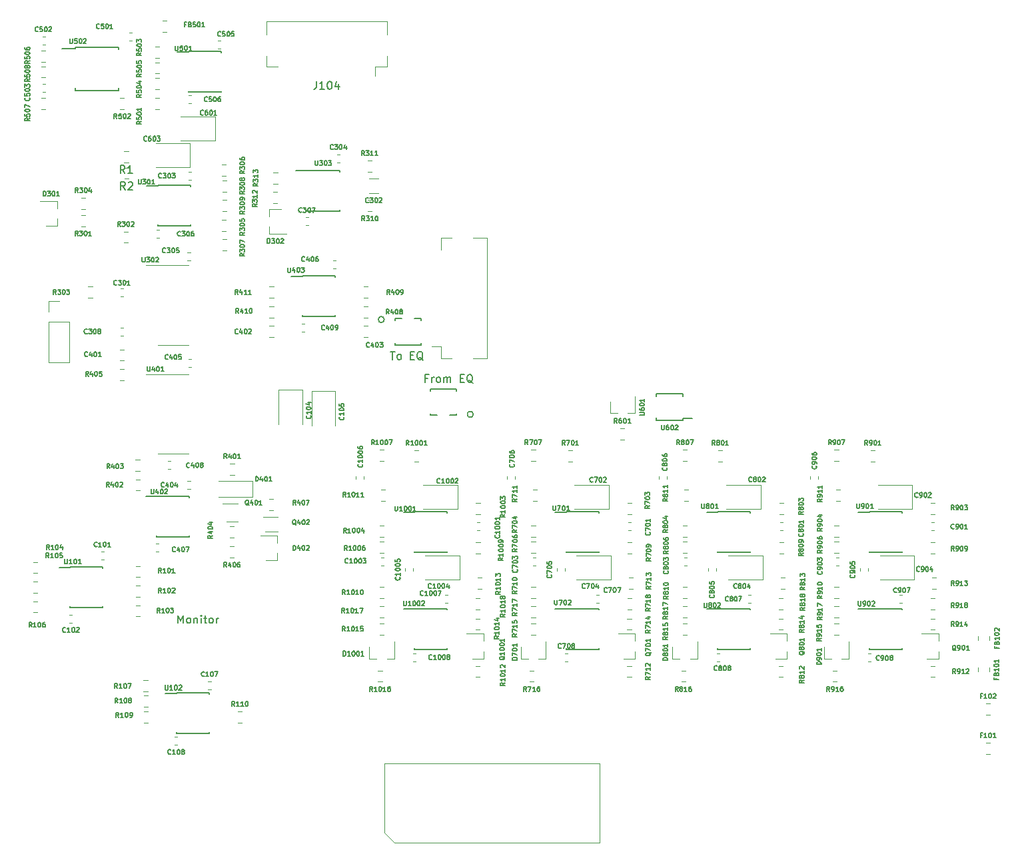
<source format=gbr>
G04 #@! TF.GenerationSoftware,KiCad,Pcbnew,(6.0.11-0)*
G04 #@! TF.CreationDate,2023-08-08T16:04:35+02:00*
G04 #@! TF.ProjectId,vm101-inout,766d3130-312d-4696-9e6f-75742e6b6963,rev?*
G04 #@! TF.SameCoordinates,Original*
G04 #@! TF.FileFunction,Legend,Top*
G04 #@! TF.FilePolarity,Positive*
%FSLAX46Y46*%
G04 Gerber Fmt 4.6, Leading zero omitted, Abs format (unit mm)*
G04 Created by KiCad (PCBNEW (6.0.11-0)) date 2023-08-08 16:04:35*
%MOMM*%
%LPD*%
G01*
G04 APERTURE LIST*
%ADD10C,0.150000*%
%ADD11C,0.120000*%
%ADD12C,0.152400*%
G04 APERTURE END LIST*
D10*
X97104761Y-47552380D02*
X97676190Y-47552380D01*
X97390476Y-48552380D02*
X97390476Y-47552380D01*
X98152380Y-48552380D02*
X98057142Y-48504761D01*
X98009523Y-48457142D01*
X97961904Y-48361904D01*
X97961904Y-48076190D01*
X98009523Y-47980952D01*
X98057142Y-47933333D01*
X98152380Y-47885714D01*
X98295238Y-47885714D01*
X98390476Y-47933333D01*
X98438095Y-47980952D01*
X98485714Y-48076190D01*
X98485714Y-48361904D01*
X98438095Y-48457142D01*
X98390476Y-48504761D01*
X98295238Y-48552380D01*
X98152380Y-48552380D01*
X99676190Y-48028571D02*
X100009523Y-48028571D01*
X100152380Y-48552380D02*
X99676190Y-48552380D01*
X99676190Y-47552380D01*
X100152380Y-47552380D01*
X101247619Y-48647619D02*
X101152380Y-48600000D01*
X101057142Y-48504761D01*
X100914285Y-48361904D01*
X100819047Y-48314285D01*
X100723809Y-48314285D01*
X100771428Y-48552380D02*
X100676190Y-48504761D01*
X100580952Y-48409523D01*
X100533333Y-48219047D01*
X100533333Y-47885714D01*
X100580952Y-47695238D01*
X100676190Y-47600000D01*
X100771428Y-47552380D01*
X100961904Y-47552380D01*
X101057142Y-47600000D01*
X101152380Y-47695238D01*
X101200000Y-47885714D01*
X101200000Y-48219047D01*
X101152380Y-48409523D01*
X101057142Y-48504761D01*
X100961904Y-48552380D01*
X100771428Y-48552380D01*
X70116190Y-82062380D02*
X70116190Y-81062380D01*
X70449523Y-81776666D01*
X70782857Y-81062380D01*
X70782857Y-82062380D01*
X71401904Y-82062380D02*
X71306666Y-82014761D01*
X71259047Y-81967142D01*
X71211428Y-81871904D01*
X71211428Y-81586190D01*
X71259047Y-81490952D01*
X71306666Y-81443333D01*
X71401904Y-81395714D01*
X71544761Y-81395714D01*
X71640000Y-81443333D01*
X71687619Y-81490952D01*
X71735238Y-81586190D01*
X71735238Y-81871904D01*
X71687619Y-81967142D01*
X71640000Y-82014761D01*
X71544761Y-82062380D01*
X71401904Y-82062380D01*
X72163809Y-81395714D02*
X72163809Y-82062380D01*
X72163809Y-81490952D02*
X72211428Y-81443333D01*
X72306666Y-81395714D01*
X72449523Y-81395714D01*
X72544761Y-81443333D01*
X72592380Y-81538571D01*
X72592380Y-82062380D01*
X73068571Y-82062380D02*
X73068571Y-81395714D01*
X73068571Y-81062380D02*
X73020952Y-81110000D01*
X73068571Y-81157619D01*
X73116190Y-81110000D01*
X73068571Y-81062380D01*
X73068571Y-81157619D01*
X73401904Y-81395714D02*
X73782857Y-81395714D01*
X73544761Y-81062380D02*
X73544761Y-81919523D01*
X73592380Y-82014761D01*
X73687619Y-82062380D01*
X73782857Y-82062380D01*
X74259047Y-82062380D02*
X74163809Y-82014761D01*
X74116190Y-81967142D01*
X74068571Y-81871904D01*
X74068571Y-81586190D01*
X74116190Y-81490952D01*
X74163809Y-81443333D01*
X74259047Y-81395714D01*
X74401904Y-81395714D01*
X74497142Y-81443333D01*
X74544761Y-81490952D01*
X74592380Y-81586190D01*
X74592380Y-81871904D01*
X74544761Y-81967142D01*
X74497142Y-82014761D01*
X74401904Y-82062380D01*
X74259047Y-82062380D01*
X75020952Y-82062380D02*
X75020952Y-81395714D01*
X75020952Y-81586190D02*
X75068571Y-81490952D01*
X75116190Y-81443333D01*
X75211428Y-81395714D01*
X75306666Y-81395714D01*
X101857142Y-50928571D02*
X101523809Y-50928571D01*
X101523809Y-51452380D02*
X101523809Y-50452380D01*
X102000000Y-50452380D01*
X102380952Y-51452380D02*
X102380952Y-50785714D01*
X102380952Y-50976190D02*
X102428571Y-50880952D01*
X102476190Y-50833333D01*
X102571428Y-50785714D01*
X102666666Y-50785714D01*
X103142857Y-51452380D02*
X103047619Y-51404761D01*
X103000000Y-51357142D01*
X102952380Y-51261904D01*
X102952380Y-50976190D01*
X103000000Y-50880952D01*
X103047619Y-50833333D01*
X103142857Y-50785714D01*
X103285714Y-50785714D01*
X103380952Y-50833333D01*
X103428571Y-50880952D01*
X103476190Y-50976190D01*
X103476190Y-51261904D01*
X103428571Y-51357142D01*
X103380952Y-51404761D01*
X103285714Y-51452380D01*
X103142857Y-51452380D01*
X103904761Y-51452380D02*
X103904761Y-50785714D01*
X103904761Y-50880952D02*
X103952380Y-50833333D01*
X104047619Y-50785714D01*
X104190476Y-50785714D01*
X104285714Y-50833333D01*
X104333333Y-50928571D01*
X104333333Y-51452380D01*
X104333333Y-50928571D02*
X104380952Y-50833333D01*
X104476190Y-50785714D01*
X104619047Y-50785714D01*
X104714285Y-50833333D01*
X104761904Y-50928571D01*
X104761904Y-51452380D01*
X106000000Y-50928571D02*
X106333333Y-50928571D01*
X106476190Y-51452380D02*
X106000000Y-51452380D01*
X106000000Y-50452380D01*
X106476190Y-50452380D01*
X107571428Y-51547619D02*
X107476190Y-51500000D01*
X107380952Y-51404761D01*
X107238095Y-51261904D01*
X107142857Y-51214285D01*
X107047619Y-51214285D01*
X107095238Y-51452380D02*
X107000000Y-51404761D01*
X106904761Y-51309523D01*
X106857142Y-51119047D01*
X106857142Y-50785714D01*
X106904761Y-50595238D01*
X107000000Y-50500000D01*
X107095238Y-50452380D01*
X107285714Y-50452380D01*
X107380952Y-50500000D01*
X107476190Y-50595238D01*
X107523809Y-50785714D01*
X107523809Y-51119047D01*
X107476190Y-51309523D01*
X107380952Y-51404761D01*
X107285714Y-51452380D01*
X107095238Y-51452380D01*
X119303571Y-59421428D02*
X119103571Y-59135714D01*
X118960714Y-59421428D02*
X118960714Y-58821428D01*
X119189285Y-58821428D01*
X119246428Y-58850000D01*
X119275000Y-58878571D01*
X119303571Y-58935714D01*
X119303571Y-59021428D01*
X119275000Y-59078571D01*
X119246428Y-59107142D01*
X119189285Y-59135714D01*
X118960714Y-59135714D01*
X119503571Y-58821428D02*
X119903571Y-58821428D01*
X119646428Y-59421428D01*
X120246428Y-58821428D02*
X120303571Y-58821428D01*
X120360714Y-58850000D01*
X120389285Y-58878571D01*
X120417857Y-58935714D01*
X120446428Y-59050000D01*
X120446428Y-59192857D01*
X120417857Y-59307142D01*
X120389285Y-59364285D01*
X120360714Y-59392857D01*
X120303571Y-59421428D01*
X120246428Y-59421428D01*
X120189285Y-59392857D01*
X120160714Y-59364285D01*
X120132142Y-59307142D01*
X120103571Y-59192857D01*
X120103571Y-59050000D01*
X120132142Y-58935714D01*
X120160714Y-58878571D01*
X120189285Y-58850000D01*
X120246428Y-58821428D01*
X121017857Y-59421428D02*
X120675000Y-59421428D01*
X120846428Y-59421428D02*
X120846428Y-58821428D01*
X120789285Y-58907142D01*
X120732142Y-58964285D01*
X120675000Y-58992857D01*
X130071428Y-67121428D02*
X129785714Y-67321428D01*
X130071428Y-67464285D02*
X129471428Y-67464285D01*
X129471428Y-67235714D01*
X129500000Y-67178571D01*
X129528571Y-67150000D01*
X129585714Y-67121428D01*
X129671428Y-67121428D01*
X129728571Y-67150000D01*
X129757142Y-67178571D01*
X129785714Y-67235714D01*
X129785714Y-67464285D01*
X129471428Y-66921428D02*
X129471428Y-66521428D01*
X130071428Y-66778571D01*
X129471428Y-66178571D02*
X129471428Y-66121428D01*
X129500000Y-66064285D01*
X129528571Y-66035714D01*
X129585714Y-66007142D01*
X129700000Y-65978571D01*
X129842857Y-65978571D01*
X129957142Y-66007142D01*
X130014285Y-66035714D01*
X130042857Y-66064285D01*
X130071428Y-66121428D01*
X130071428Y-66178571D01*
X130042857Y-66235714D01*
X130014285Y-66264285D01*
X129957142Y-66292857D01*
X129842857Y-66321428D01*
X129700000Y-66321428D01*
X129585714Y-66292857D01*
X129528571Y-66264285D01*
X129500000Y-66235714D01*
X129471428Y-66178571D01*
X129471428Y-65778571D02*
X129471428Y-65407142D01*
X129700000Y-65607142D01*
X129700000Y-65521428D01*
X129728571Y-65464285D01*
X129757142Y-65435714D01*
X129814285Y-65407142D01*
X129957142Y-65407142D01*
X130014285Y-65435714D01*
X130042857Y-65464285D01*
X130071428Y-65521428D01*
X130071428Y-65692857D01*
X130042857Y-65750000D01*
X130014285Y-65778571D01*
X113196428Y-70196428D02*
X112910714Y-70396428D01*
X113196428Y-70539285D02*
X112596428Y-70539285D01*
X112596428Y-70310714D01*
X112625000Y-70253571D01*
X112653571Y-70225000D01*
X112710714Y-70196428D01*
X112796428Y-70196428D01*
X112853571Y-70225000D01*
X112882142Y-70253571D01*
X112910714Y-70310714D01*
X112910714Y-70539285D01*
X112596428Y-69996428D02*
X112596428Y-69596428D01*
X113196428Y-69853571D01*
X112596428Y-69253571D02*
X112596428Y-69196428D01*
X112625000Y-69139285D01*
X112653571Y-69110714D01*
X112710714Y-69082142D01*
X112825000Y-69053571D01*
X112967857Y-69053571D01*
X113082142Y-69082142D01*
X113139285Y-69110714D01*
X113167857Y-69139285D01*
X113196428Y-69196428D01*
X113196428Y-69253571D01*
X113167857Y-69310714D01*
X113139285Y-69339285D01*
X113082142Y-69367857D01*
X112967857Y-69396428D01*
X112825000Y-69396428D01*
X112710714Y-69367857D01*
X112653571Y-69339285D01*
X112625000Y-69310714D01*
X112596428Y-69253571D01*
X112796428Y-68539285D02*
X113196428Y-68539285D01*
X112567857Y-68682142D02*
X112996428Y-68825000D01*
X112996428Y-68453571D01*
X113221428Y-72596428D02*
X112935714Y-72796428D01*
X113221428Y-72939285D02*
X112621428Y-72939285D01*
X112621428Y-72710714D01*
X112650000Y-72653571D01*
X112678571Y-72625000D01*
X112735714Y-72596428D01*
X112821428Y-72596428D01*
X112878571Y-72625000D01*
X112907142Y-72653571D01*
X112935714Y-72710714D01*
X112935714Y-72939285D01*
X112621428Y-72396428D02*
X112621428Y-71996428D01*
X113221428Y-72253571D01*
X112621428Y-71653571D02*
X112621428Y-71596428D01*
X112650000Y-71539285D01*
X112678571Y-71510714D01*
X112735714Y-71482142D01*
X112850000Y-71453571D01*
X112992857Y-71453571D01*
X113107142Y-71482142D01*
X113164285Y-71510714D01*
X113192857Y-71539285D01*
X113221428Y-71596428D01*
X113221428Y-71653571D01*
X113192857Y-71710714D01*
X113164285Y-71739285D01*
X113107142Y-71767857D01*
X112992857Y-71796428D01*
X112850000Y-71796428D01*
X112735714Y-71767857D01*
X112678571Y-71739285D01*
X112650000Y-71710714D01*
X112621428Y-71653571D01*
X112621428Y-70939285D02*
X112621428Y-71053571D01*
X112650000Y-71110714D01*
X112678571Y-71139285D01*
X112764285Y-71196428D01*
X112878571Y-71225000D01*
X113107142Y-71225000D01*
X113164285Y-71196428D01*
X113192857Y-71167857D01*
X113221428Y-71110714D01*
X113221428Y-70996428D01*
X113192857Y-70939285D01*
X113164285Y-70910714D01*
X113107142Y-70882142D01*
X112964285Y-70882142D01*
X112907142Y-70910714D01*
X112878571Y-70939285D01*
X112850000Y-70996428D01*
X112850000Y-71110714D01*
X112878571Y-71167857D01*
X112907142Y-71196428D01*
X112964285Y-71225000D01*
X114595237Y-59371428D02*
X114395237Y-59085714D01*
X114252380Y-59371428D02*
X114252380Y-58771428D01*
X114480951Y-58771428D01*
X114538094Y-58800000D01*
X114566666Y-58828571D01*
X114595237Y-58885714D01*
X114595237Y-58971428D01*
X114566666Y-59028571D01*
X114538094Y-59057142D01*
X114480951Y-59085714D01*
X114252380Y-59085714D01*
X114795237Y-58771428D02*
X115195237Y-58771428D01*
X114938094Y-59371428D01*
X115538094Y-58771428D02*
X115595237Y-58771428D01*
X115652380Y-58800000D01*
X115680951Y-58828571D01*
X115709523Y-58885714D01*
X115738094Y-59000000D01*
X115738094Y-59142857D01*
X115709523Y-59257142D01*
X115680951Y-59314285D01*
X115652380Y-59342857D01*
X115595237Y-59371428D01*
X115538094Y-59371428D01*
X115480951Y-59342857D01*
X115452380Y-59314285D01*
X115423808Y-59257142D01*
X115395237Y-59142857D01*
X115395237Y-59000000D01*
X115423808Y-58885714D01*
X115452380Y-58828571D01*
X115480951Y-58800000D01*
X115538094Y-58771428D01*
X115938094Y-58771428D02*
X116338094Y-58771428D01*
X116080951Y-59371428D01*
X130221428Y-73771428D02*
X129935714Y-73971428D01*
X130221428Y-74114285D02*
X129621428Y-74114285D01*
X129621428Y-73885714D01*
X129650000Y-73828571D01*
X129678571Y-73800000D01*
X129735714Y-73771428D01*
X129821428Y-73771428D01*
X129878571Y-73800000D01*
X129907142Y-73828571D01*
X129935714Y-73885714D01*
X129935714Y-74114285D01*
X129621428Y-73571428D02*
X129621428Y-73171428D01*
X130221428Y-73428571D01*
X129621428Y-72828571D02*
X129621428Y-72771428D01*
X129650000Y-72714285D01*
X129678571Y-72685714D01*
X129735714Y-72657142D01*
X129850000Y-72628571D01*
X129992857Y-72628571D01*
X130107142Y-72657142D01*
X130164285Y-72685714D01*
X130192857Y-72714285D01*
X130221428Y-72771428D01*
X130221428Y-72828571D01*
X130192857Y-72885714D01*
X130164285Y-72914285D01*
X130107142Y-72942857D01*
X129992857Y-72971428D01*
X129850000Y-72971428D01*
X129735714Y-72942857D01*
X129678571Y-72914285D01*
X129650000Y-72885714D01*
X129621428Y-72828571D01*
X130221428Y-72342857D02*
X130221428Y-72228571D01*
X130192857Y-72171428D01*
X130164285Y-72142857D01*
X130078571Y-72085714D01*
X129964285Y-72057142D01*
X129735714Y-72057142D01*
X129678571Y-72085714D01*
X129650000Y-72114285D01*
X129621428Y-72171428D01*
X129621428Y-72285714D01*
X129650000Y-72342857D01*
X129678571Y-72371428D01*
X129735714Y-72400000D01*
X129878571Y-72400000D01*
X129935714Y-72371428D01*
X129964285Y-72342857D01*
X129992857Y-72285714D01*
X129992857Y-72171428D01*
X129964285Y-72114285D01*
X129935714Y-72085714D01*
X129878571Y-72057142D01*
X113196428Y-77971428D02*
X112910714Y-78171428D01*
X113196428Y-78314285D02*
X112596428Y-78314285D01*
X112596428Y-78085714D01*
X112625000Y-78028571D01*
X112653571Y-78000000D01*
X112710714Y-77971428D01*
X112796428Y-77971428D01*
X112853571Y-78000000D01*
X112882142Y-78028571D01*
X112910714Y-78085714D01*
X112910714Y-78314285D01*
X112596428Y-77771428D02*
X112596428Y-77371428D01*
X113196428Y-77628571D01*
X113196428Y-76828571D02*
X113196428Y-77171428D01*
X113196428Y-77000000D02*
X112596428Y-77000000D01*
X112682142Y-77057142D01*
X112739285Y-77114285D01*
X112767857Y-77171428D01*
X112596428Y-76457142D02*
X112596428Y-76400000D01*
X112625000Y-76342857D01*
X112653571Y-76314285D01*
X112710714Y-76285714D01*
X112825000Y-76257142D01*
X112967857Y-76257142D01*
X113082142Y-76285714D01*
X113139285Y-76314285D01*
X113167857Y-76342857D01*
X113196428Y-76400000D01*
X113196428Y-76457142D01*
X113167857Y-76514285D01*
X113139285Y-76542857D01*
X113082142Y-76571428D01*
X112967857Y-76600000D01*
X112825000Y-76600000D01*
X112710714Y-76571428D01*
X112653571Y-76542857D01*
X112625000Y-76514285D01*
X112596428Y-76457142D01*
X113196428Y-66271428D02*
X112910714Y-66471428D01*
X113196428Y-66614285D02*
X112596428Y-66614285D01*
X112596428Y-66385714D01*
X112625000Y-66328571D01*
X112653571Y-66300000D01*
X112710714Y-66271428D01*
X112796428Y-66271428D01*
X112853571Y-66300000D01*
X112882142Y-66328571D01*
X112910714Y-66385714D01*
X112910714Y-66614285D01*
X112596428Y-66071428D02*
X112596428Y-65671428D01*
X113196428Y-65928571D01*
X113196428Y-65128571D02*
X113196428Y-65471428D01*
X113196428Y-65300000D02*
X112596428Y-65300000D01*
X112682142Y-65357142D01*
X112739285Y-65414285D01*
X112767857Y-65471428D01*
X113196428Y-64557142D02*
X113196428Y-64900000D01*
X113196428Y-64728571D02*
X112596428Y-64728571D01*
X112682142Y-64785714D01*
X112739285Y-64842857D01*
X112767857Y-64900000D01*
X130121428Y-88871428D02*
X129835714Y-89071428D01*
X130121428Y-89214285D02*
X129521428Y-89214285D01*
X129521428Y-88985714D01*
X129550000Y-88928571D01*
X129578571Y-88900000D01*
X129635714Y-88871428D01*
X129721428Y-88871428D01*
X129778571Y-88900000D01*
X129807142Y-88928571D01*
X129835714Y-88985714D01*
X129835714Y-89214285D01*
X129521428Y-88671428D02*
X129521428Y-88271428D01*
X130121428Y-88528571D01*
X130121428Y-87728571D02*
X130121428Y-88071428D01*
X130121428Y-87900000D02*
X129521428Y-87900000D01*
X129607142Y-87957142D01*
X129664285Y-88014285D01*
X129692857Y-88071428D01*
X129578571Y-87500000D02*
X129550000Y-87471428D01*
X129521428Y-87414285D01*
X129521428Y-87271428D01*
X129550000Y-87214285D01*
X129578571Y-87185714D01*
X129635714Y-87157142D01*
X129692857Y-87157142D01*
X129778571Y-87185714D01*
X130121428Y-87528571D01*
X130121428Y-87157142D01*
X130221428Y-77371428D02*
X129935714Y-77571428D01*
X130221428Y-77714285D02*
X129621428Y-77714285D01*
X129621428Y-77485714D01*
X129650000Y-77428571D01*
X129678571Y-77400000D01*
X129735714Y-77371428D01*
X129821428Y-77371428D01*
X129878571Y-77400000D01*
X129907142Y-77428571D01*
X129935714Y-77485714D01*
X129935714Y-77714285D01*
X129621428Y-77171428D02*
X129621428Y-76771428D01*
X130221428Y-77028571D01*
X130221428Y-76228571D02*
X130221428Y-76571428D01*
X130221428Y-76400000D02*
X129621428Y-76400000D01*
X129707142Y-76457142D01*
X129764285Y-76514285D01*
X129792857Y-76571428D01*
X129621428Y-76028571D02*
X129621428Y-75657142D01*
X129850000Y-75857142D01*
X129850000Y-75771428D01*
X129878571Y-75714285D01*
X129907142Y-75685714D01*
X129964285Y-75657142D01*
X130107142Y-75657142D01*
X130164285Y-75685714D01*
X130192857Y-75714285D01*
X130221428Y-75771428D01*
X130221428Y-75942857D01*
X130192857Y-76000000D01*
X130164285Y-76028571D01*
X130171428Y-82921428D02*
X129885714Y-83121428D01*
X130171428Y-83264285D02*
X129571428Y-83264285D01*
X129571428Y-83035714D01*
X129600000Y-82978571D01*
X129628571Y-82950000D01*
X129685714Y-82921428D01*
X129771428Y-82921428D01*
X129828571Y-82950000D01*
X129857142Y-82978571D01*
X129885714Y-83035714D01*
X129885714Y-83264285D01*
X129571428Y-82721428D02*
X129571428Y-82321428D01*
X130171428Y-82578571D01*
X130171428Y-81778571D02*
X130171428Y-82121428D01*
X130171428Y-81950000D02*
X129571428Y-81950000D01*
X129657142Y-82007142D01*
X129714285Y-82064285D01*
X129742857Y-82121428D01*
X129771428Y-81264285D02*
X130171428Y-81264285D01*
X129542857Y-81407142D02*
X129971428Y-81550000D01*
X129971428Y-81178571D01*
X113196428Y-83421428D02*
X112910714Y-83621428D01*
X113196428Y-83764285D02*
X112596428Y-83764285D01*
X112596428Y-83535714D01*
X112625000Y-83478571D01*
X112653571Y-83450000D01*
X112710714Y-83421428D01*
X112796428Y-83421428D01*
X112853571Y-83450000D01*
X112882142Y-83478571D01*
X112910714Y-83535714D01*
X112910714Y-83764285D01*
X112596428Y-83221428D02*
X112596428Y-82821428D01*
X113196428Y-83078571D01*
X113196428Y-82278571D02*
X113196428Y-82621428D01*
X113196428Y-82450000D02*
X112596428Y-82450000D01*
X112682142Y-82507142D01*
X112739285Y-82564285D01*
X112767857Y-82621428D01*
X112596428Y-81735714D02*
X112596428Y-82021428D01*
X112882142Y-82050000D01*
X112853571Y-82021428D01*
X112825000Y-81964285D01*
X112825000Y-81821428D01*
X112853571Y-81764285D01*
X112882142Y-81735714D01*
X112939285Y-81707142D01*
X113082142Y-81707142D01*
X113139285Y-81735714D01*
X113167857Y-81764285D01*
X113196428Y-81821428D01*
X113196428Y-81964285D01*
X113167857Y-82021428D01*
X113139285Y-82050000D01*
X114395237Y-90721428D02*
X114195237Y-90435714D01*
X114052380Y-90721428D02*
X114052380Y-90121428D01*
X114280951Y-90121428D01*
X114338094Y-90150000D01*
X114366666Y-90178571D01*
X114395237Y-90235714D01*
X114395237Y-90321428D01*
X114366666Y-90378571D01*
X114338094Y-90407142D01*
X114280951Y-90435714D01*
X114052380Y-90435714D01*
X114595237Y-90121428D02*
X114995237Y-90121428D01*
X114738094Y-90721428D01*
X115538094Y-90721428D02*
X115195237Y-90721428D01*
X115366666Y-90721428D02*
X115366666Y-90121428D01*
X115309523Y-90207142D01*
X115252380Y-90264285D01*
X115195237Y-90292857D01*
X116052380Y-90121428D02*
X115938094Y-90121428D01*
X115880951Y-90150000D01*
X115852380Y-90178571D01*
X115795237Y-90264285D01*
X115766666Y-90378571D01*
X115766666Y-90607142D01*
X115795237Y-90664285D01*
X115823808Y-90692857D01*
X115880951Y-90721428D01*
X115995237Y-90721428D01*
X116052380Y-90692857D01*
X116080951Y-90664285D01*
X116109523Y-90607142D01*
X116109523Y-90464285D01*
X116080951Y-90407142D01*
X116052380Y-90378571D01*
X115995237Y-90350000D01*
X115880951Y-90350000D01*
X115823808Y-90378571D01*
X115795237Y-90407142D01*
X115766666Y-90464285D01*
X113196428Y-80721428D02*
X112910714Y-80921428D01*
X113196428Y-81064285D02*
X112596428Y-81064285D01*
X112596428Y-80835714D01*
X112625000Y-80778571D01*
X112653571Y-80750000D01*
X112710714Y-80721428D01*
X112796428Y-80721428D01*
X112853571Y-80750000D01*
X112882142Y-80778571D01*
X112910714Y-80835714D01*
X112910714Y-81064285D01*
X112596428Y-80521428D02*
X112596428Y-80121428D01*
X113196428Y-80378571D01*
X113196428Y-79578571D02*
X113196428Y-79921428D01*
X113196428Y-79750000D02*
X112596428Y-79750000D01*
X112682142Y-79807142D01*
X112739285Y-79864285D01*
X112767857Y-79921428D01*
X112596428Y-79378571D02*
X112596428Y-78978571D01*
X113196428Y-79235714D01*
X130171428Y-80171428D02*
X129885714Y-80371428D01*
X130171428Y-80514285D02*
X129571428Y-80514285D01*
X129571428Y-80285714D01*
X129600000Y-80228571D01*
X129628571Y-80200000D01*
X129685714Y-80171428D01*
X129771428Y-80171428D01*
X129828571Y-80200000D01*
X129857142Y-80228571D01*
X129885714Y-80285714D01*
X129885714Y-80514285D01*
X129571428Y-79971428D02*
X129571428Y-79571428D01*
X130171428Y-79828571D01*
X130171428Y-79028571D02*
X130171428Y-79371428D01*
X130171428Y-79200000D02*
X129571428Y-79200000D01*
X129657142Y-79257142D01*
X129714285Y-79314285D01*
X129742857Y-79371428D01*
X129828571Y-78685714D02*
X129800000Y-78742857D01*
X129771428Y-78771428D01*
X129714285Y-78800000D01*
X129685714Y-78800000D01*
X129628571Y-78771428D01*
X129600000Y-78742857D01*
X129571428Y-78685714D01*
X129571428Y-78571428D01*
X129600000Y-78514285D01*
X129628571Y-78485714D01*
X129685714Y-78457142D01*
X129714285Y-78457142D01*
X129771428Y-78485714D01*
X129800000Y-78514285D01*
X129828571Y-78571428D01*
X129828571Y-78685714D01*
X129857142Y-78742857D01*
X129885714Y-78771428D01*
X129942857Y-78800000D01*
X130057142Y-78800000D01*
X130114285Y-78771428D01*
X130142857Y-78742857D01*
X130171428Y-78685714D01*
X130171428Y-78571428D01*
X130142857Y-78514285D01*
X130114285Y-78485714D01*
X130057142Y-78457142D01*
X129942857Y-78457142D01*
X129885714Y-78485714D01*
X129857142Y-78514285D01*
X129828571Y-78571428D01*
X117971428Y-79121428D02*
X117971428Y-79607142D01*
X118000000Y-79664285D01*
X118028571Y-79692857D01*
X118085714Y-79721428D01*
X118200000Y-79721428D01*
X118257142Y-79692857D01*
X118285714Y-79664285D01*
X118314285Y-79607142D01*
X118314285Y-79121428D01*
X118542857Y-79121428D02*
X118942857Y-79121428D01*
X118685714Y-79721428D01*
X119285714Y-79121428D02*
X119342857Y-79121428D01*
X119400000Y-79150000D01*
X119428571Y-79178571D01*
X119457142Y-79235714D01*
X119485714Y-79350000D01*
X119485714Y-79492857D01*
X119457142Y-79607142D01*
X119428571Y-79664285D01*
X119400000Y-79692857D01*
X119342857Y-79721428D01*
X119285714Y-79721428D01*
X119228571Y-79692857D01*
X119200000Y-79664285D01*
X119171428Y-79607142D01*
X119142857Y-79492857D01*
X119142857Y-79350000D01*
X119171428Y-79235714D01*
X119200000Y-79178571D01*
X119228571Y-79150000D01*
X119285714Y-79121428D01*
X119714285Y-79178571D02*
X119742857Y-79150000D01*
X119800000Y-79121428D01*
X119942857Y-79121428D01*
X120000000Y-79150000D01*
X120028571Y-79178571D01*
X120057142Y-79235714D01*
X120057142Y-79292857D01*
X120028571Y-79378571D01*
X119685714Y-79721428D01*
X120057142Y-79721428D01*
X130064285Y-70521428D02*
X130092857Y-70550000D01*
X130121428Y-70635714D01*
X130121428Y-70692857D01*
X130092857Y-70778571D01*
X130035714Y-70835714D01*
X129978571Y-70864285D01*
X129864285Y-70892857D01*
X129778571Y-70892857D01*
X129664285Y-70864285D01*
X129607142Y-70835714D01*
X129550000Y-70778571D01*
X129521428Y-70692857D01*
X129521428Y-70635714D01*
X129550000Y-70550000D01*
X129578571Y-70521428D01*
X129521428Y-70321428D02*
X129521428Y-69921428D01*
X130121428Y-70178571D01*
X129521428Y-69578571D02*
X129521428Y-69521428D01*
X129550000Y-69464285D01*
X129578571Y-69435714D01*
X129635714Y-69407142D01*
X129750000Y-69378571D01*
X129892857Y-69378571D01*
X130007142Y-69407142D01*
X130064285Y-69435714D01*
X130092857Y-69464285D01*
X130121428Y-69521428D01*
X130121428Y-69578571D01*
X130092857Y-69635714D01*
X130064285Y-69664285D01*
X130007142Y-69692857D01*
X129892857Y-69721428D01*
X129750000Y-69721428D01*
X129635714Y-69692857D01*
X129578571Y-69664285D01*
X129550000Y-69635714D01*
X129521428Y-69578571D01*
X130121428Y-68807142D02*
X130121428Y-69150000D01*
X130121428Y-68978571D02*
X129521428Y-68978571D01*
X129607142Y-69035714D01*
X129664285Y-69092857D01*
X129692857Y-69150000D01*
X122828571Y-64064285D02*
X122800000Y-64092857D01*
X122714285Y-64121428D01*
X122657142Y-64121428D01*
X122571428Y-64092857D01*
X122514285Y-64035714D01*
X122485714Y-63978571D01*
X122457142Y-63864285D01*
X122457142Y-63778571D01*
X122485714Y-63664285D01*
X122514285Y-63607142D01*
X122571428Y-63550000D01*
X122657142Y-63521428D01*
X122714285Y-63521428D01*
X122800000Y-63550000D01*
X122828571Y-63578571D01*
X123028571Y-63521428D02*
X123428571Y-63521428D01*
X123171428Y-64121428D01*
X123771428Y-63521428D02*
X123828571Y-63521428D01*
X123885714Y-63550000D01*
X123914285Y-63578571D01*
X123942857Y-63635714D01*
X123971428Y-63750000D01*
X123971428Y-63892857D01*
X123942857Y-64007142D01*
X123914285Y-64064285D01*
X123885714Y-64092857D01*
X123828571Y-64121428D01*
X123771428Y-64121428D01*
X123714285Y-64092857D01*
X123685714Y-64064285D01*
X123657142Y-64007142D01*
X123628571Y-63892857D01*
X123628571Y-63750000D01*
X123657142Y-63635714D01*
X123685714Y-63578571D01*
X123714285Y-63550000D01*
X123771428Y-63521428D01*
X124200000Y-63578571D02*
X124228571Y-63550000D01*
X124285714Y-63521428D01*
X124428571Y-63521428D01*
X124485714Y-63550000D01*
X124514285Y-63578571D01*
X124542857Y-63635714D01*
X124542857Y-63692857D01*
X124514285Y-63778571D01*
X124171428Y-64121428D01*
X124542857Y-64121428D01*
X113189285Y-75246428D02*
X113217857Y-75275000D01*
X113246428Y-75360714D01*
X113246428Y-75417857D01*
X113217857Y-75503571D01*
X113160714Y-75560714D01*
X113103571Y-75589285D01*
X112989285Y-75617857D01*
X112903571Y-75617857D01*
X112789285Y-75589285D01*
X112732142Y-75560714D01*
X112675000Y-75503571D01*
X112646428Y-75417857D01*
X112646428Y-75360714D01*
X112675000Y-75275000D01*
X112703571Y-75246428D01*
X112646428Y-75046428D02*
X112646428Y-74646428D01*
X113246428Y-74903571D01*
X112646428Y-74303571D02*
X112646428Y-74246428D01*
X112675000Y-74189285D01*
X112703571Y-74160714D01*
X112760714Y-74132142D01*
X112875000Y-74103571D01*
X113017857Y-74103571D01*
X113132142Y-74132142D01*
X113189285Y-74160714D01*
X113217857Y-74189285D01*
X113246428Y-74246428D01*
X113246428Y-74303571D01*
X113217857Y-74360714D01*
X113189285Y-74389285D01*
X113132142Y-74417857D01*
X113017857Y-74446428D01*
X112875000Y-74446428D01*
X112760714Y-74417857D01*
X112703571Y-74389285D01*
X112675000Y-74360714D01*
X112646428Y-74303571D01*
X112646428Y-73903571D02*
X112646428Y-73532142D01*
X112875000Y-73732142D01*
X112875000Y-73646428D01*
X112903571Y-73589285D01*
X112932142Y-73560714D01*
X112989285Y-73532142D01*
X113132142Y-73532142D01*
X113189285Y-73560714D01*
X113217857Y-73589285D01*
X113246428Y-73646428D01*
X113246428Y-73817857D01*
X113217857Y-73875000D01*
X113189285Y-73903571D01*
X121845237Y-77564285D02*
X121816666Y-77592857D01*
X121730951Y-77621428D01*
X121673808Y-77621428D01*
X121588094Y-77592857D01*
X121530951Y-77535714D01*
X121502380Y-77478571D01*
X121473808Y-77364285D01*
X121473808Y-77278571D01*
X121502380Y-77164285D01*
X121530951Y-77107142D01*
X121588094Y-77050000D01*
X121673808Y-77021428D01*
X121730951Y-77021428D01*
X121816666Y-77050000D01*
X121845237Y-77078571D01*
X122045237Y-77021428D02*
X122445237Y-77021428D01*
X122188094Y-77621428D01*
X122788094Y-77021428D02*
X122845237Y-77021428D01*
X122902380Y-77050000D01*
X122930951Y-77078571D01*
X122959523Y-77135714D01*
X122988094Y-77250000D01*
X122988094Y-77392857D01*
X122959523Y-77507142D01*
X122930951Y-77564285D01*
X122902380Y-77592857D01*
X122845237Y-77621428D01*
X122788094Y-77621428D01*
X122730951Y-77592857D01*
X122702380Y-77564285D01*
X122673808Y-77507142D01*
X122645237Y-77392857D01*
X122645237Y-77250000D01*
X122673808Y-77135714D01*
X122702380Y-77078571D01*
X122730951Y-77050000D01*
X122788094Y-77021428D01*
X123502380Y-77221428D02*
X123502380Y-77621428D01*
X123359523Y-76992857D02*
X123216666Y-77421428D01*
X123588094Y-77421428D01*
X117550951Y-75921428D02*
X117579523Y-75950000D01*
X117608094Y-76035714D01*
X117608094Y-76092857D01*
X117579523Y-76178571D01*
X117522380Y-76235714D01*
X117465237Y-76264285D01*
X117350951Y-76292857D01*
X117265237Y-76292857D01*
X117150951Y-76264285D01*
X117093808Y-76235714D01*
X117036666Y-76178571D01*
X117008094Y-76092857D01*
X117008094Y-76035714D01*
X117036666Y-75950000D01*
X117065237Y-75921428D01*
X117008094Y-75721428D02*
X117008094Y-75321428D01*
X117608094Y-75578571D01*
X117008094Y-74978571D02*
X117008094Y-74921428D01*
X117036666Y-74864285D01*
X117065237Y-74835714D01*
X117122380Y-74807142D01*
X117236666Y-74778571D01*
X117379523Y-74778571D01*
X117493808Y-74807142D01*
X117550951Y-74835714D01*
X117579523Y-74864285D01*
X117608094Y-74921428D01*
X117608094Y-74978571D01*
X117579523Y-75035714D01*
X117550951Y-75064285D01*
X117493808Y-75092857D01*
X117379523Y-75121428D01*
X117236666Y-75121428D01*
X117122380Y-75092857D01*
X117065237Y-75064285D01*
X117036666Y-75035714D01*
X117008094Y-74978571D01*
X117008094Y-74235714D02*
X117008094Y-74521428D01*
X117293808Y-74550000D01*
X117265237Y-74521428D01*
X117236666Y-74464285D01*
X117236666Y-74321428D01*
X117265237Y-74264285D01*
X117293808Y-74235714D01*
X117350951Y-74207142D01*
X117493808Y-74207142D01*
X117550951Y-74235714D01*
X117579523Y-74264285D01*
X117608094Y-74321428D01*
X117608094Y-74464285D01*
X117579523Y-74521428D01*
X117550951Y-74550000D01*
X112789285Y-61846428D02*
X112817857Y-61875000D01*
X112846428Y-61960714D01*
X112846428Y-62017857D01*
X112817857Y-62103571D01*
X112760714Y-62160714D01*
X112703571Y-62189285D01*
X112589285Y-62217857D01*
X112503571Y-62217857D01*
X112389285Y-62189285D01*
X112332142Y-62160714D01*
X112275000Y-62103571D01*
X112246428Y-62017857D01*
X112246428Y-61960714D01*
X112275000Y-61875000D01*
X112303571Y-61846428D01*
X112246428Y-61646428D02*
X112246428Y-61246428D01*
X112846428Y-61503571D01*
X112246428Y-60903571D02*
X112246428Y-60846428D01*
X112275000Y-60789285D01*
X112303571Y-60760714D01*
X112360714Y-60732142D01*
X112475000Y-60703571D01*
X112617857Y-60703571D01*
X112732142Y-60732142D01*
X112789285Y-60760714D01*
X112817857Y-60789285D01*
X112846428Y-60846428D01*
X112846428Y-60903571D01*
X112817857Y-60960714D01*
X112789285Y-60989285D01*
X112732142Y-61017857D01*
X112617857Y-61046428D01*
X112475000Y-61046428D01*
X112360714Y-61017857D01*
X112303571Y-60989285D01*
X112275000Y-60960714D01*
X112246428Y-60903571D01*
X112246428Y-60189285D02*
X112246428Y-60303571D01*
X112275000Y-60360714D01*
X112303571Y-60389285D01*
X112389285Y-60446428D01*
X112503571Y-60475000D01*
X112732142Y-60475000D01*
X112789285Y-60446428D01*
X112817857Y-60417857D01*
X112846428Y-60360714D01*
X112846428Y-60246428D01*
X112817857Y-60189285D01*
X112789285Y-60160714D01*
X112732142Y-60132142D01*
X112589285Y-60132142D01*
X112532142Y-60160714D01*
X112503571Y-60189285D01*
X112475000Y-60246428D01*
X112475000Y-60360714D01*
X112503571Y-60417857D01*
X112532142Y-60446428D01*
X112589285Y-60475000D01*
X124628571Y-78089285D02*
X124600000Y-78117857D01*
X124514285Y-78146428D01*
X124457142Y-78146428D01*
X124371428Y-78117857D01*
X124314285Y-78060714D01*
X124285714Y-78003571D01*
X124257142Y-77889285D01*
X124257142Y-77803571D01*
X124285714Y-77689285D01*
X124314285Y-77632142D01*
X124371428Y-77575000D01*
X124457142Y-77546428D01*
X124514285Y-77546428D01*
X124600000Y-77575000D01*
X124628571Y-77603571D01*
X124828571Y-77546428D02*
X125228571Y-77546428D01*
X124971428Y-78146428D01*
X125571428Y-77546428D02*
X125628571Y-77546428D01*
X125685714Y-77575000D01*
X125714285Y-77603571D01*
X125742857Y-77660714D01*
X125771428Y-77775000D01*
X125771428Y-77917857D01*
X125742857Y-78032142D01*
X125714285Y-78089285D01*
X125685714Y-78117857D01*
X125628571Y-78146428D01*
X125571428Y-78146428D01*
X125514285Y-78117857D01*
X125485714Y-78089285D01*
X125457142Y-78032142D01*
X125428571Y-77917857D01*
X125428571Y-77775000D01*
X125457142Y-77660714D01*
X125485714Y-77603571D01*
X125514285Y-77575000D01*
X125571428Y-77546428D01*
X125971428Y-77546428D02*
X126371428Y-77546428D01*
X126114285Y-78146428D01*
X118795237Y-85184285D02*
X118766666Y-85212857D01*
X118680951Y-85241428D01*
X118623808Y-85241428D01*
X118538094Y-85212857D01*
X118480951Y-85155714D01*
X118452380Y-85098571D01*
X118423808Y-84984285D01*
X118423808Y-84898571D01*
X118452380Y-84784285D01*
X118480951Y-84727142D01*
X118538094Y-84670000D01*
X118623808Y-84641428D01*
X118680951Y-84641428D01*
X118766666Y-84670000D01*
X118795237Y-84698571D01*
X118995237Y-84641428D02*
X119395237Y-84641428D01*
X119138094Y-85241428D01*
X119738094Y-84641428D02*
X119795237Y-84641428D01*
X119852380Y-84670000D01*
X119880951Y-84698571D01*
X119909523Y-84755714D01*
X119938094Y-84870000D01*
X119938094Y-85012857D01*
X119909523Y-85127142D01*
X119880951Y-85184285D01*
X119852380Y-85212857D01*
X119795237Y-85241428D01*
X119738094Y-85241428D01*
X119680951Y-85212857D01*
X119652380Y-85184285D01*
X119623808Y-85127142D01*
X119595237Y-85012857D01*
X119595237Y-84870000D01*
X119623808Y-84755714D01*
X119652380Y-84698571D01*
X119680951Y-84670000D01*
X119738094Y-84641428D01*
X120280951Y-84898571D02*
X120223808Y-84870000D01*
X120195237Y-84841428D01*
X120166666Y-84784285D01*
X120166666Y-84755714D01*
X120195237Y-84698571D01*
X120223808Y-84670000D01*
X120280951Y-84641428D01*
X120395237Y-84641428D01*
X120452380Y-84670000D01*
X120480951Y-84698571D01*
X120509523Y-84755714D01*
X120509523Y-84784285D01*
X120480951Y-84841428D01*
X120452380Y-84870000D01*
X120395237Y-84898571D01*
X120280951Y-84898571D01*
X120223808Y-84927142D01*
X120195237Y-84955714D01*
X120166666Y-85012857D01*
X120166666Y-85127142D01*
X120195237Y-85184285D01*
X120223808Y-85212857D01*
X120280951Y-85241428D01*
X120395237Y-85241428D01*
X120452380Y-85212857D01*
X120480951Y-85184285D01*
X120509523Y-85127142D01*
X120509523Y-85012857D01*
X120480951Y-84955714D01*
X120452380Y-84927142D01*
X120395237Y-84898571D01*
X113196428Y-86739285D02*
X112596428Y-86739285D01*
X112596428Y-86596428D01*
X112625000Y-86510714D01*
X112682142Y-86453571D01*
X112739285Y-86425000D01*
X112853571Y-86396428D01*
X112939285Y-86396428D01*
X113053571Y-86425000D01*
X113110714Y-86453571D01*
X113167857Y-86510714D01*
X113196428Y-86596428D01*
X113196428Y-86739285D01*
X112596428Y-86196428D02*
X112596428Y-85796428D01*
X113196428Y-86053571D01*
X112596428Y-85453571D02*
X112596428Y-85396428D01*
X112625000Y-85339285D01*
X112653571Y-85310714D01*
X112710714Y-85282142D01*
X112825000Y-85253571D01*
X112967857Y-85253571D01*
X113082142Y-85282142D01*
X113139285Y-85310714D01*
X113167857Y-85339285D01*
X113196428Y-85396428D01*
X113196428Y-85453571D01*
X113167857Y-85510714D01*
X113139285Y-85539285D01*
X113082142Y-85567857D01*
X112967857Y-85596428D01*
X112825000Y-85596428D01*
X112710714Y-85567857D01*
X112653571Y-85539285D01*
X112625000Y-85510714D01*
X112596428Y-85453571D01*
X113196428Y-84682142D02*
X113196428Y-85025000D01*
X113196428Y-84853571D02*
X112596428Y-84853571D01*
X112682142Y-84910714D01*
X112739285Y-84967857D01*
X112767857Y-85025000D01*
X130228571Y-85778571D02*
X130200000Y-85835714D01*
X130142857Y-85892857D01*
X130057142Y-85978571D01*
X130028571Y-86035714D01*
X130028571Y-86092857D01*
X130171428Y-86064285D02*
X130142857Y-86121428D01*
X130085714Y-86178571D01*
X129971428Y-86207142D01*
X129771428Y-86207142D01*
X129657142Y-86178571D01*
X129600000Y-86121428D01*
X129571428Y-86064285D01*
X129571428Y-85950000D01*
X129600000Y-85892857D01*
X129657142Y-85835714D01*
X129771428Y-85807142D01*
X129971428Y-85807142D01*
X130085714Y-85835714D01*
X130142857Y-85892857D01*
X130171428Y-85950000D01*
X130171428Y-86064285D01*
X129571428Y-85607142D02*
X129571428Y-85207142D01*
X130171428Y-85464285D01*
X129571428Y-84864285D02*
X129571428Y-84807142D01*
X129600000Y-84750000D01*
X129628571Y-84721428D01*
X129685714Y-84692857D01*
X129800000Y-84664285D01*
X129942857Y-84664285D01*
X130057142Y-84692857D01*
X130114285Y-84721428D01*
X130142857Y-84750000D01*
X130171428Y-84807142D01*
X130171428Y-84864285D01*
X130142857Y-84921428D01*
X130114285Y-84950000D01*
X130057142Y-84978571D01*
X129942857Y-85007142D01*
X129800000Y-85007142D01*
X129685714Y-84978571D01*
X129628571Y-84950000D01*
X129600000Y-84921428D01*
X129571428Y-84864285D01*
X130171428Y-84092857D02*
X130171428Y-84435714D01*
X130171428Y-84264285D02*
X129571428Y-84264285D01*
X129657142Y-84321428D01*
X129714285Y-84378571D01*
X129742857Y-84435714D01*
X57403571Y-32821428D02*
X57203571Y-32535714D01*
X57060714Y-32821428D02*
X57060714Y-32221428D01*
X57289285Y-32221428D01*
X57346428Y-32250000D01*
X57375000Y-32278571D01*
X57403571Y-32335714D01*
X57403571Y-32421428D01*
X57375000Y-32478571D01*
X57346428Y-32507142D01*
X57289285Y-32535714D01*
X57060714Y-32535714D01*
X57603571Y-32221428D02*
X57975000Y-32221428D01*
X57775000Y-32450000D01*
X57860714Y-32450000D01*
X57917857Y-32478571D01*
X57946428Y-32507142D01*
X57975000Y-32564285D01*
X57975000Y-32707142D01*
X57946428Y-32764285D01*
X57917857Y-32792857D01*
X57860714Y-32821428D01*
X57689285Y-32821428D01*
X57632142Y-32792857D01*
X57603571Y-32764285D01*
X58346428Y-32221428D02*
X58403571Y-32221428D01*
X58460714Y-32250000D01*
X58489285Y-32278571D01*
X58517857Y-32335714D01*
X58546428Y-32450000D01*
X58546428Y-32592857D01*
X58517857Y-32707142D01*
X58489285Y-32764285D01*
X58460714Y-32792857D01*
X58403571Y-32821428D01*
X58346428Y-32821428D01*
X58289285Y-32792857D01*
X58260714Y-32764285D01*
X58232142Y-32707142D01*
X58203571Y-32592857D01*
X58203571Y-32450000D01*
X58232142Y-32335714D01*
X58260714Y-32278571D01*
X58289285Y-32250000D01*
X58346428Y-32221428D01*
X59117857Y-32821428D02*
X58775000Y-32821428D01*
X58946428Y-32821428D02*
X58946428Y-32221428D01*
X58889285Y-32307142D01*
X58832142Y-32364285D01*
X58775000Y-32392857D01*
X62328571Y-39014285D02*
X62300000Y-39042857D01*
X62214285Y-39071428D01*
X62157142Y-39071428D01*
X62071428Y-39042857D01*
X62014285Y-38985714D01*
X61985714Y-38928571D01*
X61957142Y-38814285D01*
X61957142Y-38728571D01*
X61985714Y-38614285D01*
X62014285Y-38557142D01*
X62071428Y-38500000D01*
X62157142Y-38471428D01*
X62214285Y-38471428D01*
X62300000Y-38500000D01*
X62328571Y-38528571D01*
X62528571Y-38471428D02*
X62900000Y-38471428D01*
X62700000Y-38700000D01*
X62785714Y-38700000D01*
X62842857Y-38728571D01*
X62871428Y-38757142D01*
X62900000Y-38814285D01*
X62900000Y-38957142D01*
X62871428Y-39014285D01*
X62842857Y-39042857D01*
X62785714Y-39071428D01*
X62614285Y-39071428D01*
X62557142Y-39042857D01*
X62528571Y-39014285D01*
X63271428Y-38471428D02*
X63328571Y-38471428D01*
X63385714Y-38500000D01*
X63414285Y-38528571D01*
X63442857Y-38585714D01*
X63471428Y-38700000D01*
X63471428Y-38842857D01*
X63442857Y-38957142D01*
X63414285Y-39014285D01*
X63385714Y-39042857D01*
X63328571Y-39071428D01*
X63271428Y-39071428D01*
X63214285Y-39042857D01*
X63185714Y-39014285D01*
X63157142Y-38957142D01*
X63128571Y-38842857D01*
X63128571Y-38700000D01*
X63157142Y-38585714D01*
X63185714Y-38528571D01*
X63214285Y-38500000D01*
X63271428Y-38471428D01*
X64042857Y-39071428D02*
X63700000Y-39071428D01*
X63871428Y-39071428D02*
X63871428Y-38471428D01*
X63814285Y-38557142D01*
X63757142Y-38614285D01*
X63700000Y-38642857D01*
X94428571Y-46914285D02*
X94400000Y-46942857D01*
X94314285Y-46971428D01*
X94257142Y-46971428D01*
X94171428Y-46942857D01*
X94114285Y-46885714D01*
X94085714Y-46828571D01*
X94057142Y-46714285D01*
X94057142Y-46628571D01*
X94085714Y-46514285D01*
X94114285Y-46457142D01*
X94171428Y-46400000D01*
X94257142Y-46371428D01*
X94314285Y-46371428D01*
X94400000Y-46400000D01*
X94428571Y-46428571D01*
X94942857Y-46571428D02*
X94942857Y-46971428D01*
X94800000Y-46342857D02*
X94657142Y-46771428D01*
X95028571Y-46771428D01*
X95371428Y-46371428D02*
X95428571Y-46371428D01*
X95485714Y-46400000D01*
X95514285Y-46428571D01*
X95542857Y-46485714D01*
X95571428Y-46600000D01*
X95571428Y-46742857D01*
X95542857Y-46857142D01*
X95514285Y-46914285D01*
X95485714Y-46942857D01*
X95428571Y-46971428D01*
X95371428Y-46971428D01*
X95314285Y-46942857D01*
X95285714Y-46914285D01*
X95257142Y-46857142D01*
X95228571Y-46742857D01*
X95228571Y-46600000D01*
X95257142Y-46485714D01*
X95285714Y-46428571D01*
X95314285Y-46400000D01*
X95371428Y-46371428D01*
X95771428Y-46371428D02*
X96142857Y-46371428D01*
X95942857Y-46600000D01*
X96028571Y-46600000D01*
X96085714Y-46628571D01*
X96114285Y-46657142D01*
X96142857Y-46714285D01*
X96142857Y-46857142D01*
X96114285Y-46914285D01*
X96085714Y-46942857D01*
X96028571Y-46971428D01*
X95857142Y-46971428D01*
X95800000Y-46942857D01*
X95771428Y-46914285D01*
X77728571Y-45214285D02*
X77700000Y-45242857D01*
X77614285Y-45271428D01*
X77557142Y-45271428D01*
X77471428Y-45242857D01*
X77414285Y-45185714D01*
X77385714Y-45128571D01*
X77357142Y-45014285D01*
X77357142Y-44928571D01*
X77385714Y-44814285D01*
X77414285Y-44757142D01*
X77471428Y-44700000D01*
X77557142Y-44671428D01*
X77614285Y-44671428D01*
X77700000Y-44700000D01*
X77728571Y-44728571D01*
X78242857Y-44871428D02*
X78242857Y-45271428D01*
X78100000Y-44642857D02*
X77957142Y-45071428D01*
X78328571Y-45071428D01*
X78671428Y-44671428D02*
X78728571Y-44671428D01*
X78785714Y-44700000D01*
X78814285Y-44728571D01*
X78842857Y-44785714D01*
X78871428Y-44900000D01*
X78871428Y-45042857D01*
X78842857Y-45157142D01*
X78814285Y-45214285D01*
X78785714Y-45242857D01*
X78728571Y-45271428D01*
X78671428Y-45271428D01*
X78614285Y-45242857D01*
X78585714Y-45214285D01*
X78557142Y-45157142D01*
X78528571Y-45042857D01*
X78528571Y-44900000D01*
X78557142Y-44785714D01*
X78585714Y-44728571D01*
X78614285Y-44700000D01*
X78671428Y-44671428D01*
X79100000Y-44728571D02*
X79128571Y-44700000D01*
X79185714Y-44671428D01*
X79328571Y-44671428D01*
X79385714Y-44700000D01*
X79414285Y-44728571D01*
X79442857Y-44785714D01*
X79442857Y-44842857D01*
X79414285Y-44928571D01*
X79071428Y-45271428D01*
X79442857Y-45271428D01*
X86228571Y-36014285D02*
X86200000Y-36042857D01*
X86114285Y-36071428D01*
X86057142Y-36071428D01*
X85971428Y-36042857D01*
X85914285Y-35985714D01*
X85885714Y-35928571D01*
X85857142Y-35814285D01*
X85857142Y-35728571D01*
X85885714Y-35614285D01*
X85914285Y-35557142D01*
X85971428Y-35500000D01*
X86057142Y-35471428D01*
X86114285Y-35471428D01*
X86200000Y-35500000D01*
X86228571Y-35528571D01*
X86742857Y-35671428D02*
X86742857Y-36071428D01*
X86600000Y-35442857D02*
X86457142Y-35871428D01*
X86828571Y-35871428D01*
X87171428Y-35471428D02*
X87228571Y-35471428D01*
X87285714Y-35500000D01*
X87314285Y-35528571D01*
X87342857Y-35585714D01*
X87371428Y-35700000D01*
X87371428Y-35842857D01*
X87342857Y-35957142D01*
X87314285Y-36014285D01*
X87285714Y-36042857D01*
X87228571Y-36071428D01*
X87171428Y-36071428D01*
X87114285Y-36042857D01*
X87085714Y-36014285D01*
X87057142Y-35957142D01*
X87028571Y-35842857D01*
X87028571Y-35700000D01*
X87057142Y-35585714D01*
X87085714Y-35528571D01*
X87114285Y-35500000D01*
X87171428Y-35471428D01*
X87885714Y-35471428D02*
X87771428Y-35471428D01*
X87714285Y-35500000D01*
X87685714Y-35528571D01*
X87628571Y-35614285D01*
X87600000Y-35728571D01*
X87600000Y-35957142D01*
X87628571Y-36014285D01*
X87657142Y-36042857D01*
X87714285Y-36071428D01*
X87828571Y-36071428D01*
X87885714Y-36042857D01*
X87914285Y-36014285D01*
X87942857Y-35957142D01*
X87942857Y-35814285D01*
X87914285Y-35757142D01*
X87885714Y-35728571D01*
X87828571Y-35700000D01*
X87714285Y-35700000D01*
X87657142Y-35728571D01*
X87628571Y-35757142D01*
X87600000Y-35814285D01*
X88728571Y-44714285D02*
X88700000Y-44742857D01*
X88614285Y-44771428D01*
X88557142Y-44771428D01*
X88471428Y-44742857D01*
X88414285Y-44685714D01*
X88385714Y-44628571D01*
X88357142Y-44514285D01*
X88357142Y-44428571D01*
X88385714Y-44314285D01*
X88414285Y-44257142D01*
X88471428Y-44200000D01*
X88557142Y-44171428D01*
X88614285Y-44171428D01*
X88700000Y-44200000D01*
X88728571Y-44228571D01*
X89242857Y-44371428D02*
X89242857Y-44771428D01*
X89100000Y-44142857D02*
X88957142Y-44571428D01*
X89328571Y-44571428D01*
X89671428Y-44171428D02*
X89728571Y-44171428D01*
X89785714Y-44200000D01*
X89814285Y-44228571D01*
X89842857Y-44285714D01*
X89871428Y-44400000D01*
X89871428Y-44542857D01*
X89842857Y-44657142D01*
X89814285Y-44714285D01*
X89785714Y-44742857D01*
X89728571Y-44771428D01*
X89671428Y-44771428D01*
X89614285Y-44742857D01*
X89585714Y-44714285D01*
X89557142Y-44657142D01*
X89528571Y-44542857D01*
X89528571Y-44400000D01*
X89557142Y-44285714D01*
X89585714Y-44228571D01*
X89614285Y-44200000D01*
X89671428Y-44171428D01*
X90157142Y-44771428D02*
X90271428Y-44771428D01*
X90328571Y-44742857D01*
X90357142Y-44714285D01*
X90414285Y-44628571D01*
X90442857Y-44514285D01*
X90442857Y-44285714D01*
X90414285Y-44228571D01*
X90385714Y-44200000D01*
X90328571Y-44171428D01*
X90214285Y-44171428D01*
X90157142Y-44200000D01*
X90128571Y-44228571D01*
X90100000Y-44285714D01*
X90100000Y-44428571D01*
X90128571Y-44485714D01*
X90157142Y-44514285D01*
X90214285Y-44542857D01*
X90328571Y-44542857D01*
X90385714Y-44514285D01*
X90414285Y-44485714D01*
X90442857Y-44428571D01*
X96928571Y-42771428D02*
X96728571Y-42485714D01*
X96585714Y-42771428D02*
X96585714Y-42171428D01*
X96814285Y-42171428D01*
X96871428Y-42200000D01*
X96900000Y-42228571D01*
X96928571Y-42285714D01*
X96928571Y-42371428D01*
X96900000Y-42428571D01*
X96871428Y-42457142D01*
X96814285Y-42485714D01*
X96585714Y-42485714D01*
X97442857Y-42371428D02*
X97442857Y-42771428D01*
X97300000Y-42142857D02*
X97157142Y-42571428D01*
X97528571Y-42571428D01*
X97871428Y-42171428D02*
X97928571Y-42171428D01*
X97985714Y-42200000D01*
X98014285Y-42228571D01*
X98042857Y-42285714D01*
X98071428Y-42400000D01*
X98071428Y-42542857D01*
X98042857Y-42657142D01*
X98014285Y-42714285D01*
X97985714Y-42742857D01*
X97928571Y-42771428D01*
X97871428Y-42771428D01*
X97814285Y-42742857D01*
X97785714Y-42714285D01*
X97757142Y-42657142D01*
X97728571Y-42542857D01*
X97728571Y-42400000D01*
X97757142Y-42285714D01*
X97785714Y-42228571D01*
X97814285Y-42200000D01*
X97871428Y-42171428D01*
X98414285Y-42428571D02*
X98357142Y-42400000D01*
X98328571Y-42371428D01*
X98300000Y-42314285D01*
X98300000Y-42285714D01*
X98328571Y-42228571D01*
X98357142Y-42200000D01*
X98414285Y-42171428D01*
X98528571Y-42171428D01*
X98585714Y-42200000D01*
X98614285Y-42228571D01*
X98642857Y-42285714D01*
X98642857Y-42314285D01*
X98614285Y-42371428D01*
X98585714Y-42400000D01*
X98528571Y-42428571D01*
X98414285Y-42428571D01*
X98357142Y-42457142D01*
X98328571Y-42485714D01*
X98300000Y-42542857D01*
X98300000Y-42657142D01*
X98328571Y-42714285D01*
X98357142Y-42742857D01*
X98414285Y-42771428D01*
X98528571Y-42771428D01*
X98585714Y-42742857D01*
X98614285Y-42714285D01*
X98642857Y-42657142D01*
X98642857Y-42542857D01*
X98614285Y-42485714D01*
X98585714Y-42457142D01*
X98528571Y-42428571D01*
X97028571Y-40271428D02*
X96828571Y-39985714D01*
X96685714Y-40271428D02*
X96685714Y-39671428D01*
X96914285Y-39671428D01*
X96971428Y-39700000D01*
X97000000Y-39728571D01*
X97028571Y-39785714D01*
X97028571Y-39871428D01*
X97000000Y-39928571D01*
X96971428Y-39957142D01*
X96914285Y-39985714D01*
X96685714Y-39985714D01*
X97542857Y-39871428D02*
X97542857Y-40271428D01*
X97400000Y-39642857D02*
X97257142Y-40071428D01*
X97628571Y-40071428D01*
X97971428Y-39671428D02*
X98028571Y-39671428D01*
X98085714Y-39700000D01*
X98114285Y-39728571D01*
X98142857Y-39785714D01*
X98171428Y-39900000D01*
X98171428Y-40042857D01*
X98142857Y-40157142D01*
X98114285Y-40214285D01*
X98085714Y-40242857D01*
X98028571Y-40271428D01*
X97971428Y-40271428D01*
X97914285Y-40242857D01*
X97885714Y-40214285D01*
X97857142Y-40157142D01*
X97828571Y-40042857D01*
X97828571Y-39900000D01*
X97857142Y-39785714D01*
X97885714Y-39728571D01*
X97914285Y-39700000D01*
X97971428Y-39671428D01*
X98457142Y-40271428D02*
X98571428Y-40271428D01*
X98628571Y-40242857D01*
X98657142Y-40214285D01*
X98714285Y-40128571D01*
X98742857Y-40014285D01*
X98742857Y-39785714D01*
X98714285Y-39728571D01*
X98685714Y-39700000D01*
X98628571Y-39671428D01*
X98514285Y-39671428D01*
X98457142Y-39700000D01*
X98428571Y-39728571D01*
X98400000Y-39785714D01*
X98400000Y-39928571D01*
X98428571Y-39985714D01*
X98457142Y-40014285D01*
X98514285Y-40042857D01*
X98628571Y-40042857D01*
X98685714Y-40014285D01*
X98714285Y-39985714D01*
X98742857Y-39928571D01*
X77828571Y-42671428D02*
X77628571Y-42385714D01*
X77485714Y-42671428D02*
X77485714Y-42071428D01*
X77714285Y-42071428D01*
X77771428Y-42100000D01*
X77800000Y-42128571D01*
X77828571Y-42185714D01*
X77828571Y-42271428D01*
X77800000Y-42328571D01*
X77771428Y-42357142D01*
X77714285Y-42385714D01*
X77485714Y-42385714D01*
X78342857Y-42271428D02*
X78342857Y-42671428D01*
X78200000Y-42042857D02*
X78057142Y-42471428D01*
X78428571Y-42471428D01*
X78971428Y-42671428D02*
X78628571Y-42671428D01*
X78800000Y-42671428D02*
X78800000Y-42071428D01*
X78742857Y-42157142D01*
X78685714Y-42214285D01*
X78628571Y-42242857D01*
X79342857Y-42071428D02*
X79400000Y-42071428D01*
X79457142Y-42100000D01*
X79485714Y-42128571D01*
X79514285Y-42185714D01*
X79542857Y-42300000D01*
X79542857Y-42442857D01*
X79514285Y-42557142D01*
X79485714Y-42614285D01*
X79457142Y-42642857D01*
X79400000Y-42671428D01*
X79342857Y-42671428D01*
X79285714Y-42642857D01*
X79257142Y-42614285D01*
X79228571Y-42557142D01*
X79200000Y-42442857D01*
X79200000Y-42300000D01*
X79228571Y-42185714D01*
X79257142Y-42128571D01*
X79285714Y-42100000D01*
X79342857Y-42071428D01*
X77728571Y-40271428D02*
X77528571Y-39985714D01*
X77385714Y-40271428D02*
X77385714Y-39671428D01*
X77614285Y-39671428D01*
X77671428Y-39700000D01*
X77700000Y-39728571D01*
X77728571Y-39785714D01*
X77728571Y-39871428D01*
X77700000Y-39928571D01*
X77671428Y-39957142D01*
X77614285Y-39985714D01*
X77385714Y-39985714D01*
X78242857Y-39871428D02*
X78242857Y-40271428D01*
X78100000Y-39642857D02*
X77957142Y-40071428D01*
X78328571Y-40071428D01*
X78871428Y-40271428D02*
X78528571Y-40271428D01*
X78700000Y-40271428D02*
X78700000Y-39671428D01*
X78642857Y-39757142D01*
X78585714Y-39814285D01*
X78528571Y-39842857D01*
X79442857Y-40271428D02*
X79100000Y-40271428D01*
X79271428Y-40271428D02*
X79271428Y-39671428D01*
X79214285Y-39757142D01*
X79157142Y-39814285D01*
X79100000Y-39842857D01*
X84071428Y-36871428D02*
X84071428Y-37357142D01*
X84100000Y-37414285D01*
X84128571Y-37442857D01*
X84185714Y-37471428D01*
X84300000Y-37471428D01*
X84357142Y-37442857D01*
X84385714Y-37414285D01*
X84414285Y-37357142D01*
X84414285Y-36871428D01*
X84957142Y-37071428D02*
X84957142Y-37471428D01*
X84814285Y-36842857D02*
X84671428Y-37271428D01*
X85042857Y-37271428D01*
X85385714Y-36871428D02*
X85442857Y-36871428D01*
X85500000Y-36900000D01*
X85528571Y-36928571D01*
X85557142Y-36985714D01*
X85585714Y-37100000D01*
X85585714Y-37242857D01*
X85557142Y-37357142D01*
X85528571Y-37414285D01*
X85500000Y-37442857D01*
X85442857Y-37471428D01*
X85385714Y-37471428D01*
X85328571Y-37442857D01*
X85300000Y-37414285D01*
X85271428Y-37357142D01*
X85242857Y-37242857D01*
X85242857Y-37100000D01*
X85271428Y-36985714D01*
X85300000Y-36928571D01*
X85328571Y-36900000D01*
X85385714Y-36871428D01*
X85785714Y-36871428D02*
X86157142Y-36871428D01*
X85957142Y-37100000D01*
X86042857Y-37100000D01*
X86100000Y-37128571D01*
X86128571Y-37157142D01*
X86157142Y-37214285D01*
X86157142Y-37357142D01*
X86128571Y-37414285D01*
X86100000Y-37442857D01*
X86042857Y-37471428D01*
X85871428Y-37471428D01*
X85814285Y-37442857D01*
X85785714Y-37414285D01*
X76303571Y-74921428D02*
X76103571Y-74635714D01*
X75960714Y-74921428D02*
X75960714Y-74321428D01*
X76189285Y-74321428D01*
X76246428Y-74350000D01*
X76275000Y-74378571D01*
X76303571Y-74435714D01*
X76303571Y-74521428D01*
X76275000Y-74578571D01*
X76246428Y-74607142D01*
X76189285Y-74635714D01*
X75960714Y-74635714D01*
X76817857Y-74521428D02*
X76817857Y-74921428D01*
X76675000Y-74292857D02*
X76532142Y-74721428D01*
X76903571Y-74721428D01*
X77246428Y-74321428D02*
X77303571Y-74321428D01*
X77360714Y-74350000D01*
X77389285Y-74378571D01*
X77417857Y-74435714D01*
X77446428Y-74550000D01*
X77446428Y-74692857D01*
X77417857Y-74807142D01*
X77389285Y-74864285D01*
X77360714Y-74892857D01*
X77303571Y-74921428D01*
X77246428Y-74921428D01*
X77189285Y-74892857D01*
X77160714Y-74864285D01*
X77132142Y-74807142D01*
X77103571Y-74692857D01*
X77103571Y-74550000D01*
X77132142Y-74435714D01*
X77160714Y-74378571D01*
X77189285Y-74350000D01*
X77246428Y-74321428D01*
X77960714Y-74321428D02*
X77846428Y-74321428D01*
X77789285Y-74350000D01*
X77760714Y-74378571D01*
X77703571Y-74464285D01*
X77675000Y-74578571D01*
X77675000Y-74807142D01*
X77703571Y-74864285D01*
X77732142Y-74892857D01*
X77789285Y-74921428D01*
X77903571Y-74921428D01*
X77960714Y-74892857D01*
X77989285Y-74864285D01*
X78017857Y-74807142D01*
X78017857Y-74664285D01*
X77989285Y-74607142D01*
X77960714Y-74578571D01*
X77903571Y-74550000D01*
X77789285Y-74550000D01*
X77732142Y-74578571D01*
X77703571Y-74607142D01*
X77675000Y-74664285D01*
X94328571Y-28534285D02*
X94300000Y-28562857D01*
X94214285Y-28591428D01*
X94157142Y-28591428D01*
X94071428Y-28562857D01*
X94014285Y-28505714D01*
X93985714Y-28448571D01*
X93957142Y-28334285D01*
X93957142Y-28248571D01*
X93985714Y-28134285D01*
X94014285Y-28077142D01*
X94071428Y-28020000D01*
X94157142Y-27991428D01*
X94214285Y-27991428D01*
X94300000Y-28020000D01*
X94328571Y-28048571D01*
X94528571Y-27991428D02*
X94900000Y-27991428D01*
X94700000Y-28220000D01*
X94785714Y-28220000D01*
X94842857Y-28248571D01*
X94871428Y-28277142D01*
X94900000Y-28334285D01*
X94900000Y-28477142D01*
X94871428Y-28534285D01*
X94842857Y-28562857D01*
X94785714Y-28591428D01*
X94614285Y-28591428D01*
X94557142Y-28562857D01*
X94528571Y-28534285D01*
X95271428Y-27991428D02*
X95328571Y-27991428D01*
X95385714Y-28020000D01*
X95414285Y-28048571D01*
X95442857Y-28105714D01*
X95471428Y-28220000D01*
X95471428Y-28362857D01*
X95442857Y-28477142D01*
X95414285Y-28534285D01*
X95385714Y-28562857D01*
X95328571Y-28591428D01*
X95271428Y-28591428D01*
X95214285Y-28562857D01*
X95185714Y-28534285D01*
X95157142Y-28477142D01*
X95128571Y-28362857D01*
X95128571Y-28220000D01*
X95157142Y-28105714D01*
X95185714Y-28048571D01*
X95214285Y-28020000D01*
X95271428Y-27991428D01*
X95700000Y-28048571D02*
X95728571Y-28020000D01*
X95785714Y-27991428D01*
X95928571Y-27991428D01*
X95985714Y-28020000D01*
X96014285Y-28048571D01*
X96042857Y-28105714D01*
X96042857Y-28162857D01*
X96014285Y-28248571D01*
X95671428Y-28591428D01*
X96042857Y-28591428D01*
X65071428Y-25671428D02*
X65071428Y-26157142D01*
X65100000Y-26214285D01*
X65128571Y-26242857D01*
X65185714Y-26271428D01*
X65300000Y-26271428D01*
X65357142Y-26242857D01*
X65385714Y-26214285D01*
X65414285Y-26157142D01*
X65414285Y-25671428D01*
X65642857Y-25671428D02*
X66014285Y-25671428D01*
X65814285Y-25900000D01*
X65900000Y-25900000D01*
X65957142Y-25928571D01*
X65985714Y-25957142D01*
X66014285Y-26014285D01*
X66014285Y-26157142D01*
X65985714Y-26214285D01*
X65957142Y-26242857D01*
X65900000Y-26271428D01*
X65728571Y-26271428D01*
X65671428Y-26242857D01*
X65642857Y-26214285D01*
X66385714Y-25671428D02*
X66442857Y-25671428D01*
X66500000Y-25700000D01*
X66528571Y-25728571D01*
X66557142Y-25785714D01*
X66585714Y-25900000D01*
X66585714Y-26042857D01*
X66557142Y-26157142D01*
X66528571Y-26214285D01*
X66500000Y-26242857D01*
X66442857Y-26271428D01*
X66385714Y-26271428D01*
X66328571Y-26242857D01*
X66300000Y-26214285D01*
X66271428Y-26157142D01*
X66242857Y-26042857D01*
X66242857Y-25900000D01*
X66271428Y-25785714D01*
X66300000Y-25728571D01*
X66328571Y-25700000D01*
X66385714Y-25671428D01*
X67157142Y-26271428D02*
X66814285Y-26271428D01*
X66985714Y-26271428D02*
X66985714Y-25671428D01*
X66928571Y-25757142D01*
X66871428Y-25814285D01*
X66814285Y-25842857D01*
X59828571Y-72284285D02*
X59800000Y-72312857D01*
X59714285Y-72341428D01*
X59657142Y-72341428D01*
X59571428Y-72312857D01*
X59514285Y-72255714D01*
X59485714Y-72198571D01*
X59457142Y-72084285D01*
X59457142Y-71998571D01*
X59485714Y-71884285D01*
X59514285Y-71827142D01*
X59571428Y-71770000D01*
X59657142Y-71741428D01*
X59714285Y-71741428D01*
X59800000Y-71770000D01*
X59828571Y-71798571D01*
X60400000Y-72341428D02*
X60057142Y-72341428D01*
X60228571Y-72341428D02*
X60228571Y-71741428D01*
X60171428Y-71827142D01*
X60114285Y-71884285D01*
X60057142Y-71912857D01*
X60771428Y-71741428D02*
X60828571Y-71741428D01*
X60885714Y-71770000D01*
X60914285Y-71798571D01*
X60942857Y-71855714D01*
X60971428Y-71970000D01*
X60971428Y-72112857D01*
X60942857Y-72227142D01*
X60914285Y-72284285D01*
X60885714Y-72312857D01*
X60828571Y-72341428D01*
X60771428Y-72341428D01*
X60714285Y-72312857D01*
X60685714Y-72284285D01*
X60657142Y-72227142D01*
X60628571Y-72112857D01*
X60628571Y-71970000D01*
X60657142Y-71855714D01*
X60685714Y-71798571D01*
X60714285Y-71770000D01*
X60771428Y-71741428D01*
X61542857Y-72341428D02*
X61200000Y-72341428D01*
X61371428Y-72341428D02*
X61371428Y-71741428D01*
X61314285Y-71827142D01*
X61257142Y-71884285D01*
X61200000Y-71912857D01*
X55828571Y-83144285D02*
X55800000Y-83172857D01*
X55714285Y-83201428D01*
X55657142Y-83201428D01*
X55571428Y-83172857D01*
X55514285Y-83115714D01*
X55485714Y-83058571D01*
X55457142Y-82944285D01*
X55457142Y-82858571D01*
X55485714Y-82744285D01*
X55514285Y-82687142D01*
X55571428Y-82630000D01*
X55657142Y-82601428D01*
X55714285Y-82601428D01*
X55800000Y-82630000D01*
X55828571Y-82658571D01*
X56400000Y-83201428D02*
X56057142Y-83201428D01*
X56228571Y-83201428D02*
X56228571Y-82601428D01*
X56171428Y-82687142D01*
X56114285Y-82744285D01*
X56057142Y-82772857D01*
X56771428Y-82601428D02*
X56828571Y-82601428D01*
X56885714Y-82630000D01*
X56914285Y-82658571D01*
X56942857Y-82715714D01*
X56971428Y-82830000D01*
X56971428Y-82972857D01*
X56942857Y-83087142D01*
X56914285Y-83144285D01*
X56885714Y-83172857D01*
X56828571Y-83201428D01*
X56771428Y-83201428D01*
X56714285Y-83172857D01*
X56685714Y-83144285D01*
X56657142Y-83087142D01*
X56628571Y-82972857D01*
X56628571Y-82830000D01*
X56657142Y-82715714D01*
X56685714Y-82658571D01*
X56714285Y-82630000D01*
X56771428Y-82601428D01*
X57200000Y-82658571D02*
X57228571Y-82630000D01*
X57285714Y-82601428D01*
X57428571Y-82601428D01*
X57485714Y-82630000D01*
X57514285Y-82658571D01*
X57542857Y-82715714D01*
X57542857Y-82772857D01*
X57514285Y-82858571D01*
X57171428Y-83201428D01*
X57542857Y-83201428D01*
X86964285Y-55696428D02*
X86992857Y-55725000D01*
X87021428Y-55810714D01*
X87021428Y-55867857D01*
X86992857Y-55953571D01*
X86935714Y-56010714D01*
X86878571Y-56039285D01*
X86764285Y-56067857D01*
X86678571Y-56067857D01*
X86564285Y-56039285D01*
X86507142Y-56010714D01*
X86450000Y-55953571D01*
X86421428Y-55867857D01*
X86421428Y-55810714D01*
X86450000Y-55725000D01*
X86478571Y-55696428D01*
X87021428Y-55125000D02*
X87021428Y-55467857D01*
X87021428Y-55296428D02*
X86421428Y-55296428D01*
X86507142Y-55353571D01*
X86564285Y-55410714D01*
X86592857Y-55467857D01*
X86421428Y-54753571D02*
X86421428Y-54696428D01*
X86450000Y-54639285D01*
X86478571Y-54610714D01*
X86535714Y-54582142D01*
X86650000Y-54553571D01*
X86792857Y-54553571D01*
X86907142Y-54582142D01*
X86964285Y-54610714D01*
X86992857Y-54639285D01*
X87021428Y-54696428D01*
X87021428Y-54753571D01*
X86992857Y-54810714D01*
X86964285Y-54839285D01*
X86907142Y-54867857D01*
X86792857Y-54896428D01*
X86650000Y-54896428D01*
X86535714Y-54867857D01*
X86478571Y-54839285D01*
X86450000Y-54810714D01*
X86421428Y-54753571D01*
X86621428Y-54039285D02*
X87021428Y-54039285D01*
X86392857Y-54182142D02*
X86821428Y-54325000D01*
X86821428Y-53953571D01*
X91164285Y-55846428D02*
X91192857Y-55875000D01*
X91221428Y-55960714D01*
X91221428Y-56017857D01*
X91192857Y-56103571D01*
X91135714Y-56160714D01*
X91078571Y-56189285D01*
X90964285Y-56217857D01*
X90878571Y-56217857D01*
X90764285Y-56189285D01*
X90707142Y-56160714D01*
X90650000Y-56103571D01*
X90621428Y-56017857D01*
X90621428Y-55960714D01*
X90650000Y-55875000D01*
X90678571Y-55846428D01*
X91221428Y-55275000D02*
X91221428Y-55617857D01*
X91221428Y-55446428D02*
X90621428Y-55446428D01*
X90707142Y-55503571D01*
X90764285Y-55560714D01*
X90792857Y-55617857D01*
X90621428Y-54903571D02*
X90621428Y-54846428D01*
X90650000Y-54789285D01*
X90678571Y-54760714D01*
X90735714Y-54732142D01*
X90850000Y-54703571D01*
X90992857Y-54703571D01*
X91107142Y-54732142D01*
X91164285Y-54760714D01*
X91192857Y-54789285D01*
X91221428Y-54846428D01*
X91221428Y-54903571D01*
X91192857Y-54960714D01*
X91164285Y-54989285D01*
X91107142Y-55017857D01*
X90992857Y-55046428D01*
X90850000Y-55046428D01*
X90735714Y-55017857D01*
X90678571Y-54989285D01*
X90650000Y-54960714D01*
X90621428Y-54903571D01*
X90621428Y-54160714D02*
X90621428Y-54446428D01*
X90907142Y-54475000D01*
X90878571Y-54446428D01*
X90850000Y-54389285D01*
X90850000Y-54246428D01*
X90878571Y-54189285D01*
X90907142Y-54160714D01*
X90964285Y-54132142D01*
X91107142Y-54132142D01*
X91164285Y-54160714D01*
X91192857Y-54189285D01*
X91221428Y-54246428D01*
X91221428Y-54389285D01*
X91192857Y-54446428D01*
X91164285Y-54475000D01*
X68028571Y-25414285D02*
X68000000Y-25442857D01*
X67914285Y-25471428D01*
X67857142Y-25471428D01*
X67771428Y-25442857D01*
X67714285Y-25385714D01*
X67685714Y-25328571D01*
X67657142Y-25214285D01*
X67657142Y-25128571D01*
X67685714Y-25014285D01*
X67714285Y-24957142D01*
X67771428Y-24900000D01*
X67857142Y-24871428D01*
X67914285Y-24871428D01*
X68000000Y-24900000D01*
X68028571Y-24928571D01*
X68228571Y-24871428D02*
X68600000Y-24871428D01*
X68400000Y-25100000D01*
X68485714Y-25100000D01*
X68542857Y-25128571D01*
X68571428Y-25157142D01*
X68600000Y-25214285D01*
X68600000Y-25357142D01*
X68571428Y-25414285D01*
X68542857Y-25442857D01*
X68485714Y-25471428D01*
X68314285Y-25471428D01*
X68257142Y-25442857D01*
X68228571Y-25414285D01*
X68971428Y-24871428D02*
X69028571Y-24871428D01*
X69085714Y-24900000D01*
X69114285Y-24928571D01*
X69142857Y-24985714D01*
X69171428Y-25100000D01*
X69171428Y-25242857D01*
X69142857Y-25357142D01*
X69114285Y-25414285D01*
X69085714Y-25442857D01*
X69028571Y-25471428D01*
X68971428Y-25471428D01*
X68914285Y-25442857D01*
X68885714Y-25414285D01*
X68857142Y-25357142D01*
X68828571Y-25242857D01*
X68828571Y-25100000D01*
X68857142Y-24985714D01*
X68885714Y-24928571D01*
X68914285Y-24900000D01*
X68971428Y-24871428D01*
X69371428Y-24871428D02*
X69742857Y-24871428D01*
X69542857Y-25100000D01*
X69628571Y-25100000D01*
X69685714Y-25128571D01*
X69714285Y-25157142D01*
X69742857Y-25214285D01*
X69742857Y-25357142D01*
X69714285Y-25414285D01*
X69685714Y-25442857D01*
X69628571Y-25471428D01*
X69457142Y-25471428D01*
X69400000Y-25442857D01*
X69371428Y-25414285D01*
X89828571Y-21784285D02*
X89800000Y-21812857D01*
X89714285Y-21841428D01*
X89657142Y-21841428D01*
X89571428Y-21812857D01*
X89514285Y-21755714D01*
X89485714Y-21698571D01*
X89457142Y-21584285D01*
X89457142Y-21498571D01*
X89485714Y-21384285D01*
X89514285Y-21327142D01*
X89571428Y-21270000D01*
X89657142Y-21241428D01*
X89714285Y-21241428D01*
X89800000Y-21270000D01*
X89828571Y-21298571D01*
X90028571Y-21241428D02*
X90400000Y-21241428D01*
X90200000Y-21470000D01*
X90285714Y-21470000D01*
X90342857Y-21498571D01*
X90371428Y-21527142D01*
X90400000Y-21584285D01*
X90400000Y-21727142D01*
X90371428Y-21784285D01*
X90342857Y-21812857D01*
X90285714Y-21841428D01*
X90114285Y-21841428D01*
X90057142Y-21812857D01*
X90028571Y-21784285D01*
X90771428Y-21241428D02*
X90828571Y-21241428D01*
X90885714Y-21270000D01*
X90914285Y-21298571D01*
X90942857Y-21355714D01*
X90971428Y-21470000D01*
X90971428Y-21612857D01*
X90942857Y-21727142D01*
X90914285Y-21784285D01*
X90885714Y-21812857D01*
X90828571Y-21841428D01*
X90771428Y-21841428D01*
X90714285Y-21812857D01*
X90685714Y-21784285D01*
X90657142Y-21727142D01*
X90628571Y-21612857D01*
X90628571Y-21470000D01*
X90657142Y-21355714D01*
X90685714Y-21298571D01*
X90714285Y-21270000D01*
X90771428Y-21241428D01*
X91485714Y-21441428D02*
X91485714Y-21841428D01*
X91342857Y-21212857D02*
X91200000Y-21641428D01*
X91571428Y-21641428D01*
X68528571Y-34914285D02*
X68500000Y-34942857D01*
X68414285Y-34971428D01*
X68357142Y-34971428D01*
X68271428Y-34942857D01*
X68214285Y-34885714D01*
X68185714Y-34828571D01*
X68157142Y-34714285D01*
X68157142Y-34628571D01*
X68185714Y-34514285D01*
X68214285Y-34457142D01*
X68271428Y-34400000D01*
X68357142Y-34371428D01*
X68414285Y-34371428D01*
X68500000Y-34400000D01*
X68528571Y-34428571D01*
X68728571Y-34371428D02*
X69100000Y-34371428D01*
X68900000Y-34600000D01*
X68985714Y-34600000D01*
X69042857Y-34628571D01*
X69071428Y-34657142D01*
X69100000Y-34714285D01*
X69100000Y-34857142D01*
X69071428Y-34914285D01*
X69042857Y-34942857D01*
X68985714Y-34971428D01*
X68814285Y-34971428D01*
X68757142Y-34942857D01*
X68728571Y-34914285D01*
X69471428Y-34371428D02*
X69528571Y-34371428D01*
X69585714Y-34400000D01*
X69614285Y-34428571D01*
X69642857Y-34485714D01*
X69671428Y-34600000D01*
X69671428Y-34742857D01*
X69642857Y-34857142D01*
X69614285Y-34914285D01*
X69585714Y-34942857D01*
X69528571Y-34971428D01*
X69471428Y-34971428D01*
X69414285Y-34942857D01*
X69385714Y-34914285D01*
X69357142Y-34857142D01*
X69328571Y-34742857D01*
X69328571Y-34600000D01*
X69357142Y-34485714D01*
X69385714Y-34428571D01*
X69414285Y-34400000D01*
X69471428Y-34371428D01*
X70214285Y-34371428D02*
X69928571Y-34371428D01*
X69900000Y-34657142D01*
X69928571Y-34628571D01*
X69985714Y-34600000D01*
X70128571Y-34600000D01*
X70185714Y-34628571D01*
X70214285Y-34657142D01*
X70242857Y-34714285D01*
X70242857Y-34857142D01*
X70214285Y-34914285D01*
X70185714Y-34942857D01*
X70128571Y-34971428D01*
X69985714Y-34971428D01*
X69928571Y-34942857D01*
X69900000Y-34914285D01*
X70428571Y-32814285D02*
X70400000Y-32842857D01*
X70314285Y-32871428D01*
X70257142Y-32871428D01*
X70171428Y-32842857D01*
X70114285Y-32785714D01*
X70085714Y-32728571D01*
X70057142Y-32614285D01*
X70057142Y-32528571D01*
X70085714Y-32414285D01*
X70114285Y-32357142D01*
X70171428Y-32300000D01*
X70257142Y-32271428D01*
X70314285Y-32271428D01*
X70400000Y-32300000D01*
X70428571Y-32328571D01*
X70628571Y-32271428D02*
X71000000Y-32271428D01*
X70800000Y-32500000D01*
X70885714Y-32500000D01*
X70942857Y-32528571D01*
X70971428Y-32557142D01*
X71000000Y-32614285D01*
X71000000Y-32757142D01*
X70971428Y-32814285D01*
X70942857Y-32842857D01*
X70885714Y-32871428D01*
X70714285Y-32871428D01*
X70657142Y-32842857D01*
X70628571Y-32814285D01*
X71371428Y-32271428D02*
X71428571Y-32271428D01*
X71485714Y-32300000D01*
X71514285Y-32328571D01*
X71542857Y-32385714D01*
X71571428Y-32500000D01*
X71571428Y-32642857D01*
X71542857Y-32757142D01*
X71514285Y-32814285D01*
X71485714Y-32842857D01*
X71428571Y-32871428D01*
X71371428Y-32871428D01*
X71314285Y-32842857D01*
X71285714Y-32814285D01*
X71257142Y-32757142D01*
X71228571Y-32642857D01*
X71228571Y-32500000D01*
X71257142Y-32385714D01*
X71285714Y-32328571D01*
X71314285Y-32300000D01*
X71371428Y-32271428D01*
X72085714Y-32271428D02*
X71971428Y-32271428D01*
X71914285Y-32300000D01*
X71885714Y-32328571D01*
X71828571Y-32414285D01*
X71800000Y-32528571D01*
X71800000Y-32757142D01*
X71828571Y-32814285D01*
X71857142Y-32842857D01*
X71914285Y-32871428D01*
X72028571Y-32871428D01*
X72085714Y-32842857D01*
X72114285Y-32814285D01*
X72142857Y-32757142D01*
X72142857Y-32614285D01*
X72114285Y-32557142D01*
X72085714Y-32528571D01*
X72028571Y-32500000D01*
X71914285Y-32500000D01*
X71857142Y-32528571D01*
X71828571Y-32557142D01*
X71800000Y-32614285D01*
X53758571Y-72701428D02*
X53558571Y-72415714D01*
X53415714Y-72701428D02*
X53415714Y-72101428D01*
X53644285Y-72101428D01*
X53701428Y-72130000D01*
X53730000Y-72158571D01*
X53758571Y-72215714D01*
X53758571Y-72301428D01*
X53730000Y-72358571D01*
X53701428Y-72387142D01*
X53644285Y-72415714D01*
X53415714Y-72415714D01*
X54330000Y-72701428D02*
X53987142Y-72701428D01*
X54158571Y-72701428D02*
X54158571Y-72101428D01*
X54101428Y-72187142D01*
X54044285Y-72244285D01*
X53987142Y-72272857D01*
X54701428Y-72101428D02*
X54758571Y-72101428D01*
X54815714Y-72130000D01*
X54844285Y-72158571D01*
X54872857Y-72215714D01*
X54901428Y-72330000D01*
X54901428Y-72472857D01*
X54872857Y-72587142D01*
X54844285Y-72644285D01*
X54815714Y-72672857D01*
X54758571Y-72701428D01*
X54701428Y-72701428D01*
X54644285Y-72672857D01*
X54615714Y-72644285D01*
X54587142Y-72587142D01*
X54558571Y-72472857D01*
X54558571Y-72330000D01*
X54587142Y-72215714D01*
X54615714Y-72158571D01*
X54644285Y-72130000D01*
X54701428Y-72101428D01*
X55415714Y-72301428D02*
X55415714Y-72701428D01*
X55272857Y-72072857D02*
X55130000Y-72501428D01*
X55501428Y-72501428D01*
X85828571Y-29784285D02*
X85800000Y-29812857D01*
X85714285Y-29841428D01*
X85657142Y-29841428D01*
X85571428Y-29812857D01*
X85514285Y-29755714D01*
X85485714Y-29698571D01*
X85457142Y-29584285D01*
X85457142Y-29498571D01*
X85485714Y-29384285D01*
X85514285Y-29327142D01*
X85571428Y-29270000D01*
X85657142Y-29241428D01*
X85714285Y-29241428D01*
X85800000Y-29270000D01*
X85828571Y-29298571D01*
X86028571Y-29241428D02*
X86400000Y-29241428D01*
X86200000Y-29470000D01*
X86285714Y-29470000D01*
X86342857Y-29498571D01*
X86371428Y-29527142D01*
X86400000Y-29584285D01*
X86400000Y-29727142D01*
X86371428Y-29784285D01*
X86342857Y-29812857D01*
X86285714Y-29841428D01*
X86114285Y-29841428D01*
X86057142Y-29812857D01*
X86028571Y-29784285D01*
X86771428Y-29241428D02*
X86828571Y-29241428D01*
X86885714Y-29270000D01*
X86914285Y-29298571D01*
X86942857Y-29355714D01*
X86971428Y-29470000D01*
X86971428Y-29612857D01*
X86942857Y-29727142D01*
X86914285Y-29784285D01*
X86885714Y-29812857D01*
X86828571Y-29841428D01*
X86771428Y-29841428D01*
X86714285Y-29812857D01*
X86685714Y-29784285D01*
X86657142Y-29727142D01*
X86628571Y-29612857D01*
X86628571Y-29470000D01*
X86657142Y-29355714D01*
X86685714Y-29298571D01*
X86714285Y-29270000D01*
X86771428Y-29241428D01*
X87171428Y-29241428D02*
X87571428Y-29241428D01*
X87314285Y-29841428D01*
X58578571Y-45214285D02*
X58550000Y-45242857D01*
X58464285Y-45271428D01*
X58407142Y-45271428D01*
X58321428Y-45242857D01*
X58264285Y-45185714D01*
X58235714Y-45128571D01*
X58207142Y-45014285D01*
X58207142Y-44928571D01*
X58235714Y-44814285D01*
X58264285Y-44757142D01*
X58321428Y-44700000D01*
X58407142Y-44671428D01*
X58464285Y-44671428D01*
X58550000Y-44700000D01*
X58578571Y-44728571D01*
X58778571Y-44671428D02*
X59150000Y-44671428D01*
X58950000Y-44900000D01*
X59035714Y-44900000D01*
X59092857Y-44928571D01*
X59121428Y-44957142D01*
X59150000Y-45014285D01*
X59150000Y-45157142D01*
X59121428Y-45214285D01*
X59092857Y-45242857D01*
X59035714Y-45271428D01*
X58864285Y-45271428D01*
X58807142Y-45242857D01*
X58778571Y-45214285D01*
X59521428Y-44671428D02*
X59578571Y-44671428D01*
X59635714Y-44700000D01*
X59664285Y-44728571D01*
X59692857Y-44785714D01*
X59721428Y-44900000D01*
X59721428Y-45042857D01*
X59692857Y-45157142D01*
X59664285Y-45214285D01*
X59635714Y-45242857D01*
X59578571Y-45271428D01*
X59521428Y-45271428D01*
X59464285Y-45242857D01*
X59435714Y-45214285D01*
X59407142Y-45157142D01*
X59378571Y-45042857D01*
X59378571Y-44900000D01*
X59407142Y-44785714D01*
X59435714Y-44728571D01*
X59464285Y-44700000D01*
X59521428Y-44671428D01*
X60064285Y-44928571D02*
X60007142Y-44900000D01*
X59978571Y-44871428D01*
X59950000Y-44814285D01*
X59950000Y-44785714D01*
X59978571Y-44728571D01*
X60007142Y-44700000D01*
X60064285Y-44671428D01*
X60178571Y-44671428D01*
X60235714Y-44700000D01*
X60264285Y-44728571D01*
X60292857Y-44785714D01*
X60292857Y-44814285D01*
X60264285Y-44871428D01*
X60235714Y-44900000D01*
X60178571Y-44928571D01*
X60064285Y-44928571D01*
X60007142Y-44957142D01*
X59978571Y-44985714D01*
X59950000Y-45042857D01*
X59950000Y-45157142D01*
X59978571Y-45214285D01*
X60007142Y-45242857D01*
X60064285Y-45271428D01*
X60178571Y-45271428D01*
X60235714Y-45242857D01*
X60264285Y-45214285D01*
X60292857Y-45157142D01*
X60292857Y-45042857D01*
X60264285Y-44985714D01*
X60235714Y-44957142D01*
X60178571Y-44928571D01*
X58628571Y-48114285D02*
X58600000Y-48142857D01*
X58514285Y-48171428D01*
X58457142Y-48171428D01*
X58371428Y-48142857D01*
X58314285Y-48085714D01*
X58285714Y-48028571D01*
X58257142Y-47914285D01*
X58257142Y-47828571D01*
X58285714Y-47714285D01*
X58314285Y-47657142D01*
X58371428Y-47600000D01*
X58457142Y-47571428D01*
X58514285Y-47571428D01*
X58600000Y-47600000D01*
X58628571Y-47628571D01*
X59142857Y-47771428D02*
X59142857Y-48171428D01*
X59000000Y-47542857D02*
X58857142Y-47971428D01*
X59228571Y-47971428D01*
X59571428Y-47571428D02*
X59628571Y-47571428D01*
X59685714Y-47600000D01*
X59714285Y-47628571D01*
X59742857Y-47685714D01*
X59771428Y-47800000D01*
X59771428Y-47942857D01*
X59742857Y-48057142D01*
X59714285Y-48114285D01*
X59685714Y-48142857D01*
X59628571Y-48171428D01*
X59571428Y-48171428D01*
X59514285Y-48142857D01*
X59485714Y-48114285D01*
X59457142Y-48057142D01*
X59428571Y-47942857D01*
X59428571Y-47800000D01*
X59457142Y-47685714D01*
X59485714Y-47628571D01*
X59514285Y-47600000D01*
X59571428Y-47571428D01*
X60342857Y-48171428D02*
X60000000Y-48171428D01*
X60171428Y-48171428D02*
X60171428Y-47571428D01*
X60114285Y-47657142D01*
X60057142Y-47714285D01*
X60000000Y-47742857D01*
X53718571Y-73771428D02*
X53518571Y-73485714D01*
X53375714Y-73771428D02*
X53375714Y-73171428D01*
X53604285Y-73171428D01*
X53661428Y-73200000D01*
X53690000Y-73228571D01*
X53718571Y-73285714D01*
X53718571Y-73371428D01*
X53690000Y-73428571D01*
X53661428Y-73457142D01*
X53604285Y-73485714D01*
X53375714Y-73485714D01*
X54290000Y-73771428D02*
X53947142Y-73771428D01*
X54118571Y-73771428D02*
X54118571Y-73171428D01*
X54061428Y-73257142D01*
X54004285Y-73314285D01*
X53947142Y-73342857D01*
X54661428Y-73171428D02*
X54718571Y-73171428D01*
X54775714Y-73200000D01*
X54804285Y-73228571D01*
X54832857Y-73285714D01*
X54861428Y-73400000D01*
X54861428Y-73542857D01*
X54832857Y-73657142D01*
X54804285Y-73714285D01*
X54775714Y-73742857D01*
X54718571Y-73771428D01*
X54661428Y-73771428D01*
X54604285Y-73742857D01*
X54575714Y-73714285D01*
X54547142Y-73657142D01*
X54518571Y-73542857D01*
X54518571Y-73400000D01*
X54547142Y-73285714D01*
X54575714Y-73228571D01*
X54604285Y-73200000D01*
X54661428Y-73171428D01*
X55404285Y-73171428D02*
X55118571Y-73171428D01*
X55090000Y-73457142D01*
X55118571Y-73428571D01*
X55175714Y-73400000D01*
X55318571Y-73400000D01*
X55375714Y-73428571D01*
X55404285Y-73457142D01*
X55432857Y-73514285D01*
X55432857Y-73657142D01*
X55404285Y-73714285D01*
X55375714Y-73742857D01*
X55318571Y-73771428D01*
X55175714Y-73771428D01*
X55118571Y-73742857D01*
X55090000Y-73714285D01*
X68348571Y-64704285D02*
X68320000Y-64732857D01*
X68234285Y-64761428D01*
X68177142Y-64761428D01*
X68091428Y-64732857D01*
X68034285Y-64675714D01*
X68005714Y-64618571D01*
X67977142Y-64504285D01*
X67977142Y-64418571D01*
X68005714Y-64304285D01*
X68034285Y-64247142D01*
X68091428Y-64190000D01*
X68177142Y-64161428D01*
X68234285Y-64161428D01*
X68320000Y-64190000D01*
X68348571Y-64218571D01*
X68862857Y-64361428D02*
X68862857Y-64761428D01*
X68720000Y-64132857D02*
X68577142Y-64561428D01*
X68948571Y-64561428D01*
X69291428Y-64161428D02*
X69348571Y-64161428D01*
X69405714Y-64190000D01*
X69434285Y-64218571D01*
X69462857Y-64275714D01*
X69491428Y-64390000D01*
X69491428Y-64532857D01*
X69462857Y-64647142D01*
X69434285Y-64704285D01*
X69405714Y-64732857D01*
X69348571Y-64761428D01*
X69291428Y-64761428D01*
X69234285Y-64732857D01*
X69205714Y-64704285D01*
X69177142Y-64647142D01*
X69148571Y-64532857D01*
X69148571Y-64390000D01*
X69177142Y-64275714D01*
X69205714Y-64218571D01*
X69234285Y-64190000D01*
X69291428Y-64161428D01*
X70005714Y-64361428D02*
X70005714Y-64761428D01*
X69862857Y-64132857D02*
X69720000Y-64561428D01*
X70091428Y-64561428D01*
X51528571Y-82571428D02*
X51328571Y-82285714D01*
X51185714Y-82571428D02*
X51185714Y-81971428D01*
X51414285Y-81971428D01*
X51471428Y-82000000D01*
X51500000Y-82028571D01*
X51528571Y-82085714D01*
X51528571Y-82171428D01*
X51500000Y-82228571D01*
X51471428Y-82257142D01*
X51414285Y-82285714D01*
X51185714Y-82285714D01*
X52100000Y-82571428D02*
X51757142Y-82571428D01*
X51928571Y-82571428D02*
X51928571Y-81971428D01*
X51871428Y-82057142D01*
X51814285Y-82114285D01*
X51757142Y-82142857D01*
X52471428Y-81971428D02*
X52528571Y-81971428D01*
X52585714Y-82000000D01*
X52614285Y-82028571D01*
X52642857Y-82085714D01*
X52671428Y-82200000D01*
X52671428Y-82342857D01*
X52642857Y-82457142D01*
X52614285Y-82514285D01*
X52585714Y-82542857D01*
X52528571Y-82571428D01*
X52471428Y-82571428D01*
X52414285Y-82542857D01*
X52385714Y-82514285D01*
X52357142Y-82457142D01*
X52328571Y-82342857D01*
X52328571Y-82200000D01*
X52357142Y-82085714D01*
X52385714Y-82028571D01*
X52414285Y-82000000D01*
X52471428Y-81971428D01*
X53185714Y-81971428D02*
X53071428Y-81971428D01*
X53014285Y-82000000D01*
X52985714Y-82028571D01*
X52928571Y-82114285D01*
X52900000Y-82228571D01*
X52900000Y-82457142D01*
X52928571Y-82514285D01*
X52957142Y-82542857D01*
X53014285Y-82571428D01*
X53128571Y-82571428D01*
X53185714Y-82542857D01*
X53214285Y-82514285D01*
X53242857Y-82457142D01*
X53242857Y-82314285D01*
X53214285Y-82257142D01*
X53185714Y-82228571D01*
X53128571Y-82200000D01*
X53014285Y-82200000D01*
X52957142Y-82228571D01*
X52928571Y-82257142D01*
X52900000Y-82314285D01*
X68828571Y-48464285D02*
X68800000Y-48492857D01*
X68714285Y-48521428D01*
X68657142Y-48521428D01*
X68571428Y-48492857D01*
X68514285Y-48435714D01*
X68485714Y-48378571D01*
X68457142Y-48264285D01*
X68457142Y-48178571D01*
X68485714Y-48064285D01*
X68514285Y-48007142D01*
X68571428Y-47950000D01*
X68657142Y-47921428D01*
X68714285Y-47921428D01*
X68800000Y-47950000D01*
X68828571Y-47978571D01*
X69342857Y-48121428D02*
X69342857Y-48521428D01*
X69200000Y-47892857D02*
X69057142Y-48321428D01*
X69428571Y-48321428D01*
X69771428Y-47921428D02*
X69828571Y-47921428D01*
X69885714Y-47950000D01*
X69914285Y-47978571D01*
X69942857Y-48035714D01*
X69971428Y-48150000D01*
X69971428Y-48292857D01*
X69942857Y-48407142D01*
X69914285Y-48464285D01*
X69885714Y-48492857D01*
X69828571Y-48521428D01*
X69771428Y-48521428D01*
X69714285Y-48492857D01*
X69685714Y-48464285D01*
X69657142Y-48407142D01*
X69628571Y-48292857D01*
X69628571Y-48150000D01*
X69657142Y-48035714D01*
X69685714Y-47978571D01*
X69714285Y-47950000D01*
X69771428Y-47921428D01*
X70514285Y-47921428D02*
X70228571Y-47921428D01*
X70200000Y-48207142D01*
X70228571Y-48178571D01*
X70285714Y-48150000D01*
X70428571Y-48150000D01*
X70485714Y-48178571D01*
X70514285Y-48207142D01*
X70542857Y-48264285D01*
X70542857Y-48407142D01*
X70514285Y-48464285D01*
X70485714Y-48492857D01*
X70428571Y-48521428D01*
X70285714Y-48521428D01*
X70228571Y-48492857D01*
X70200000Y-48464285D01*
X69778571Y-72914285D02*
X69750000Y-72942857D01*
X69664285Y-72971428D01*
X69607142Y-72971428D01*
X69521428Y-72942857D01*
X69464285Y-72885714D01*
X69435714Y-72828571D01*
X69407142Y-72714285D01*
X69407142Y-72628571D01*
X69435714Y-72514285D01*
X69464285Y-72457142D01*
X69521428Y-72400000D01*
X69607142Y-72371428D01*
X69664285Y-72371428D01*
X69750000Y-72400000D01*
X69778571Y-72428571D01*
X70292857Y-72571428D02*
X70292857Y-72971428D01*
X70150000Y-72342857D02*
X70007142Y-72771428D01*
X70378571Y-72771428D01*
X70721428Y-72371428D02*
X70778571Y-72371428D01*
X70835714Y-72400000D01*
X70864285Y-72428571D01*
X70892857Y-72485714D01*
X70921428Y-72600000D01*
X70921428Y-72742857D01*
X70892857Y-72857142D01*
X70864285Y-72914285D01*
X70835714Y-72942857D01*
X70778571Y-72971428D01*
X70721428Y-72971428D01*
X70664285Y-72942857D01*
X70635714Y-72914285D01*
X70607142Y-72857142D01*
X70578571Y-72742857D01*
X70578571Y-72600000D01*
X70607142Y-72485714D01*
X70635714Y-72428571D01*
X70664285Y-72400000D01*
X70721428Y-72371428D01*
X71121428Y-72371428D02*
X71521428Y-72371428D01*
X71264285Y-72971428D01*
X73328571Y-17414285D02*
X73300000Y-17442857D01*
X73214285Y-17471428D01*
X73157142Y-17471428D01*
X73071428Y-17442857D01*
X73014285Y-17385714D01*
X72985714Y-17328571D01*
X72957142Y-17214285D01*
X72957142Y-17128571D01*
X72985714Y-17014285D01*
X73014285Y-16957142D01*
X73071428Y-16900000D01*
X73157142Y-16871428D01*
X73214285Y-16871428D01*
X73300000Y-16900000D01*
X73328571Y-16928571D01*
X73842857Y-16871428D02*
X73728571Y-16871428D01*
X73671428Y-16900000D01*
X73642857Y-16928571D01*
X73585714Y-17014285D01*
X73557142Y-17128571D01*
X73557142Y-17357142D01*
X73585714Y-17414285D01*
X73614285Y-17442857D01*
X73671428Y-17471428D01*
X73785714Y-17471428D01*
X73842857Y-17442857D01*
X73871428Y-17414285D01*
X73900000Y-17357142D01*
X73900000Y-17214285D01*
X73871428Y-17157142D01*
X73842857Y-17128571D01*
X73785714Y-17100000D01*
X73671428Y-17100000D01*
X73614285Y-17128571D01*
X73585714Y-17157142D01*
X73557142Y-17214285D01*
X74271428Y-16871428D02*
X74328571Y-16871428D01*
X74385714Y-16900000D01*
X74414285Y-16928571D01*
X74442857Y-16985714D01*
X74471428Y-17100000D01*
X74471428Y-17242857D01*
X74442857Y-17357142D01*
X74414285Y-17414285D01*
X74385714Y-17442857D01*
X74328571Y-17471428D01*
X74271428Y-17471428D01*
X74214285Y-17442857D01*
X74185714Y-17414285D01*
X74157142Y-17357142D01*
X74128571Y-17242857D01*
X74128571Y-17100000D01*
X74157142Y-16985714D01*
X74185714Y-16928571D01*
X74214285Y-16900000D01*
X74271428Y-16871428D01*
X75042857Y-17471428D02*
X74700000Y-17471428D01*
X74871428Y-17471428D02*
X74871428Y-16871428D01*
X74814285Y-16957142D01*
X74757142Y-17014285D01*
X74700000Y-17042857D01*
X66128571Y-20714285D02*
X66100000Y-20742857D01*
X66014285Y-20771428D01*
X65957142Y-20771428D01*
X65871428Y-20742857D01*
X65814285Y-20685714D01*
X65785714Y-20628571D01*
X65757142Y-20514285D01*
X65757142Y-20428571D01*
X65785714Y-20314285D01*
X65814285Y-20257142D01*
X65871428Y-20200000D01*
X65957142Y-20171428D01*
X66014285Y-20171428D01*
X66100000Y-20200000D01*
X66128571Y-20228571D01*
X66642857Y-20171428D02*
X66528571Y-20171428D01*
X66471428Y-20200000D01*
X66442857Y-20228571D01*
X66385714Y-20314285D01*
X66357142Y-20428571D01*
X66357142Y-20657142D01*
X66385714Y-20714285D01*
X66414285Y-20742857D01*
X66471428Y-20771428D01*
X66585714Y-20771428D01*
X66642857Y-20742857D01*
X66671428Y-20714285D01*
X66700000Y-20657142D01*
X66700000Y-20514285D01*
X66671428Y-20457142D01*
X66642857Y-20428571D01*
X66585714Y-20400000D01*
X66471428Y-20400000D01*
X66414285Y-20428571D01*
X66385714Y-20457142D01*
X66357142Y-20514285D01*
X67071428Y-20171428D02*
X67128571Y-20171428D01*
X67185714Y-20200000D01*
X67214285Y-20228571D01*
X67242857Y-20285714D01*
X67271428Y-20400000D01*
X67271428Y-20542857D01*
X67242857Y-20657142D01*
X67214285Y-20714285D01*
X67185714Y-20742857D01*
X67128571Y-20771428D01*
X67071428Y-20771428D01*
X67014285Y-20742857D01*
X66985714Y-20714285D01*
X66957142Y-20657142D01*
X66928571Y-20542857D01*
X66928571Y-20400000D01*
X66957142Y-20285714D01*
X66985714Y-20228571D01*
X67014285Y-20200000D01*
X67071428Y-20171428D01*
X67471428Y-20171428D02*
X67842857Y-20171428D01*
X67642857Y-20400000D01*
X67728571Y-20400000D01*
X67785714Y-20428571D01*
X67814285Y-20457142D01*
X67842857Y-20514285D01*
X67842857Y-20657142D01*
X67814285Y-20714285D01*
X67785714Y-20742857D01*
X67728571Y-20771428D01*
X67557142Y-20771428D01*
X67500000Y-20742857D01*
X67471428Y-20714285D01*
X149514285Y-70671428D02*
X149542857Y-70700000D01*
X149571428Y-70785714D01*
X149571428Y-70842857D01*
X149542857Y-70928571D01*
X149485714Y-70985714D01*
X149428571Y-71014285D01*
X149314285Y-71042857D01*
X149228571Y-71042857D01*
X149114285Y-71014285D01*
X149057142Y-70985714D01*
X149000000Y-70928571D01*
X148971428Y-70842857D01*
X148971428Y-70785714D01*
X149000000Y-70700000D01*
X149028571Y-70671428D01*
X149228571Y-70328571D02*
X149200000Y-70385714D01*
X149171428Y-70414285D01*
X149114285Y-70442857D01*
X149085714Y-70442857D01*
X149028571Y-70414285D01*
X149000000Y-70385714D01*
X148971428Y-70328571D01*
X148971428Y-70214285D01*
X149000000Y-70157142D01*
X149028571Y-70128571D01*
X149085714Y-70100000D01*
X149114285Y-70100000D01*
X149171428Y-70128571D01*
X149200000Y-70157142D01*
X149228571Y-70214285D01*
X149228571Y-70328571D01*
X149257142Y-70385714D01*
X149285714Y-70414285D01*
X149342857Y-70442857D01*
X149457142Y-70442857D01*
X149514285Y-70414285D01*
X149542857Y-70385714D01*
X149571428Y-70328571D01*
X149571428Y-70214285D01*
X149542857Y-70157142D01*
X149514285Y-70128571D01*
X149457142Y-70100000D01*
X149342857Y-70100000D01*
X149285714Y-70128571D01*
X149257142Y-70157142D01*
X149228571Y-70214285D01*
X148971428Y-69728571D02*
X148971428Y-69671428D01*
X149000000Y-69614285D01*
X149028571Y-69585714D01*
X149085714Y-69557142D01*
X149200000Y-69528571D01*
X149342857Y-69528571D01*
X149457142Y-69557142D01*
X149514285Y-69585714D01*
X149542857Y-69614285D01*
X149571428Y-69671428D01*
X149571428Y-69728571D01*
X149542857Y-69785714D01*
X149514285Y-69814285D01*
X149457142Y-69842857D01*
X149342857Y-69871428D01*
X149200000Y-69871428D01*
X149085714Y-69842857D01*
X149028571Y-69814285D01*
X149000000Y-69785714D01*
X148971428Y-69728571D01*
X149571428Y-68957142D02*
X149571428Y-69300000D01*
X149571428Y-69128571D02*
X148971428Y-69128571D01*
X149057142Y-69185714D01*
X149114285Y-69242857D01*
X149142857Y-69300000D01*
X143028571Y-64014285D02*
X143000000Y-64042857D01*
X142914285Y-64071428D01*
X142857142Y-64071428D01*
X142771428Y-64042857D01*
X142714285Y-63985714D01*
X142685714Y-63928571D01*
X142657142Y-63814285D01*
X142657142Y-63728571D01*
X142685714Y-63614285D01*
X142714285Y-63557142D01*
X142771428Y-63500000D01*
X142857142Y-63471428D01*
X142914285Y-63471428D01*
X143000000Y-63500000D01*
X143028571Y-63528571D01*
X143371428Y-63728571D02*
X143314285Y-63700000D01*
X143285714Y-63671428D01*
X143257142Y-63614285D01*
X143257142Y-63585714D01*
X143285714Y-63528571D01*
X143314285Y-63500000D01*
X143371428Y-63471428D01*
X143485714Y-63471428D01*
X143542857Y-63500000D01*
X143571428Y-63528571D01*
X143600000Y-63585714D01*
X143600000Y-63614285D01*
X143571428Y-63671428D01*
X143542857Y-63700000D01*
X143485714Y-63728571D01*
X143371428Y-63728571D01*
X143314285Y-63757142D01*
X143285714Y-63785714D01*
X143257142Y-63842857D01*
X143257142Y-63957142D01*
X143285714Y-64014285D01*
X143314285Y-64042857D01*
X143371428Y-64071428D01*
X143485714Y-64071428D01*
X143542857Y-64042857D01*
X143571428Y-64014285D01*
X143600000Y-63957142D01*
X143600000Y-63842857D01*
X143571428Y-63785714D01*
X143542857Y-63757142D01*
X143485714Y-63728571D01*
X143971428Y-63471428D02*
X144028571Y-63471428D01*
X144085714Y-63500000D01*
X144114285Y-63528571D01*
X144142857Y-63585714D01*
X144171428Y-63700000D01*
X144171428Y-63842857D01*
X144142857Y-63957142D01*
X144114285Y-64014285D01*
X144085714Y-64042857D01*
X144028571Y-64071428D01*
X143971428Y-64071428D01*
X143914285Y-64042857D01*
X143885714Y-64014285D01*
X143857142Y-63957142D01*
X143828571Y-63842857D01*
X143828571Y-63700000D01*
X143857142Y-63585714D01*
X143885714Y-63528571D01*
X143914285Y-63500000D01*
X143971428Y-63471428D01*
X144400000Y-63528571D02*
X144428571Y-63500000D01*
X144485714Y-63471428D01*
X144628571Y-63471428D01*
X144685714Y-63500000D01*
X144714285Y-63528571D01*
X144742857Y-63585714D01*
X144742857Y-63642857D01*
X144714285Y-63728571D01*
X144371428Y-64071428D01*
X144742857Y-64071428D01*
X132364285Y-75421428D02*
X132392857Y-75450000D01*
X132421428Y-75535714D01*
X132421428Y-75592857D01*
X132392857Y-75678571D01*
X132335714Y-75735714D01*
X132278571Y-75764285D01*
X132164285Y-75792857D01*
X132078571Y-75792857D01*
X131964285Y-75764285D01*
X131907142Y-75735714D01*
X131850000Y-75678571D01*
X131821428Y-75592857D01*
X131821428Y-75535714D01*
X131850000Y-75450000D01*
X131878571Y-75421428D01*
X132078571Y-75078571D02*
X132050000Y-75135714D01*
X132021428Y-75164285D01*
X131964285Y-75192857D01*
X131935714Y-75192857D01*
X131878571Y-75164285D01*
X131850000Y-75135714D01*
X131821428Y-75078571D01*
X131821428Y-74964285D01*
X131850000Y-74907142D01*
X131878571Y-74878571D01*
X131935714Y-74850000D01*
X131964285Y-74850000D01*
X132021428Y-74878571D01*
X132050000Y-74907142D01*
X132078571Y-74964285D01*
X132078571Y-75078571D01*
X132107142Y-75135714D01*
X132135714Y-75164285D01*
X132192857Y-75192857D01*
X132307142Y-75192857D01*
X132364285Y-75164285D01*
X132392857Y-75135714D01*
X132421428Y-75078571D01*
X132421428Y-74964285D01*
X132392857Y-74907142D01*
X132364285Y-74878571D01*
X132307142Y-74850000D01*
X132192857Y-74850000D01*
X132135714Y-74878571D01*
X132107142Y-74907142D01*
X132078571Y-74964285D01*
X131821428Y-74478571D02*
X131821428Y-74421428D01*
X131850000Y-74364285D01*
X131878571Y-74335714D01*
X131935714Y-74307142D01*
X132050000Y-74278571D01*
X132192857Y-74278571D01*
X132307142Y-74307142D01*
X132364285Y-74335714D01*
X132392857Y-74364285D01*
X132421428Y-74421428D01*
X132421428Y-74478571D01*
X132392857Y-74535714D01*
X132364285Y-74564285D01*
X132307142Y-74592857D01*
X132192857Y-74621428D01*
X132050000Y-74621428D01*
X131935714Y-74592857D01*
X131878571Y-74564285D01*
X131850000Y-74535714D01*
X131821428Y-74478571D01*
X131821428Y-74078571D02*
X131821428Y-73707142D01*
X132050000Y-73907142D01*
X132050000Y-73821428D01*
X132078571Y-73764285D01*
X132107142Y-73735714D01*
X132164285Y-73707142D01*
X132307142Y-73707142D01*
X132364285Y-73735714D01*
X132392857Y-73764285D01*
X132421428Y-73821428D01*
X132421428Y-73992857D01*
X132392857Y-74050000D01*
X132364285Y-74078571D01*
X141111903Y-77564285D02*
X141083332Y-77592857D01*
X140997617Y-77621428D01*
X140940474Y-77621428D01*
X140854760Y-77592857D01*
X140797617Y-77535714D01*
X140769046Y-77478571D01*
X140740474Y-77364285D01*
X140740474Y-77278571D01*
X140769046Y-77164285D01*
X140797617Y-77107142D01*
X140854760Y-77050000D01*
X140940474Y-77021428D01*
X140997617Y-77021428D01*
X141083332Y-77050000D01*
X141111903Y-77078571D01*
X141454760Y-77278571D02*
X141397617Y-77250000D01*
X141369046Y-77221428D01*
X141340474Y-77164285D01*
X141340474Y-77135714D01*
X141369046Y-77078571D01*
X141397617Y-77050000D01*
X141454760Y-77021428D01*
X141569046Y-77021428D01*
X141626189Y-77050000D01*
X141654760Y-77078571D01*
X141683332Y-77135714D01*
X141683332Y-77164285D01*
X141654760Y-77221428D01*
X141626189Y-77250000D01*
X141569046Y-77278571D01*
X141454760Y-77278571D01*
X141397617Y-77307142D01*
X141369046Y-77335714D01*
X141340474Y-77392857D01*
X141340474Y-77507142D01*
X141369046Y-77564285D01*
X141397617Y-77592857D01*
X141454760Y-77621428D01*
X141569046Y-77621428D01*
X141626189Y-77592857D01*
X141654760Y-77564285D01*
X141683332Y-77507142D01*
X141683332Y-77392857D01*
X141654760Y-77335714D01*
X141626189Y-77307142D01*
X141569046Y-77278571D01*
X142054760Y-77021428D02*
X142111903Y-77021428D01*
X142169046Y-77050000D01*
X142197617Y-77078571D01*
X142226189Y-77135714D01*
X142254760Y-77250000D01*
X142254760Y-77392857D01*
X142226189Y-77507142D01*
X142197617Y-77564285D01*
X142169046Y-77592857D01*
X142111903Y-77621428D01*
X142054760Y-77621428D01*
X141997617Y-77592857D01*
X141969046Y-77564285D01*
X141940474Y-77507142D01*
X141911903Y-77392857D01*
X141911903Y-77250000D01*
X141940474Y-77135714D01*
X141969046Y-77078571D01*
X141997617Y-77050000D01*
X142054760Y-77021428D01*
X142769046Y-77221428D02*
X142769046Y-77621428D01*
X142626189Y-76992857D02*
X142483332Y-77421428D01*
X142854760Y-77421428D01*
X138214285Y-78471428D02*
X138242857Y-78500000D01*
X138271428Y-78585714D01*
X138271428Y-78642857D01*
X138242857Y-78728571D01*
X138185714Y-78785714D01*
X138128571Y-78814285D01*
X138014285Y-78842857D01*
X137928571Y-78842857D01*
X137814285Y-78814285D01*
X137757142Y-78785714D01*
X137700000Y-78728571D01*
X137671428Y-78642857D01*
X137671428Y-78585714D01*
X137700000Y-78500000D01*
X137728571Y-78471428D01*
X137928571Y-78128571D02*
X137900000Y-78185714D01*
X137871428Y-78214285D01*
X137814285Y-78242857D01*
X137785714Y-78242857D01*
X137728571Y-78214285D01*
X137700000Y-78185714D01*
X137671428Y-78128571D01*
X137671428Y-78014285D01*
X137700000Y-77957142D01*
X137728571Y-77928571D01*
X137785714Y-77900000D01*
X137814285Y-77900000D01*
X137871428Y-77928571D01*
X137900000Y-77957142D01*
X137928571Y-78014285D01*
X137928571Y-78128571D01*
X137957142Y-78185714D01*
X137985714Y-78214285D01*
X138042857Y-78242857D01*
X138157142Y-78242857D01*
X138214285Y-78214285D01*
X138242857Y-78185714D01*
X138271428Y-78128571D01*
X138271428Y-78014285D01*
X138242857Y-77957142D01*
X138214285Y-77928571D01*
X138157142Y-77900000D01*
X138042857Y-77900000D01*
X137985714Y-77928571D01*
X137957142Y-77957142D01*
X137928571Y-78014285D01*
X137671428Y-77528571D02*
X137671428Y-77471428D01*
X137700000Y-77414285D01*
X137728571Y-77385714D01*
X137785714Y-77357142D01*
X137900000Y-77328571D01*
X138042857Y-77328571D01*
X138157142Y-77357142D01*
X138214285Y-77385714D01*
X138242857Y-77414285D01*
X138271428Y-77471428D01*
X138271428Y-77528571D01*
X138242857Y-77585714D01*
X138214285Y-77614285D01*
X138157142Y-77642857D01*
X138042857Y-77671428D01*
X137900000Y-77671428D01*
X137785714Y-77642857D01*
X137728571Y-77614285D01*
X137700000Y-77585714D01*
X137671428Y-77528571D01*
X137671428Y-76785714D02*
X137671428Y-77071428D01*
X137957142Y-77100000D01*
X137928571Y-77071428D01*
X137900000Y-77014285D01*
X137900000Y-76871428D01*
X137928571Y-76814285D01*
X137957142Y-76785714D01*
X138014285Y-76757142D01*
X138157142Y-76757142D01*
X138214285Y-76785714D01*
X138242857Y-76814285D01*
X138271428Y-76871428D01*
X138271428Y-77014285D01*
X138242857Y-77071428D01*
X138214285Y-77100000D01*
X132214285Y-62271428D02*
X132242857Y-62300000D01*
X132271428Y-62385714D01*
X132271428Y-62442857D01*
X132242857Y-62528571D01*
X132185714Y-62585714D01*
X132128571Y-62614285D01*
X132014285Y-62642857D01*
X131928571Y-62642857D01*
X131814285Y-62614285D01*
X131757142Y-62585714D01*
X131700000Y-62528571D01*
X131671428Y-62442857D01*
X131671428Y-62385714D01*
X131700000Y-62300000D01*
X131728571Y-62271428D01*
X131928571Y-61928571D02*
X131900000Y-61985714D01*
X131871428Y-62014285D01*
X131814285Y-62042857D01*
X131785714Y-62042857D01*
X131728571Y-62014285D01*
X131700000Y-61985714D01*
X131671428Y-61928571D01*
X131671428Y-61814285D01*
X131700000Y-61757142D01*
X131728571Y-61728571D01*
X131785714Y-61700000D01*
X131814285Y-61700000D01*
X131871428Y-61728571D01*
X131900000Y-61757142D01*
X131928571Y-61814285D01*
X131928571Y-61928571D01*
X131957142Y-61985714D01*
X131985714Y-62014285D01*
X132042857Y-62042857D01*
X132157142Y-62042857D01*
X132214285Y-62014285D01*
X132242857Y-61985714D01*
X132271428Y-61928571D01*
X132271428Y-61814285D01*
X132242857Y-61757142D01*
X132214285Y-61728571D01*
X132157142Y-61700000D01*
X132042857Y-61700000D01*
X131985714Y-61728571D01*
X131957142Y-61757142D01*
X131928571Y-61814285D01*
X131671428Y-61328571D02*
X131671428Y-61271428D01*
X131700000Y-61214285D01*
X131728571Y-61185714D01*
X131785714Y-61157142D01*
X131900000Y-61128571D01*
X132042857Y-61128571D01*
X132157142Y-61157142D01*
X132214285Y-61185714D01*
X132242857Y-61214285D01*
X132271428Y-61271428D01*
X132271428Y-61328571D01*
X132242857Y-61385714D01*
X132214285Y-61414285D01*
X132157142Y-61442857D01*
X132042857Y-61471428D01*
X131900000Y-61471428D01*
X131785714Y-61442857D01*
X131728571Y-61414285D01*
X131700000Y-61385714D01*
X131671428Y-61328571D01*
X131671428Y-60614285D02*
X131671428Y-60728571D01*
X131700000Y-60785714D01*
X131728571Y-60814285D01*
X131814285Y-60871428D01*
X131928571Y-60900000D01*
X132157142Y-60900000D01*
X132214285Y-60871428D01*
X132242857Y-60842857D01*
X132271428Y-60785714D01*
X132271428Y-60671428D01*
X132242857Y-60614285D01*
X132214285Y-60585714D01*
X132157142Y-60557142D01*
X132014285Y-60557142D01*
X131957142Y-60585714D01*
X131928571Y-60614285D01*
X131900000Y-60671428D01*
X131900000Y-60785714D01*
X131928571Y-60842857D01*
X131957142Y-60871428D01*
X132014285Y-60900000D01*
X140028571Y-79214285D02*
X140000000Y-79242857D01*
X139914285Y-79271428D01*
X139857142Y-79271428D01*
X139771428Y-79242857D01*
X139714285Y-79185714D01*
X139685714Y-79128571D01*
X139657142Y-79014285D01*
X139657142Y-78928571D01*
X139685714Y-78814285D01*
X139714285Y-78757142D01*
X139771428Y-78700000D01*
X139857142Y-78671428D01*
X139914285Y-78671428D01*
X140000000Y-78700000D01*
X140028571Y-78728571D01*
X140371428Y-78928571D02*
X140314285Y-78900000D01*
X140285714Y-78871428D01*
X140257142Y-78814285D01*
X140257142Y-78785714D01*
X140285714Y-78728571D01*
X140314285Y-78700000D01*
X140371428Y-78671428D01*
X140485714Y-78671428D01*
X140542857Y-78700000D01*
X140571428Y-78728571D01*
X140600000Y-78785714D01*
X140600000Y-78814285D01*
X140571428Y-78871428D01*
X140542857Y-78900000D01*
X140485714Y-78928571D01*
X140371428Y-78928571D01*
X140314285Y-78957142D01*
X140285714Y-78985714D01*
X140257142Y-79042857D01*
X140257142Y-79157142D01*
X140285714Y-79214285D01*
X140314285Y-79242857D01*
X140371428Y-79271428D01*
X140485714Y-79271428D01*
X140542857Y-79242857D01*
X140571428Y-79214285D01*
X140600000Y-79157142D01*
X140600000Y-79042857D01*
X140571428Y-78985714D01*
X140542857Y-78957142D01*
X140485714Y-78928571D01*
X140971428Y-78671428D02*
X141028571Y-78671428D01*
X141085714Y-78700000D01*
X141114285Y-78728571D01*
X141142857Y-78785714D01*
X141171428Y-78900000D01*
X141171428Y-79042857D01*
X141142857Y-79157142D01*
X141114285Y-79214285D01*
X141085714Y-79242857D01*
X141028571Y-79271428D01*
X140971428Y-79271428D01*
X140914285Y-79242857D01*
X140885714Y-79214285D01*
X140857142Y-79157142D01*
X140828571Y-79042857D01*
X140828571Y-78900000D01*
X140857142Y-78785714D01*
X140885714Y-78728571D01*
X140914285Y-78700000D01*
X140971428Y-78671428D01*
X141371428Y-78671428D02*
X141771428Y-78671428D01*
X141514285Y-79271428D01*
X138628571Y-88014285D02*
X138600000Y-88042857D01*
X138514285Y-88071428D01*
X138457142Y-88071428D01*
X138371428Y-88042857D01*
X138314285Y-87985714D01*
X138285714Y-87928571D01*
X138257142Y-87814285D01*
X138257142Y-87728571D01*
X138285714Y-87614285D01*
X138314285Y-87557142D01*
X138371428Y-87500000D01*
X138457142Y-87471428D01*
X138514285Y-87471428D01*
X138600000Y-87500000D01*
X138628571Y-87528571D01*
X138971428Y-87728571D02*
X138914285Y-87700000D01*
X138885714Y-87671428D01*
X138857142Y-87614285D01*
X138857142Y-87585714D01*
X138885714Y-87528571D01*
X138914285Y-87500000D01*
X138971428Y-87471428D01*
X139085714Y-87471428D01*
X139142857Y-87500000D01*
X139171428Y-87528571D01*
X139200000Y-87585714D01*
X139200000Y-87614285D01*
X139171428Y-87671428D01*
X139142857Y-87700000D01*
X139085714Y-87728571D01*
X138971428Y-87728571D01*
X138914285Y-87757142D01*
X138885714Y-87785714D01*
X138857142Y-87842857D01*
X138857142Y-87957142D01*
X138885714Y-88014285D01*
X138914285Y-88042857D01*
X138971428Y-88071428D01*
X139085714Y-88071428D01*
X139142857Y-88042857D01*
X139171428Y-88014285D01*
X139200000Y-87957142D01*
X139200000Y-87842857D01*
X139171428Y-87785714D01*
X139142857Y-87757142D01*
X139085714Y-87728571D01*
X139571428Y-87471428D02*
X139628571Y-87471428D01*
X139685714Y-87500000D01*
X139714285Y-87528571D01*
X139742857Y-87585714D01*
X139771428Y-87700000D01*
X139771428Y-87842857D01*
X139742857Y-87957142D01*
X139714285Y-88014285D01*
X139685714Y-88042857D01*
X139628571Y-88071428D01*
X139571428Y-88071428D01*
X139514285Y-88042857D01*
X139485714Y-88014285D01*
X139457142Y-87957142D01*
X139428571Y-87842857D01*
X139428571Y-87700000D01*
X139457142Y-87585714D01*
X139485714Y-87528571D01*
X139514285Y-87500000D01*
X139571428Y-87471428D01*
X140114285Y-87728571D02*
X140057142Y-87700000D01*
X140028571Y-87671428D01*
X140000000Y-87614285D01*
X140000000Y-87585714D01*
X140028571Y-87528571D01*
X140057142Y-87500000D01*
X140114285Y-87471428D01*
X140228571Y-87471428D01*
X140285714Y-87500000D01*
X140314285Y-87528571D01*
X140342857Y-87585714D01*
X140342857Y-87614285D01*
X140314285Y-87671428D01*
X140285714Y-87700000D01*
X140228571Y-87728571D01*
X140114285Y-87728571D01*
X140057142Y-87757142D01*
X140028571Y-87785714D01*
X140000000Y-87842857D01*
X140000000Y-87957142D01*
X140028571Y-88014285D01*
X140057142Y-88042857D01*
X140114285Y-88071428D01*
X140228571Y-88071428D01*
X140285714Y-88042857D01*
X140314285Y-88014285D01*
X140342857Y-87957142D01*
X140342857Y-87842857D01*
X140314285Y-87785714D01*
X140285714Y-87757142D01*
X140228571Y-87728571D01*
X168728571Y-70014285D02*
X168700000Y-70042857D01*
X168614285Y-70071428D01*
X168557142Y-70071428D01*
X168471428Y-70042857D01*
X168414285Y-69985714D01*
X168385714Y-69928571D01*
X168357142Y-69814285D01*
X168357142Y-69728571D01*
X168385714Y-69614285D01*
X168414285Y-69557142D01*
X168471428Y-69500000D01*
X168557142Y-69471428D01*
X168614285Y-69471428D01*
X168700000Y-69500000D01*
X168728571Y-69528571D01*
X169014285Y-70071428D02*
X169128571Y-70071428D01*
X169185714Y-70042857D01*
X169214285Y-70014285D01*
X169271428Y-69928571D01*
X169300000Y-69814285D01*
X169300000Y-69585714D01*
X169271428Y-69528571D01*
X169242857Y-69500000D01*
X169185714Y-69471428D01*
X169071428Y-69471428D01*
X169014285Y-69500000D01*
X168985714Y-69528571D01*
X168957142Y-69585714D01*
X168957142Y-69728571D01*
X168985714Y-69785714D01*
X169014285Y-69814285D01*
X169071428Y-69842857D01*
X169185714Y-69842857D01*
X169242857Y-69814285D01*
X169271428Y-69785714D01*
X169300000Y-69728571D01*
X169671428Y-69471428D02*
X169728571Y-69471428D01*
X169785714Y-69500000D01*
X169814285Y-69528571D01*
X169842857Y-69585714D01*
X169871428Y-69700000D01*
X169871428Y-69842857D01*
X169842857Y-69957142D01*
X169814285Y-70014285D01*
X169785714Y-70042857D01*
X169728571Y-70071428D01*
X169671428Y-70071428D01*
X169614285Y-70042857D01*
X169585714Y-70014285D01*
X169557142Y-69957142D01*
X169528571Y-69842857D01*
X169528571Y-69700000D01*
X169557142Y-69585714D01*
X169585714Y-69528571D01*
X169614285Y-69500000D01*
X169671428Y-69471428D01*
X170442857Y-70071428D02*
X170100000Y-70071428D01*
X170271428Y-70071428D02*
X170271428Y-69471428D01*
X170214285Y-69557142D01*
X170157142Y-69614285D01*
X170100000Y-69642857D01*
X164128571Y-66014285D02*
X164100000Y-66042857D01*
X164014285Y-66071428D01*
X163957142Y-66071428D01*
X163871428Y-66042857D01*
X163814285Y-65985714D01*
X163785714Y-65928571D01*
X163757142Y-65814285D01*
X163757142Y-65728571D01*
X163785714Y-65614285D01*
X163814285Y-65557142D01*
X163871428Y-65500000D01*
X163957142Y-65471428D01*
X164014285Y-65471428D01*
X164100000Y-65500000D01*
X164128571Y-65528571D01*
X164414285Y-66071428D02*
X164528571Y-66071428D01*
X164585714Y-66042857D01*
X164614285Y-66014285D01*
X164671428Y-65928571D01*
X164700000Y-65814285D01*
X164700000Y-65585714D01*
X164671428Y-65528571D01*
X164642857Y-65500000D01*
X164585714Y-65471428D01*
X164471428Y-65471428D01*
X164414285Y-65500000D01*
X164385714Y-65528571D01*
X164357142Y-65585714D01*
X164357142Y-65728571D01*
X164385714Y-65785714D01*
X164414285Y-65814285D01*
X164471428Y-65842857D01*
X164585714Y-65842857D01*
X164642857Y-65814285D01*
X164671428Y-65785714D01*
X164700000Y-65728571D01*
X165071428Y-65471428D02*
X165128571Y-65471428D01*
X165185714Y-65500000D01*
X165214285Y-65528571D01*
X165242857Y-65585714D01*
X165271428Y-65700000D01*
X165271428Y-65842857D01*
X165242857Y-65957142D01*
X165214285Y-66014285D01*
X165185714Y-66042857D01*
X165128571Y-66071428D01*
X165071428Y-66071428D01*
X165014285Y-66042857D01*
X164985714Y-66014285D01*
X164957142Y-65957142D01*
X164928571Y-65842857D01*
X164928571Y-65700000D01*
X164957142Y-65585714D01*
X164985714Y-65528571D01*
X165014285Y-65500000D01*
X165071428Y-65471428D01*
X165500000Y-65528571D02*
X165528571Y-65500000D01*
X165585714Y-65471428D01*
X165728571Y-65471428D01*
X165785714Y-65500000D01*
X165814285Y-65528571D01*
X165842857Y-65585714D01*
X165842857Y-65642857D01*
X165814285Y-65728571D01*
X165471428Y-66071428D01*
X165842857Y-66071428D01*
X151914285Y-75471428D02*
X151942857Y-75500000D01*
X151971428Y-75585714D01*
X151971428Y-75642857D01*
X151942857Y-75728571D01*
X151885714Y-75785714D01*
X151828571Y-75814285D01*
X151714285Y-75842857D01*
X151628571Y-75842857D01*
X151514285Y-75814285D01*
X151457142Y-75785714D01*
X151400000Y-75728571D01*
X151371428Y-75642857D01*
X151371428Y-75585714D01*
X151400000Y-75500000D01*
X151428571Y-75471428D01*
X151971428Y-75185714D02*
X151971428Y-75071428D01*
X151942857Y-75014285D01*
X151914285Y-74985714D01*
X151828571Y-74928571D01*
X151714285Y-74900000D01*
X151485714Y-74900000D01*
X151428571Y-74928571D01*
X151400000Y-74957142D01*
X151371428Y-75014285D01*
X151371428Y-75128571D01*
X151400000Y-75185714D01*
X151428571Y-75214285D01*
X151485714Y-75242857D01*
X151628571Y-75242857D01*
X151685714Y-75214285D01*
X151714285Y-75185714D01*
X151742857Y-75128571D01*
X151742857Y-75014285D01*
X151714285Y-74957142D01*
X151685714Y-74928571D01*
X151628571Y-74900000D01*
X151371428Y-74528571D02*
X151371428Y-74471428D01*
X151400000Y-74414285D01*
X151428571Y-74385714D01*
X151485714Y-74357142D01*
X151600000Y-74328571D01*
X151742857Y-74328571D01*
X151857142Y-74357142D01*
X151914285Y-74385714D01*
X151942857Y-74414285D01*
X151971428Y-74471428D01*
X151971428Y-74528571D01*
X151942857Y-74585714D01*
X151914285Y-74614285D01*
X151857142Y-74642857D01*
X151742857Y-74671428D01*
X151600000Y-74671428D01*
X151485714Y-74642857D01*
X151428571Y-74614285D01*
X151400000Y-74585714D01*
X151371428Y-74528571D01*
X151371428Y-74128571D02*
X151371428Y-73757142D01*
X151600000Y-73957142D01*
X151600000Y-73871428D01*
X151628571Y-73814285D01*
X151657142Y-73785714D01*
X151714285Y-73757142D01*
X151857142Y-73757142D01*
X151914285Y-73785714D01*
X151942857Y-73814285D01*
X151971428Y-73871428D01*
X151971428Y-74042857D01*
X151942857Y-74100000D01*
X151914285Y-74128571D01*
X164328571Y-75414285D02*
X164300000Y-75442857D01*
X164214285Y-75471428D01*
X164157142Y-75471428D01*
X164071428Y-75442857D01*
X164014285Y-75385714D01*
X163985714Y-75328571D01*
X163957142Y-75214285D01*
X163957142Y-75128571D01*
X163985714Y-75014285D01*
X164014285Y-74957142D01*
X164071428Y-74900000D01*
X164157142Y-74871428D01*
X164214285Y-74871428D01*
X164300000Y-74900000D01*
X164328571Y-74928571D01*
X164614285Y-75471428D02*
X164728571Y-75471428D01*
X164785714Y-75442857D01*
X164814285Y-75414285D01*
X164871428Y-75328571D01*
X164900000Y-75214285D01*
X164900000Y-74985714D01*
X164871428Y-74928571D01*
X164842857Y-74900000D01*
X164785714Y-74871428D01*
X164671428Y-74871428D01*
X164614285Y-74900000D01*
X164585714Y-74928571D01*
X164557142Y-74985714D01*
X164557142Y-75128571D01*
X164585714Y-75185714D01*
X164614285Y-75214285D01*
X164671428Y-75242857D01*
X164785714Y-75242857D01*
X164842857Y-75214285D01*
X164871428Y-75185714D01*
X164900000Y-75128571D01*
X165271428Y-74871428D02*
X165328571Y-74871428D01*
X165385714Y-74900000D01*
X165414285Y-74928571D01*
X165442857Y-74985714D01*
X165471428Y-75100000D01*
X165471428Y-75242857D01*
X165442857Y-75357142D01*
X165414285Y-75414285D01*
X165385714Y-75442857D01*
X165328571Y-75471428D01*
X165271428Y-75471428D01*
X165214285Y-75442857D01*
X165185714Y-75414285D01*
X165157142Y-75357142D01*
X165128571Y-75242857D01*
X165128571Y-75100000D01*
X165157142Y-74985714D01*
X165185714Y-74928571D01*
X165214285Y-74900000D01*
X165271428Y-74871428D01*
X165985714Y-75071428D02*
X165985714Y-75471428D01*
X165842857Y-74842857D02*
X165700000Y-75271428D01*
X166071428Y-75271428D01*
X156084285Y-75921428D02*
X156112857Y-75950000D01*
X156141428Y-76035714D01*
X156141428Y-76092857D01*
X156112857Y-76178571D01*
X156055714Y-76235714D01*
X155998571Y-76264285D01*
X155884285Y-76292857D01*
X155798571Y-76292857D01*
X155684285Y-76264285D01*
X155627142Y-76235714D01*
X155570000Y-76178571D01*
X155541428Y-76092857D01*
X155541428Y-76035714D01*
X155570000Y-75950000D01*
X155598571Y-75921428D01*
X156141428Y-75635714D02*
X156141428Y-75521428D01*
X156112857Y-75464285D01*
X156084285Y-75435714D01*
X155998571Y-75378571D01*
X155884285Y-75350000D01*
X155655714Y-75350000D01*
X155598571Y-75378571D01*
X155570000Y-75407142D01*
X155541428Y-75464285D01*
X155541428Y-75578571D01*
X155570000Y-75635714D01*
X155598571Y-75664285D01*
X155655714Y-75692857D01*
X155798571Y-75692857D01*
X155855714Y-75664285D01*
X155884285Y-75635714D01*
X155912857Y-75578571D01*
X155912857Y-75464285D01*
X155884285Y-75407142D01*
X155855714Y-75378571D01*
X155798571Y-75350000D01*
X155541428Y-74978571D02*
X155541428Y-74921428D01*
X155570000Y-74864285D01*
X155598571Y-74835714D01*
X155655714Y-74807142D01*
X155770000Y-74778571D01*
X155912857Y-74778571D01*
X156027142Y-74807142D01*
X156084285Y-74835714D01*
X156112857Y-74864285D01*
X156141428Y-74921428D01*
X156141428Y-74978571D01*
X156112857Y-75035714D01*
X156084285Y-75064285D01*
X156027142Y-75092857D01*
X155912857Y-75121428D01*
X155770000Y-75121428D01*
X155655714Y-75092857D01*
X155598571Y-75064285D01*
X155570000Y-75035714D01*
X155541428Y-74978571D01*
X155541428Y-74235714D02*
X155541428Y-74521428D01*
X155827142Y-74550000D01*
X155798571Y-74521428D01*
X155770000Y-74464285D01*
X155770000Y-74321428D01*
X155798571Y-74264285D01*
X155827142Y-74235714D01*
X155884285Y-74207142D01*
X156027142Y-74207142D01*
X156084285Y-74235714D01*
X156112857Y-74264285D01*
X156141428Y-74321428D01*
X156141428Y-74464285D01*
X156112857Y-74521428D01*
X156084285Y-74550000D01*
X161428571Y-78114285D02*
X161400000Y-78142857D01*
X161314285Y-78171428D01*
X161257142Y-78171428D01*
X161171428Y-78142857D01*
X161114285Y-78085714D01*
X161085714Y-78028571D01*
X161057142Y-77914285D01*
X161057142Y-77828571D01*
X161085714Y-77714285D01*
X161114285Y-77657142D01*
X161171428Y-77600000D01*
X161257142Y-77571428D01*
X161314285Y-77571428D01*
X161400000Y-77600000D01*
X161428571Y-77628571D01*
X161714285Y-78171428D02*
X161828571Y-78171428D01*
X161885714Y-78142857D01*
X161914285Y-78114285D01*
X161971428Y-78028571D01*
X162000000Y-77914285D01*
X162000000Y-77685714D01*
X161971428Y-77628571D01*
X161942857Y-77600000D01*
X161885714Y-77571428D01*
X161771428Y-77571428D01*
X161714285Y-77600000D01*
X161685714Y-77628571D01*
X161657142Y-77685714D01*
X161657142Y-77828571D01*
X161685714Y-77885714D01*
X161714285Y-77914285D01*
X161771428Y-77942857D01*
X161885714Y-77942857D01*
X161942857Y-77914285D01*
X161971428Y-77885714D01*
X162000000Y-77828571D01*
X162371428Y-77571428D02*
X162428571Y-77571428D01*
X162485714Y-77600000D01*
X162514285Y-77628571D01*
X162542857Y-77685714D01*
X162571428Y-77800000D01*
X162571428Y-77942857D01*
X162542857Y-78057142D01*
X162514285Y-78114285D01*
X162485714Y-78142857D01*
X162428571Y-78171428D01*
X162371428Y-78171428D01*
X162314285Y-78142857D01*
X162285714Y-78114285D01*
X162257142Y-78057142D01*
X162228571Y-77942857D01*
X162228571Y-77800000D01*
X162257142Y-77685714D01*
X162285714Y-77628571D01*
X162314285Y-77600000D01*
X162371428Y-77571428D01*
X162771428Y-77571428D02*
X163171428Y-77571428D01*
X162914285Y-78171428D01*
X159228571Y-86714285D02*
X159200000Y-86742857D01*
X159114285Y-86771428D01*
X159057142Y-86771428D01*
X158971428Y-86742857D01*
X158914285Y-86685714D01*
X158885714Y-86628571D01*
X158857142Y-86514285D01*
X158857142Y-86428571D01*
X158885714Y-86314285D01*
X158914285Y-86257142D01*
X158971428Y-86200000D01*
X159057142Y-86171428D01*
X159114285Y-86171428D01*
X159200000Y-86200000D01*
X159228571Y-86228571D01*
X159514285Y-86771428D02*
X159628571Y-86771428D01*
X159685714Y-86742857D01*
X159714285Y-86714285D01*
X159771428Y-86628571D01*
X159800000Y-86514285D01*
X159800000Y-86285714D01*
X159771428Y-86228571D01*
X159742857Y-86200000D01*
X159685714Y-86171428D01*
X159571428Y-86171428D01*
X159514285Y-86200000D01*
X159485714Y-86228571D01*
X159457142Y-86285714D01*
X159457142Y-86428571D01*
X159485714Y-86485714D01*
X159514285Y-86514285D01*
X159571428Y-86542857D01*
X159685714Y-86542857D01*
X159742857Y-86514285D01*
X159771428Y-86485714D01*
X159800000Y-86428571D01*
X160171428Y-86171428D02*
X160228571Y-86171428D01*
X160285714Y-86200000D01*
X160314285Y-86228571D01*
X160342857Y-86285714D01*
X160371428Y-86400000D01*
X160371428Y-86542857D01*
X160342857Y-86657142D01*
X160314285Y-86714285D01*
X160285714Y-86742857D01*
X160228571Y-86771428D01*
X160171428Y-86771428D01*
X160114285Y-86742857D01*
X160085714Y-86714285D01*
X160057142Y-86657142D01*
X160028571Y-86542857D01*
X160028571Y-86400000D01*
X160057142Y-86285714D01*
X160085714Y-86228571D01*
X160114285Y-86200000D01*
X160171428Y-86171428D01*
X160714285Y-86428571D02*
X160657142Y-86400000D01*
X160628571Y-86371428D01*
X160600000Y-86314285D01*
X160600000Y-86285714D01*
X160628571Y-86228571D01*
X160657142Y-86200000D01*
X160714285Y-86171428D01*
X160828571Y-86171428D01*
X160885714Y-86200000D01*
X160914285Y-86228571D01*
X160942857Y-86285714D01*
X160942857Y-86314285D01*
X160914285Y-86371428D01*
X160885714Y-86400000D01*
X160828571Y-86428571D01*
X160714285Y-86428571D01*
X160657142Y-86457142D01*
X160628571Y-86485714D01*
X160600000Y-86542857D01*
X160600000Y-86657142D01*
X160628571Y-86714285D01*
X160657142Y-86742857D01*
X160714285Y-86771428D01*
X160828571Y-86771428D01*
X160885714Y-86742857D01*
X160914285Y-86714285D01*
X160942857Y-86657142D01*
X160942857Y-86542857D01*
X160914285Y-86485714D01*
X160885714Y-86457142D01*
X160828571Y-86428571D01*
X110944285Y-70877142D02*
X110972857Y-70905714D01*
X111001428Y-70991428D01*
X111001428Y-71048571D01*
X110972857Y-71134285D01*
X110915714Y-71191428D01*
X110858571Y-71220000D01*
X110744285Y-71248571D01*
X110658571Y-71248571D01*
X110544285Y-71220000D01*
X110487142Y-71191428D01*
X110430000Y-71134285D01*
X110401428Y-71048571D01*
X110401428Y-70991428D01*
X110430000Y-70905714D01*
X110458571Y-70877142D01*
X111001428Y-70305714D02*
X111001428Y-70648571D01*
X111001428Y-70477142D02*
X110401428Y-70477142D01*
X110487142Y-70534285D01*
X110544285Y-70591428D01*
X110572857Y-70648571D01*
X110401428Y-69934285D02*
X110401428Y-69877142D01*
X110430000Y-69820000D01*
X110458571Y-69791428D01*
X110515714Y-69762857D01*
X110630000Y-69734285D01*
X110772857Y-69734285D01*
X110887142Y-69762857D01*
X110944285Y-69791428D01*
X110972857Y-69820000D01*
X111001428Y-69877142D01*
X111001428Y-69934285D01*
X110972857Y-69991428D01*
X110944285Y-70020000D01*
X110887142Y-70048571D01*
X110772857Y-70077142D01*
X110630000Y-70077142D01*
X110515714Y-70048571D01*
X110458571Y-70020000D01*
X110430000Y-69991428D01*
X110401428Y-69934285D01*
X110401428Y-69362857D02*
X110401428Y-69305714D01*
X110430000Y-69248571D01*
X110458571Y-69220000D01*
X110515714Y-69191428D01*
X110630000Y-69162857D01*
X110772857Y-69162857D01*
X110887142Y-69191428D01*
X110944285Y-69220000D01*
X110972857Y-69248571D01*
X111001428Y-69305714D01*
X111001428Y-69362857D01*
X110972857Y-69420000D01*
X110944285Y-69448571D01*
X110887142Y-69477142D01*
X110772857Y-69505714D01*
X110630000Y-69505714D01*
X110515714Y-69477142D01*
X110458571Y-69448571D01*
X110430000Y-69420000D01*
X110401428Y-69362857D01*
X111001428Y-68591428D02*
X111001428Y-68934285D01*
X111001428Y-68762857D02*
X110401428Y-68762857D01*
X110487142Y-68820000D01*
X110544285Y-68877142D01*
X110572857Y-68934285D01*
X103417857Y-64214285D02*
X103389285Y-64242857D01*
X103303571Y-64271428D01*
X103246428Y-64271428D01*
X103160714Y-64242857D01*
X103103571Y-64185714D01*
X103075000Y-64128571D01*
X103046428Y-64014285D01*
X103046428Y-63928571D01*
X103075000Y-63814285D01*
X103103571Y-63757142D01*
X103160714Y-63700000D01*
X103246428Y-63671428D01*
X103303571Y-63671428D01*
X103389285Y-63700000D01*
X103417857Y-63728571D01*
X103989285Y-64271428D02*
X103646428Y-64271428D01*
X103817857Y-64271428D02*
X103817857Y-63671428D01*
X103760714Y-63757142D01*
X103703571Y-63814285D01*
X103646428Y-63842857D01*
X104360714Y-63671428D02*
X104417857Y-63671428D01*
X104475000Y-63700000D01*
X104503571Y-63728571D01*
X104532142Y-63785714D01*
X104560714Y-63900000D01*
X104560714Y-64042857D01*
X104532142Y-64157142D01*
X104503571Y-64214285D01*
X104475000Y-64242857D01*
X104417857Y-64271428D01*
X104360714Y-64271428D01*
X104303571Y-64242857D01*
X104275000Y-64214285D01*
X104246428Y-64157142D01*
X104217857Y-64042857D01*
X104217857Y-63900000D01*
X104246428Y-63785714D01*
X104275000Y-63728571D01*
X104303571Y-63700000D01*
X104360714Y-63671428D01*
X104932142Y-63671428D02*
X104989285Y-63671428D01*
X105046428Y-63700000D01*
X105075000Y-63728571D01*
X105103571Y-63785714D01*
X105132142Y-63900000D01*
X105132142Y-64042857D01*
X105103571Y-64157142D01*
X105075000Y-64214285D01*
X105046428Y-64242857D01*
X104989285Y-64271428D01*
X104932142Y-64271428D01*
X104875000Y-64242857D01*
X104846428Y-64214285D01*
X104817857Y-64157142D01*
X104789285Y-64042857D01*
X104789285Y-63900000D01*
X104817857Y-63785714D01*
X104846428Y-63728571D01*
X104875000Y-63700000D01*
X104932142Y-63671428D01*
X105360714Y-63728571D02*
X105389285Y-63700000D01*
X105446428Y-63671428D01*
X105589285Y-63671428D01*
X105646428Y-63700000D01*
X105675000Y-63728571D01*
X105703571Y-63785714D01*
X105703571Y-63842857D01*
X105675000Y-63928571D01*
X105332142Y-64271428D01*
X105703571Y-64271428D01*
X91717857Y-74389285D02*
X91689285Y-74417857D01*
X91603571Y-74446428D01*
X91546428Y-74446428D01*
X91460714Y-74417857D01*
X91403571Y-74360714D01*
X91375000Y-74303571D01*
X91346428Y-74189285D01*
X91346428Y-74103571D01*
X91375000Y-73989285D01*
X91403571Y-73932142D01*
X91460714Y-73875000D01*
X91546428Y-73846428D01*
X91603571Y-73846428D01*
X91689285Y-73875000D01*
X91717857Y-73903571D01*
X92289285Y-74446428D02*
X91946428Y-74446428D01*
X92117857Y-74446428D02*
X92117857Y-73846428D01*
X92060714Y-73932142D01*
X92003571Y-73989285D01*
X91946428Y-74017857D01*
X92660714Y-73846428D02*
X92717857Y-73846428D01*
X92775000Y-73875000D01*
X92803571Y-73903571D01*
X92832142Y-73960714D01*
X92860714Y-74075000D01*
X92860714Y-74217857D01*
X92832142Y-74332142D01*
X92803571Y-74389285D01*
X92775000Y-74417857D01*
X92717857Y-74446428D01*
X92660714Y-74446428D01*
X92603571Y-74417857D01*
X92575000Y-74389285D01*
X92546428Y-74332142D01*
X92517857Y-74217857D01*
X92517857Y-74075000D01*
X92546428Y-73960714D01*
X92575000Y-73903571D01*
X92603571Y-73875000D01*
X92660714Y-73846428D01*
X93232142Y-73846428D02*
X93289285Y-73846428D01*
X93346428Y-73875000D01*
X93375000Y-73903571D01*
X93403571Y-73960714D01*
X93432142Y-74075000D01*
X93432142Y-74217857D01*
X93403571Y-74332142D01*
X93375000Y-74389285D01*
X93346428Y-74417857D01*
X93289285Y-74446428D01*
X93232142Y-74446428D01*
X93175000Y-74417857D01*
X93146428Y-74389285D01*
X93117857Y-74332142D01*
X93089285Y-74217857D01*
X93089285Y-74075000D01*
X93117857Y-73960714D01*
X93146428Y-73903571D01*
X93175000Y-73875000D01*
X93232142Y-73846428D01*
X93632142Y-73846428D02*
X94003571Y-73846428D01*
X93803571Y-74075000D01*
X93889285Y-74075000D01*
X93946428Y-74103571D01*
X93975000Y-74132142D01*
X94003571Y-74189285D01*
X94003571Y-74332142D01*
X93975000Y-74389285D01*
X93946428Y-74417857D01*
X93889285Y-74446428D01*
X93717857Y-74446428D01*
X93660714Y-74417857D01*
X93632142Y-74389285D01*
X102292857Y-77564285D02*
X102264285Y-77592857D01*
X102178571Y-77621428D01*
X102121428Y-77621428D01*
X102035714Y-77592857D01*
X101978571Y-77535714D01*
X101950000Y-77478571D01*
X101921428Y-77364285D01*
X101921428Y-77278571D01*
X101950000Y-77164285D01*
X101978571Y-77107142D01*
X102035714Y-77050000D01*
X102121428Y-77021428D01*
X102178571Y-77021428D01*
X102264285Y-77050000D01*
X102292857Y-77078571D01*
X102864285Y-77621428D02*
X102521428Y-77621428D01*
X102692857Y-77621428D02*
X102692857Y-77021428D01*
X102635714Y-77107142D01*
X102578571Y-77164285D01*
X102521428Y-77192857D01*
X103235714Y-77021428D02*
X103292857Y-77021428D01*
X103350000Y-77050000D01*
X103378571Y-77078571D01*
X103407142Y-77135714D01*
X103435714Y-77250000D01*
X103435714Y-77392857D01*
X103407142Y-77507142D01*
X103378571Y-77564285D01*
X103350000Y-77592857D01*
X103292857Y-77621428D01*
X103235714Y-77621428D01*
X103178571Y-77592857D01*
X103150000Y-77564285D01*
X103121428Y-77507142D01*
X103092857Y-77392857D01*
X103092857Y-77250000D01*
X103121428Y-77135714D01*
X103150000Y-77078571D01*
X103178571Y-77050000D01*
X103235714Y-77021428D01*
X103807142Y-77021428D02*
X103864285Y-77021428D01*
X103921428Y-77050000D01*
X103950000Y-77078571D01*
X103978571Y-77135714D01*
X104007142Y-77250000D01*
X104007142Y-77392857D01*
X103978571Y-77507142D01*
X103950000Y-77564285D01*
X103921428Y-77592857D01*
X103864285Y-77621428D01*
X103807142Y-77621428D01*
X103750000Y-77592857D01*
X103721428Y-77564285D01*
X103692857Y-77507142D01*
X103664285Y-77392857D01*
X103664285Y-77250000D01*
X103692857Y-77135714D01*
X103721428Y-77078571D01*
X103750000Y-77050000D01*
X103807142Y-77021428D01*
X104521428Y-77221428D02*
X104521428Y-77621428D01*
X104378571Y-76992857D02*
X104235714Y-77421428D01*
X104607142Y-77421428D01*
X98284285Y-76207142D02*
X98312857Y-76235714D01*
X98341428Y-76321428D01*
X98341428Y-76378571D01*
X98312857Y-76464285D01*
X98255714Y-76521428D01*
X98198571Y-76550000D01*
X98084285Y-76578571D01*
X97998571Y-76578571D01*
X97884285Y-76550000D01*
X97827142Y-76521428D01*
X97770000Y-76464285D01*
X97741428Y-76378571D01*
X97741428Y-76321428D01*
X97770000Y-76235714D01*
X97798571Y-76207142D01*
X98341428Y-75635714D02*
X98341428Y-75978571D01*
X98341428Y-75807142D02*
X97741428Y-75807142D01*
X97827142Y-75864285D01*
X97884285Y-75921428D01*
X97912857Y-75978571D01*
X97741428Y-75264285D02*
X97741428Y-75207142D01*
X97770000Y-75150000D01*
X97798571Y-75121428D01*
X97855714Y-75092857D01*
X97970000Y-75064285D01*
X98112857Y-75064285D01*
X98227142Y-75092857D01*
X98284285Y-75121428D01*
X98312857Y-75150000D01*
X98341428Y-75207142D01*
X98341428Y-75264285D01*
X98312857Y-75321428D01*
X98284285Y-75350000D01*
X98227142Y-75378571D01*
X98112857Y-75407142D01*
X97970000Y-75407142D01*
X97855714Y-75378571D01*
X97798571Y-75350000D01*
X97770000Y-75321428D01*
X97741428Y-75264285D01*
X97741428Y-74692857D02*
X97741428Y-74635714D01*
X97770000Y-74578571D01*
X97798571Y-74550000D01*
X97855714Y-74521428D01*
X97970000Y-74492857D01*
X98112857Y-74492857D01*
X98227142Y-74521428D01*
X98284285Y-74550000D01*
X98312857Y-74578571D01*
X98341428Y-74635714D01*
X98341428Y-74692857D01*
X98312857Y-74750000D01*
X98284285Y-74778571D01*
X98227142Y-74807142D01*
X98112857Y-74835714D01*
X97970000Y-74835714D01*
X97855714Y-74807142D01*
X97798571Y-74778571D01*
X97770000Y-74750000D01*
X97741428Y-74692857D01*
X97741428Y-73950000D02*
X97741428Y-74235714D01*
X98027142Y-74264285D01*
X97998571Y-74235714D01*
X97970000Y-74178571D01*
X97970000Y-74035714D01*
X97998571Y-73978571D01*
X98027142Y-73950000D01*
X98084285Y-73921428D01*
X98227142Y-73921428D01*
X98284285Y-73950000D01*
X98312857Y-73978571D01*
X98341428Y-74035714D01*
X98341428Y-74178571D01*
X98312857Y-74235714D01*
X98284285Y-74264285D01*
X93534285Y-61857142D02*
X93562857Y-61885714D01*
X93591428Y-61971428D01*
X93591428Y-62028571D01*
X93562857Y-62114285D01*
X93505714Y-62171428D01*
X93448571Y-62200000D01*
X93334285Y-62228571D01*
X93248571Y-62228571D01*
X93134285Y-62200000D01*
X93077142Y-62171428D01*
X93020000Y-62114285D01*
X92991428Y-62028571D01*
X92991428Y-61971428D01*
X93020000Y-61885714D01*
X93048571Y-61857142D01*
X93591428Y-61285714D02*
X93591428Y-61628571D01*
X93591428Y-61457142D02*
X92991428Y-61457142D01*
X93077142Y-61514285D01*
X93134285Y-61571428D01*
X93162857Y-61628571D01*
X92991428Y-60914285D02*
X92991428Y-60857142D01*
X93020000Y-60800000D01*
X93048571Y-60771428D01*
X93105714Y-60742857D01*
X93220000Y-60714285D01*
X93362857Y-60714285D01*
X93477142Y-60742857D01*
X93534285Y-60771428D01*
X93562857Y-60800000D01*
X93591428Y-60857142D01*
X93591428Y-60914285D01*
X93562857Y-60971428D01*
X93534285Y-61000000D01*
X93477142Y-61028571D01*
X93362857Y-61057142D01*
X93220000Y-61057142D01*
X93105714Y-61028571D01*
X93048571Y-61000000D01*
X93020000Y-60971428D01*
X92991428Y-60914285D01*
X92991428Y-60342857D02*
X92991428Y-60285714D01*
X93020000Y-60228571D01*
X93048571Y-60200000D01*
X93105714Y-60171428D01*
X93220000Y-60142857D01*
X93362857Y-60142857D01*
X93477142Y-60171428D01*
X93534285Y-60200000D01*
X93562857Y-60228571D01*
X93591428Y-60285714D01*
X93591428Y-60342857D01*
X93562857Y-60400000D01*
X93534285Y-60428571D01*
X93477142Y-60457142D01*
X93362857Y-60485714D01*
X93220000Y-60485714D01*
X93105714Y-60457142D01*
X93048571Y-60428571D01*
X93020000Y-60400000D01*
X92991428Y-60342857D01*
X92991428Y-59628571D02*
X92991428Y-59742857D01*
X93020000Y-59800000D01*
X93048571Y-59828571D01*
X93134285Y-59885714D01*
X93248571Y-59914285D01*
X93477142Y-59914285D01*
X93534285Y-59885714D01*
X93562857Y-59857142D01*
X93591428Y-59800000D01*
X93591428Y-59685714D01*
X93562857Y-59628571D01*
X93534285Y-59600000D01*
X93477142Y-59571428D01*
X93334285Y-59571428D01*
X93277142Y-59600000D01*
X93248571Y-59628571D01*
X93220000Y-59685714D01*
X93220000Y-59800000D01*
X93248571Y-59857142D01*
X93277142Y-59885714D01*
X93334285Y-59914285D01*
X101267857Y-78464285D02*
X101239285Y-78492857D01*
X101153571Y-78521428D01*
X101096428Y-78521428D01*
X101010714Y-78492857D01*
X100953571Y-78435714D01*
X100925000Y-78378571D01*
X100896428Y-78264285D01*
X100896428Y-78178571D01*
X100925000Y-78064285D01*
X100953571Y-78007142D01*
X101010714Y-77950000D01*
X101096428Y-77921428D01*
X101153571Y-77921428D01*
X101239285Y-77950000D01*
X101267857Y-77978571D01*
X101839285Y-78521428D02*
X101496428Y-78521428D01*
X101667857Y-78521428D02*
X101667857Y-77921428D01*
X101610714Y-78007142D01*
X101553571Y-78064285D01*
X101496428Y-78092857D01*
X102210714Y-77921428D02*
X102267857Y-77921428D01*
X102325000Y-77950000D01*
X102353571Y-77978571D01*
X102382142Y-78035714D01*
X102410714Y-78150000D01*
X102410714Y-78292857D01*
X102382142Y-78407142D01*
X102353571Y-78464285D01*
X102325000Y-78492857D01*
X102267857Y-78521428D01*
X102210714Y-78521428D01*
X102153571Y-78492857D01*
X102125000Y-78464285D01*
X102096428Y-78407142D01*
X102067857Y-78292857D01*
X102067857Y-78150000D01*
X102096428Y-78035714D01*
X102125000Y-77978571D01*
X102153571Y-77950000D01*
X102210714Y-77921428D01*
X102782142Y-77921428D02*
X102839285Y-77921428D01*
X102896428Y-77950000D01*
X102925000Y-77978571D01*
X102953571Y-78035714D01*
X102982142Y-78150000D01*
X102982142Y-78292857D01*
X102953571Y-78407142D01*
X102925000Y-78464285D01*
X102896428Y-78492857D01*
X102839285Y-78521428D01*
X102782142Y-78521428D01*
X102725000Y-78492857D01*
X102696428Y-78464285D01*
X102667857Y-78407142D01*
X102639285Y-78292857D01*
X102639285Y-78150000D01*
X102667857Y-78035714D01*
X102696428Y-77978571D01*
X102725000Y-77950000D01*
X102782142Y-77921428D01*
X103182142Y-77921428D02*
X103582142Y-77921428D01*
X103325000Y-78521428D01*
X102367857Y-86614285D02*
X102339285Y-86642857D01*
X102253571Y-86671428D01*
X102196428Y-86671428D01*
X102110714Y-86642857D01*
X102053571Y-86585714D01*
X102025000Y-86528571D01*
X101996428Y-86414285D01*
X101996428Y-86328571D01*
X102025000Y-86214285D01*
X102053571Y-86157142D01*
X102110714Y-86100000D01*
X102196428Y-86071428D01*
X102253571Y-86071428D01*
X102339285Y-86100000D01*
X102367857Y-86128571D01*
X102939285Y-86671428D02*
X102596428Y-86671428D01*
X102767857Y-86671428D02*
X102767857Y-86071428D01*
X102710714Y-86157142D01*
X102653571Y-86214285D01*
X102596428Y-86242857D01*
X103310714Y-86071428D02*
X103367857Y-86071428D01*
X103425000Y-86100000D01*
X103453571Y-86128571D01*
X103482142Y-86185714D01*
X103510714Y-86300000D01*
X103510714Y-86442857D01*
X103482142Y-86557142D01*
X103453571Y-86614285D01*
X103425000Y-86642857D01*
X103367857Y-86671428D01*
X103310714Y-86671428D01*
X103253571Y-86642857D01*
X103225000Y-86614285D01*
X103196428Y-86557142D01*
X103167857Y-86442857D01*
X103167857Y-86300000D01*
X103196428Y-86185714D01*
X103225000Y-86128571D01*
X103253571Y-86100000D01*
X103310714Y-86071428D01*
X103882142Y-86071428D02*
X103939285Y-86071428D01*
X103996428Y-86100000D01*
X104025000Y-86128571D01*
X104053571Y-86185714D01*
X104082142Y-86300000D01*
X104082142Y-86442857D01*
X104053571Y-86557142D01*
X104025000Y-86614285D01*
X103996428Y-86642857D01*
X103939285Y-86671428D01*
X103882142Y-86671428D01*
X103825000Y-86642857D01*
X103796428Y-86614285D01*
X103767857Y-86557142D01*
X103739285Y-86442857D01*
X103739285Y-86300000D01*
X103767857Y-86185714D01*
X103796428Y-86128571D01*
X103825000Y-86100000D01*
X103882142Y-86071428D01*
X104425000Y-86328571D02*
X104367857Y-86300000D01*
X104339285Y-86271428D01*
X104310714Y-86214285D01*
X104310714Y-86185714D01*
X104339285Y-86128571D01*
X104367857Y-86100000D01*
X104425000Y-86071428D01*
X104539285Y-86071428D01*
X104596428Y-86100000D01*
X104625000Y-86128571D01*
X104653571Y-86185714D01*
X104653571Y-86214285D01*
X104625000Y-86271428D01*
X104596428Y-86300000D01*
X104539285Y-86328571D01*
X104425000Y-86328571D01*
X104367857Y-86357142D01*
X104339285Y-86385714D01*
X104310714Y-86442857D01*
X104310714Y-86557142D01*
X104339285Y-86614285D01*
X104367857Y-86642857D01*
X104425000Y-86671428D01*
X104539285Y-86671428D01*
X104596428Y-86642857D01*
X104625000Y-86614285D01*
X104653571Y-86557142D01*
X104653571Y-86442857D01*
X104625000Y-86385714D01*
X104596428Y-86357142D01*
X104539285Y-86328571D01*
X52985714Y-27771428D02*
X52985714Y-27171428D01*
X53128571Y-27171428D01*
X53214285Y-27200000D01*
X53271428Y-27257142D01*
X53300000Y-27314285D01*
X53328571Y-27428571D01*
X53328571Y-27514285D01*
X53300000Y-27628571D01*
X53271428Y-27685714D01*
X53214285Y-27742857D01*
X53128571Y-27771428D01*
X52985714Y-27771428D01*
X53528571Y-27171428D02*
X53900000Y-27171428D01*
X53700000Y-27400000D01*
X53785714Y-27400000D01*
X53842857Y-27428571D01*
X53871428Y-27457142D01*
X53900000Y-27514285D01*
X53900000Y-27657142D01*
X53871428Y-27714285D01*
X53842857Y-27742857D01*
X53785714Y-27771428D01*
X53614285Y-27771428D01*
X53557142Y-27742857D01*
X53528571Y-27714285D01*
X54271428Y-27171428D02*
X54328571Y-27171428D01*
X54385714Y-27200000D01*
X54414285Y-27228571D01*
X54442857Y-27285714D01*
X54471428Y-27400000D01*
X54471428Y-27542857D01*
X54442857Y-27657142D01*
X54414285Y-27714285D01*
X54385714Y-27742857D01*
X54328571Y-27771428D01*
X54271428Y-27771428D01*
X54214285Y-27742857D01*
X54185714Y-27714285D01*
X54157142Y-27657142D01*
X54128571Y-27542857D01*
X54128571Y-27400000D01*
X54157142Y-27285714D01*
X54185714Y-27228571D01*
X54214285Y-27200000D01*
X54271428Y-27171428D01*
X55042857Y-27771428D02*
X54700000Y-27771428D01*
X54871428Y-27771428D02*
X54871428Y-27171428D01*
X54814285Y-27257142D01*
X54757142Y-27314285D01*
X54700000Y-27342857D01*
X81485714Y-33771428D02*
X81485714Y-33171428D01*
X81628571Y-33171428D01*
X81714285Y-33200000D01*
X81771428Y-33257142D01*
X81800000Y-33314285D01*
X81828571Y-33428571D01*
X81828571Y-33514285D01*
X81800000Y-33628571D01*
X81771428Y-33685714D01*
X81714285Y-33742857D01*
X81628571Y-33771428D01*
X81485714Y-33771428D01*
X82028571Y-33171428D02*
X82400000Y-33171428D01*
X82200000Y-33400000D01*
X82285714Y-33400000D01*
X82342857Y-33428571D01*
X82371428Y-33457142D01*
X82400000Y-33514285D01*
X82400000Y-33657142D01*
X82371428Y-33714285D01*
X82342857Y-33742857D01*
X82285714Y-33771428D01*
X82114285Y-33771428D01*
X82057142Y-33742857D01*
X82028571Y-33714285D01*
X82771428Y-33171428D02*
X82828571Y-33171428D01*
X82885714Y-33200000D01*
X82914285Y-33228571D01*
X82942857Y-33285714D01*
X82971428Y-33400000D01*
X82971428Y-33542857D01*
X82942857Y-33657142D01*
X82914285Y-33714285D01*
X82885714Y-33742857D01*
X82828571Y-33771428D01*
X82771428Y-33771428D01*
X82714285Y-33742857D01*
X82685714Y-33714285D01*
X82657142Y-33657142D01*
X82628571Y-33542857D01*
X82628571Y-33400000D01*
X82657142Y-33285714D01*
X82685714Y-33228571D01*
X82714285Y-33200000D01*
X82771428Y-33171428D01*
X83200000Y-33228571D02*
X83228571Y-33200000D01*
X83285714Y-33171428D01*
X83428571Y-33171428D01*
X83485714Y-33200000D01*
X83514285Y-33228571D01*
X83542857Y-33285714D01*
X83542857Y-33342857D01*
X83514285Y-33428571D01*
X83171428Y-33771428D01*
X83542857Y-33771428D01*
X79985714Y-64021428D02*
X79985714Y-63421428D01*
X80128571Y-63421428D01*
X80214285Y-63450000D01*
X80271428Y-63507142D01*
X80300000Y-63564285D01*
X80328571Y-63678571D01*
X80328571Y-63764285D01*
X80300000Y-63878571D01*
X80271428Y-63935714D01*
X80214285Y-63992857D01*
X80128571Y-64021428D01*
X79985714Y-64021428D01*
X80842857Y-63621428D02*
X80842857Y-64021428D01*
X80700000Y-63392857D02*
X80557142Y-63821428D01*
X80928571Y-63821428D01*
X81271428Y-63421428D02*
X81328571Y-63421428D01*
X81385714Y-63450000D01*
X81414285Y-63478571D01*
X81442857Y-63535714D01*
X81471428Y-63650000D01*
X81471428Y-63792857D01*
X81442857Y-63907142D01*
X81414285Y-63964285D01*
X81385714Y-63992857D01*
X81328571Y-64021428D01*
X81271428Y-64021428D01*
X81214285Y-63992857D01*
X81185714Y-63964285D01*
X81157142Y-63907142D01*
X81128571Y-63792857D01*
X81128571Y-63650000D01*
X81157142Y-63535714D01*
X81185714Y-63478571D01*
X81214285Y-63450000D01*
X81271428Y-63421428D01*
X82042857Y-64021428D02*
X81700000Y-64021428D01*
X81871428Y-64021428D02*
X81871428Y-63421428D01*
X81814285Y-63507142D01*
X81757142Y-63564285D01*
X81700000Y-63592857D01*
X84735714Y-72771428D02*
X84735714Y-72171428D01*
X84878571Y-72171428D01*
X84964285Y-72200000D01*
X85021428Y-72257142D01*
X85050000Y-72314285D01*
X85078571Y-72428571D01*
X85078571Y-72514285D01*
X85050000Y-72628571D01*
X85021428Y-72685714D01*
X84964285Y-72742857D01*
X84878571Y-72771428D01*
X84735714Y-72771428D01*
X85592857Y-72371428D02*
X85592857Y-72771428D01*
X85450000Y-72142857D02*
X85307142Y-72571428D01*
X85678571Y-72571428D01*
X86021428Y-72171428D02*
X86078571Y-72171428D01*
X86135714Y-72200000D01*
X86164285Y-72228571D01*
X86192857Y-72285714D01*
X86221428Y-72400000D01*
X86221428Y-72542857D01*
X86192857Y-72657142D01*
X86164285Y-72714285D01*
X86135714Y-72742857D01*
X86078571Y-72771428D01*
X86021428Y-72771428D01*
X85964285Y-72742857D01*
X85935714Y-72714285D01*
X85907142Y-72657142D01*
X85878571Y-72542857D01*
X85878571Y-72400000D01*
X85907142Y-72285714D01*
X85935714Y-72228571D01*
X85964285Y-72200000D01*
X86021428Y-72171428D01*
X86450000Y-72228571D02*
X86478571Y-72200000D01*
X86535714Y-72171428D01*
X86678571Y-72171428D01*
X86735714Y-72200000D01*
X86764285Y-72228571D01*
X86792857Y-72285714D01*
X86792857Y-72342857D01*
X86764285Y-72428571D01*
X86421428Y-72771428D01*
X86792857Y-72771428D01*
X132371428Y-86764285D02*
X131771428Y-86764285D01*
X131771428Y-86621428D01*
X131800000Y-86535714D01*
X131857142Y-86478571D01*
X131914285Y-86450000D01*
X132028571Y-86421428D01*
X132114285Y-86421428D01*
X132228571Y-86450000D01*
X132285714Y-86478571D01*
X132342857Y-86535714D01*
X132371428Y-86621428D01*
X132371428Y-86764285D01*
X132028571Y-86078571D02*
X132000000Y-86135714D01*
X131971428Y-86164285D01*
X131914285Y-86192857D01*
X131885714Y-86192857D01*
X131828571Y-86164285D01*
X131800000Y-86135714D01*
X131771428Y-86078571D01*
X131771428Y-85964285D01*
X131800000Y-85907142D01*
X131828571Y-85878571D01*
X131885714Y-85850000D01*
X131914285Y-85850000D01*
X131971428Y-85878571D01*
X132000000Y-85907142D01*
X132028571Y-85964285D01*
X132028571Y-86078571D01*
X132057142Y-86135714D01*
X132085714Y-86164285D01*
X132142857Y-86192857D01*
X132257142Y-86192857D01*
X132314285Y-86164285D01*
X132342857Y-86135714D01*
X132371428Y-86078571D01*
X132371428Y-85964285D01*
X132342857Y-85907142D01*
X132314285Y-85878571D01*
X132257142Y-85850000D01*
X132142857Y-85850000D01*
X132085714Y-85878571D01*
X132057142Y-85907142D01*
X132028571Y-85964285D01*
X131771428Y-85478571D02*
X131771428Y-85421428D01*
X131800000Y-85364285D01*
X131828571Y-85335714D01*
X131885714Y-85307142D01*
X132000000Y-85278571D01*
X132142857Y-85278571D01*
X132257142Y-85307142D01*
X132314285Y-85335714D01*
X132342857Y-85364285D01*
X132371428Y-85421428D01*
X132371428Y-85478571D01*
X132342857Y-85535714D01*
X132314285Y-85564285D01*
X132257142Y-85592857D01*
X132142857Y-85621428D01*
X132000000Y-85621428D01*
X131885714Y-85592857D01*
X131828571Y-85564285D01*
X131800000Y-85535714D01*
X131771428Y-85478571D01*
X132371428Y-84707142D02*
X132371428Y-85050000D01*
X132371428Y-84878571D02*
X131771428Y-84878571D01*
X131857142Y-84935714D01*
X131914285Y-84992857D01*
X131942857Y-85050000D01*
X151871428Y-87314285D02*
X151271428Y-87314285D01*
X151271428Y-87171428D01*
X151300000Y-87085714D01*
X151357142Y-87028571D01*
X151414285Y-87000000D01*
X151528571Y-86971428D01*
X151614285Y-86971428D01*
X151728571Y-87000000D01*
X151785714Y-87028571D01*
X151842857Y-87085714D01*
X151871428Y-87171428D01*
X151871428Y-87314285D01*
X151871428Y-86685714D02*
X151871428Y-86571428D01*
X151842857Y-86514285D01*
X151814285Y-86485714D01*
X151728571Y-86428571D01*
X151614285Y-86400000D01*
X151385714Y-86400000D01*
X151328571Y-86428571D01*
X151300000Y-86457142D01*
X151271428Y-86514285D01*
X151271428Y-86628571D01*
X151300000Y-86685714D01*
X151328571Y-86714285D01*
X151385714Y-86742857D01*
X151528571Y-86742857D01*
X151585714Y-86714285D01*
X151614285Y-86685714D01*
X151642857Y-86628571D01*
X151642857Y-86514285D01*
X151614285Y-86457142D01*
X151585714Y-86428571D01*
X151528571Y-86400000D01*
X151271428Y-86028571D02*
X151271428Y-85971428D01*
X151300000Y-85914285D01*
X151328571Y-85885714D01*
X151385714Y-85857142D01*
X151500000Y-85828571D01*
X151642857Y-85828571D01*
X151757142Y-85857142D01*
X151814285Y-85885714D01*
X151842857Y-85914285D01*
X151871428Y-85971428D01*
X151871428Y-86028571D01*
X151842857Y-86085714D01*
X151814285Y-86114285D01*
X151757142Y-86142857D01*
X151642857Y-86171428D01*
X151500000Y-86171428D01*
X151385714Y-86142857D01*
X151328571Y-86114285D01*
X151300000Y-86085714D01*
X151271428Y-86028571D01*
X151871428Y-85257142D02*
X151871428Y-85600000D01*
X151871428Y-85428571D02*
X151271428Y-85428571D01*
X151357142Y-85485714D01*
X151414285Y-85542857D01*
X151442857Y-85600000D01*
X91100000Y-86221428D02*
X91100000Y-85621428D01*
X91242857Y-85621428D01*
X91328571Y-85650000D01*
X91385714Y-85707142D01*
X91414285Y-85764285D01*
X91442857Y-85878571D01*
X91442857Y-85964285D01*
X91414285Y-86078571D01*
X91385714Y-86135714D01*
X91328571Y-86192857D01*
X91242857Y-86221428D01*
X91100000Y-86221428D01*
X92014285Y-86221428D02*
X91671428Y-86221428D01*
X91842857Y-86221428D02*
X91842857Y-85621428D01*
X91785714Y-85707142D01*
X91728571Y-85764285D01*
X91671428Y-85792857D01*
X92385714Y-85621428D02*
X92442857Y-85621428D01*
X92500000Y-85650000D01*
X92528571Y-85678571D01*
X92557142Y-85735714D01*
X92585714Y-85850000D01*
X92585714Y-85992857D01*
X92557142Y-86107142D01*
X92528571Y-86164285D01*
X92500000Y-86192857D01*
X92442857Y-86221428D01*
X92385714Y-86221428D01*
X92328571Y-86192857D01*
X92300000Y-86164285D01*
X92271428Y-86107142D01*
X92242857Y-85992857D01*
X92242857Y-85850000D01*
X92271428Y-85735714D01*
X92300000Y-85678571D01*
X92328571Y-85650000D01*
X92385714Y-85621428D01*
X92957142Y-85621428D02*
X93014285Y-85621428D01*
X93071428Y-85650000D01*
X93100000Y-85678571D01*
X93128571Y-85735714D01*
X93157142Y-85850000D01*
X93157142Y-85992857D01*
X93128571Y-86107142D01*
X93100000Y-86164285D01*
X93071428Y-86192857D01*
X93014285Y-86221428D01*
X92957142Y-86221428D01*
X92900000Y-86192857D01*
X92871428Y-86164285D01*
X92842857Y-86107142D01*
X92814285Y-85992857D01*
X92814285Y-85850000D01*
X92842857Y-85735714D01*
X92871428Y-85678571D01*
X92900000Y-85650000D01*
X92957142Y-85621428D01*
X93728571Y-86221428D02*
X93385714Y-86221428D01*
X93557142Y-86221428D02*
X93557142Y-85621428D01*
X93500000Y-85707142D01*
X93442857Y-85764285D01*
X93385714Y-85792857D01*
X172291071Y-96307142D02*
X172091071Y-96307142D01*
X172091071Y-96621428D02*
X172091071Y-96021428D01*
X172376785Y-96021428D01*
X172919642Y-96621428D02*
X172576785Y-96621428D01*
X172748214Y-96621428D02*
X172748214Y-96021428D01*
X172691071Y-96107142D01*
X172633928Y-96164285D01*
X172576785Y-96192857D01*
X173291071Y-96021428D02*
X173348214Y-96021428D01*
X173405357Y-96050000D01*
X173433928Y-96078571D01*
X173462500Y-96135714D01*
X173491071Y-96250000D01*
X173491071Y-96392857D01*
X173462500Y-96507142D01*
X173433928Y-96564285D01*
X173405357Y-96592857D01*
X173348214Y-96621428D01*
X173291071Y-96621428D01*
X173233928Y-96592857D01*
X173205357Y-96564285D01*
X173176785Y-96507142D01*
X173148214Y-96392857D01*
X173148214Y-96250000D01*
X173176785Y-96135714D01*
X173205357Y-96078571D01*
X173233928Y-96050000D01*
X173291071Y-96021428D01*
X174062500Y-96621428D02*
X173719642Y-96621428D01*
X173891071Y-96621428D02*
X173891071Y-96021428D01*
X173833928Y-96107142D01*
X173776785Y-96164285D01*
X173719642Y-96192857D01*
X172291071Y-91307142D02*
X172091071Y-91307142D01*
X172091071Y-91621428D02*
X172091071Y-91021428D01*
X172376785Y-91021428D01*
X172919642Y-91621428D02*
X172576785Y-91621428D01*
X172748214Y-91621428D02*
X172748214Y-91021428D01*
X172691071Y-91107142D01*
X172633928Y-91164285D01*
X172576785Y-91192857D01*
X173291071Y-91021428D02*
X173348214Y-91021428D01*
X173405357Y-91050000D01*
X173433928Y-91078571D01*
X173462500Y-91135714D01*
X173491071Y-91250000D01*
X173491071Y-91392857D01*
X173462500Y-91507142D01*
X173433928Y-91564285D01*
X173405357Y-91592857D01*
X173348214Y-91621428D01*
X173291071Y-91621428D01*
X173233928Y-91592857D01*
X173205357Y-91564285D01*
X173176785Y-91507142D01*
X173148214Y-91392857D01*
X173148214Y-91250000D01*
X173176785Y-91135714D01*
X173205357Y-91078571D01*
X173233928Y-91050000D01*
X173291071Y-91021428D01*
X173719642Y-91078571D02*
X173748214Y-91050000D01*
X173805357Y-91021428D01*
X173948214Y-91021428D01*
X174005357Y-91050000D01*
X174033928Y-91078571D01*
X174062500Y-91135714D01*
X174062500Y-91192857D01*
X174033928Y-91278571D01*
X173691071Y-91621428D01*
X174062500Y-91621428D01*
X174107142Y-89046428D02*
X174107142Y-89246428D01*
X174421428Y-89246428D02*
X173821428Y-89246428D01*
X173821428Y-88960714D01*
X174107142Y-88532142D02*
X174135714Y-88446428D01*
X174164285Y-88417857D01*
X174221428Y-88389285D01*
X174307142Y-88389285D01*
X174364285Y-88417857D01*
X174392857Y-88446428D01*
X174421428Y-88503571D01*
X174421428Y-88732142D01*
X173821428Y-88732142D01*
X173821428Y-88532142D01*
X173850000Y-88475000D01*
X173878571Y-88446428D01*
X173935714Y-88417857D01*
X173992857Y-88417857D01*
X174050000Y-88446428D01*
X174078571Y-88475000D01*
X174107142Y-88532142D01*
X174107142Y-88732142D01*
X174421428Y-87817857D02*
X174421428Y-88160714D01*
X174421428Y-87989285D02*
X173821428Y-87989285D01*
X173907142Y-88046428D01*
X173964285Y-88103571D01*
X173992857Y-88160714D01*
X173821428Y-87446428D02*
X173821428Y-87389285D01*
X173850000Y-87332142D01*
X173878571Y-87303571D01*
X173935714Y-87275000D01*
X174050000Y-87246428D01*
X174192857Y-87246428D01*
X174307142Y-87275000D01*
X174364285Y-87303571D01*
X174392857Y-87332142D01*
X174421428Y-87389285D01*
X174421428Y-87446428D01*
X174392857Y-87503571D01*
X174364285Y-87532142D01*
X174307142Y-87560714D01*
X174192857Y-87589285D01*
X174050000Y-87589285D01*
X173935714Y-87560714D01*
X173878571Y-87532142D01*
X173850000Y-87503571D01*
X173821428Y-87446428D01*
X174421428Y-86675000D02*
X174421428Y-87017857D01*
X174421428Y-86846428D02*
X173821428Y-86846428D01*
X173907142Y-86903571D01*
X173964285Y-86960714D01*
X173992857Y-87017857D01*
X174157142Y-85071428D02*
X174157142Y-85271428D01*
X174471428Y-85271428D02*
X173871428Y-85271428D01*
X173871428Y-84985714D01*
X174157142Y-84557142D02*
X174185714Y-84471428D01*
X174214285Y-84442857D01*
X174271428Y-84414285D01*
X174357142Y-84414285D01*
X174414285Y-84442857D01*
X174442857Y-84471428D01*
X174471428Y-84528571D01*
X174471428Y-84757142D01*
X173871428Y-84757142D01*
X173871428Y-84557142D01*
X173900000Y-84500000D01*
X173928571Y-84471428D01*
X173985714Y-84442857D01*
X174042857Y-84442857D01*
X174100000Y-84471428D01*
X174128571Y-84500000D01*
X174157142Y-84557142D01*
X174157142Y-84757142D01*
X174471428Y-83842857D02*
X174471428Y-84185714D01*
X174471428Y-84014285D02*
X173871428Y-84014285D01*
X173957142Y-84071428D01*
X174014285Y-84128571D01*
X174042857Y-84185714D01*
X173871428Y-83471428D02*
X173871428Y-83414285D01*
X173900000Y-83357142D01*
X173928571Y-83328571D01*
X173985714Y-83300000D01*
X174100000Y-83271428D01*
X174242857Y-83271428D01*
X174357142Y-83300000D01*
X174414285Y-83328571D01*
X174442857Y-83357142D01*
X174471428Y-83414285D01*
X174471428Y-83471428D01*
X174442857Y-83528571D01*
X174414285Y-83557142D01*
X174357142Y-83585714D01*
X174242857Y-83614285D01*
X174100000Y-83614285D01*
X173985714Y-83585714D01*
X173928571Y-83557142D01*
X173900000Y-83528571D01*
X173871428Y-83471428D01*
X173928571Y-83042857D02*
X173900000Y-83014285D01*
X173871428Y-82957142D01*
X173871428Y-82814285D01*
X173900000Y-82757142D01*
X173928571Y-82728571D01*
X173985714Y-82700000D01*
X174042857Y-82700000D01*
X174128571Y-82728571D01*
X174471428Y-83071428D01*
X174471428Y-82700000D01*
X117771428Y-67121428D02*
X117771428Y-67607142D01*
X117800000Y-67664285D01*
X117828571Y-67692857D01*
X117885714Y-67721428D01*
X118000000Y-67721428D01*
X118057142Y-67692857D01*
X118085714Y-67664285D01*
X118114285Y-67607142D01*
X118114285Y-67121428D01*
X118342857Y-67121428D02*
X118742857Y-67121428D01*
X118485714Y-67721428D01*
X119085714Y-67121428D02*
X119142857Y-67121428D01*
X119200000Y-67150000D01*
X119228571Y-67178571D01*
X119257142Y-67235714D01*
X119285714Y-67350000D01*
X119285714Y-67492857D01*
X119257142Y-67607142D01*
X119228571Y-67664285D01*
X119200000Y-67692857D01*
X119142857Y-67721428D01*
X119085714Y-67721428D01*
X119028571Y-67692857D01*
X119000000Y-67664285D01*
X118971428Y-67607142D01*
X118942857Y-67492857D01*
X118942857Y-67350000D01*
X118971428Y-67235714D01*
X119000000Y-67178571D01*
X119028571Y-67150000D01*
X119085714Y-67121428D01*
X119857142Y-67721428D02*
X119514285Y-67721428D01*
X119685714Y-67721428D02*
X119685714Y-67121428D01*
X119628571Y-67207142D01*
X119571428Y-67264285D01*
X119514285Y-67292857D01*
X79121428Y-67078571D02*
X79064285Y-67050000D01*
X79007142Y-66992857D01*
X78921428Y-66907142D01*
X78864285Y-66878571D01*
X78807142Y-66878571D01*
X78835714Y-67021428D02*
X78778571Y-66992857D01*
X78721428Y-66935714D01*
X78692857Y-66821428D01*
X78692857Y-66621428D01*
X78721428Y-66507142D01*
X78778571Y-66450000D01*
X78835714Y-66421428D01*
X78950000Y-66421428D01*
X79007142Y-66450000D01*
X79064285Y-66507142D01*
X79092857Y-66621428D01*
X79092857Y-66821428D01*
X79064285Y-66935714D01*
X79007142Y-66992857D01*
X78950000Y-67021428D01*
X78835714Y-67021428D01*
X79607142Y-66621428D02*
X79607142Y-67021428D01*
X79464285Y-66392857D02*
X79321428Y-66821428D01*
X79692857Y-66821428D01*
X80035714Y-66421428D02*
X80092857Y-66421428D01*
X80150000Y-66450000D01*
X80178571Y-66478571D01*
X80207142Y-66535714D01*
X80235714Y-66650000D01*
X80235714Y-66792857D01*
X80207142Y-66907142D01*
X80178571Y-66964285D01*
X80150000Y-66992857D01*
X80092857Y-67021428D01*
X80035714Y-67021428D01*
X79978571Y-66992857D01*
X79950000Y-66964285D01*
X79921428Y-66907142D01*
X79892857Y-66792857D01*
X79892857Y-66650000D01*
X79921428Y-66535714D01*
X79950000Y-66478571D01*
X79978571Y-66450000D01*
X80035714Y-66421428D01*
X80807142Y-67021428D02*
X80464285Y-67021428D01*
X80635714Y-67021428D02*
X80635714Y-66421428D01*
X80578571Y-66507142D01*
X80521428Y-66564285D01*
X80464285Y-66592857D01*
X85121428Y-69578571D02*
X85064285Y-69550000D01*
X85007142Y-69492857D01*
X84921428Y-69407142D01*
X84864285Y-69378571D01*
X84807142Y-69378571D01*
X84835714Y-69521428D02*
X84778571Y-69492857D01*
X84721428Y-69435714D01*
X84692857Y-69321428D01*
X84692857Y-69121428D01*
X84721428Y-69007142D01*
X84778571Y-68950000D01*
X84835714Y-68921428D01*
X84950000Y-68921428D01*
X85007142Y-68950000D01*
X85064285Y-69007142D01*
X85092857Y-69121428D01*
X85092857Y-69321428D01*
X85064285Y-69435714D01*
X85007142Y-69492857D01*
X84950000Y-69521428D01*
X84835714Y-69521428D01*
X85607142Y-69121428D02*
X85607142Y-69521428D01*
X85464285Y-68892857D02*
X85321428Y-69321428D01*
X85692857Y-69321428D01*
X86035714Y-68921428D02*
X86092857Y-68921428D01*
X86150000Y-68950000D01*
X86178571Y-68978571D01*
X86207142Y-69035714D01*
X86235714Y-69150000D01*
X86235714Y-69292857D01*
X86207142Y-69407142D01*
X86178571Y-69464285D01*
X86150000Y-69492857D01*
X86092857Y-69521428D01*
X86035714Y-69521428D01*
X85978571Y-69492857D01*
X85950000Y-69464285D01*
X85921428Y-69407142D01*
X85892857Y-69292857D01*
X85892857Y-69150000D01*
X85921428Y-69035714D01*
X85950000Y-68978571D01*
X85978571Y-68950000D01*
X86035714Y-68921428D01*
X86464285Y-68978571D02*
X86492857Y-68950000D01*
X86550000Y-68921428D01*
X86692857Y-68921428D01*
X86750000Y-68950000D01*
X86778571Y-68978571D01*
X86807142Y-69035714D01*
X86807142Y-69092857D01*
X86778571Y-69178571D01*
X86435714Y-69521428D01*
X86807142Y-69521428D01*
X149728571Y-85628571D02*
X149700000Y-85685714D01*
X149642857Y-85742857D01*
X149557142Y-85828571D01*
X149528571Y-85885714D01*
X149528571Y-85942857D01*
X149671428Y-85914285D02*
X149642857Y-85971428D01*
X149585714Y-86028571D01*
X149471428Y-86057142D01*
X149271428Y-86057142D01*
X149157142Y-86028571D01*
X149100000Y-85971428D01*
X149071428Y-85914285D01*
X149071428Y-85800000D01*
X149100000Y-85742857D01*
X149157142Y-85685714D01*
X149271428Y-85657142D01*
X149471428Y-85657142D01*
X149585714Y-85685714D01*
X149642857Y-85742857D01*
X149671428Y-85800000D01*
X149671428Y-85914285D01*
X149328571Y-85314285D02*
X149300000Y-85371428D01*
X149271428Y-85400000D01*
X149214285Y-85428571D01*
X149185714Y-85428571D01*
X149128571Y-85400000D01*
X149100000Y-85371428D01*
X149071428Y-85314285D01*
X149071428Y-85200000D01*
X149100000Y-85142857D01*
X149128571Y-85114285D01*
X149185714Y-85085714D01*
X149214285Y-85085714D01*
X149271428Y-85114285D01*
X149300000Y-85142857D01*
X149328571Y-85200000D01*
X149328571Y-85314285D01*
X149357142Y-85371428D01*
X149385714Y-85400000D01*
X149442857Y-85428571D01*
X149557142Y-85428571D01*
X149614285Y-85400000D01*
X149642857Y-85371428D01*
X149671428Y-85314285D01*
X149671428Y-85200000D01*
X149642857Y-85142857D01*
X149614285Y-85114285D01*
X149557142Y-85085714D01*
X149442857Y-85085714D01*
X149385714Y-85114285D01*
X149357142Y-85142857D01*
X149328571Y-85200000D01*
X149071428Y-84714285D02*
X149071428Y-84657142D01*
X149100000Y-84600000D01*
X149128571Y-84571428D01*
X149185714Y-84542857D01*
X149300000Y-84514285D01*
X149442857Y-84514285D01*
X149557142Y-84542857D01*
X149614285Y-84571428D01*
X149642857Y-84600000D01*
X149671428Y-84657142D01*
X149671428Y-84714285D01*
X149642857Y-84771428D01*
X149614285Y-84800000D01*
X149557142Y-84828571D01*
X149442857Y-84857142D01*
X149300000Y-84857142D01*
X149185714Y-84828571D01*
X149128571Y-84800000D01*
X149100000Y-84771428D01*
X149071428Y-84714285D01*
X149671428Y-83942857D02*
X149671428Y-84285714D01*
X149671428Y-84114285D02*
X149071428Y-84114285D01*
X149157142Y-84171428D01*
X149214285Y-84228571D01*
X149242857Y-84285714D01*
X168971428Y-85528571D02*
X168914285Y-85500000D01*
X168857142Y-85442857D01*
X168771428Y-85357142D01*
X168714285Y-85328571D01*
X168657142Y-85328571D01*
X168685714Y-85471428D02*
X168628571Y-85442857D01*
X168571428Y-85385714D01*
X168542857Y-85271428D01*
X168542857Y-85071428D01*
X168571428Y-84957142D01*
X168628571Y-84900000D01*
X168685714Y-84871428D01*
X168800000Y-84871428D01*
X168857142Y-84900000D01*
X168914285Y-84957142D01*
X168942857Y-85071428D01*
X168942857Y-85271428D01*
X168914285Y-85385714D01*
X168857142Y-85442857D01*
X168800000Y-85471428D01*
X168685714Y-85471428D01*
X169228571Y-85471428D02*
X169342857Y-85471428D01*
X169400000Y-85442857D01*
X169428571Y-85414285D01*
X169485714Y-85328571D01*
X169514285Y-85214285D01*
X169514285Y-84985714D01*
X169485714Y-84928571D01*
X169457142Y-84900000D01*
X169400000Y-84871428D01*
X169285714Y-84871428D01*
X169228571Y-84900000D01*
X169200000Y-84928571D01*
X169171428Y-84985714D01*
X169171428Y-85128571D01*
X169200000Y-85185714D01*
X169228571Y-85214285D01*
X169285714Y-85242857D01*
X169400000Y-85242857D01*
X169457142Y-85214285D01*
X169485714Y-85185714D01*
X169514285Y-85128571D01*
X169885714Y-84871428D02*
X169942857Y-84871428D01*
X170000000Y-84900000D01*
X170028571Y-84928571D01*
X170057142Y-84985714D01*
X170085714Y-85100000D01*
X170085714Y-85242857D01*
X170057142Y-85357142D01*
X170028571Y-85414285D01*
X170000000Y-85442857D01*
X169942857Y-85471428D01*
X169885714Y-85471428D01*
X169828571Y-85442857D01*
X169800000Y-85414285D01*
X169771428Y-85357142D01*
X169742857Y-85242857D01*
X169742857Y-85100000D01*
X169771428Y-84985714D01*
X169800000Y-84928571D01*
X169828571Y-84900000D01*
X169885714Y-84871428D01*
X170657142Y-85471428D02*
X170314285Y-85471428D01*
X170485714Y-85471428D02*
X170485714Y-84871428D01*
X170428571Y-84957142D01*
X170371428Y-85014285D01*
X170314285Y-85042857D01*
X111658571Y-86284285D02*
X111630000Y-86341428D01*
X111572857Y-86398571D01*
X111487142Y-86484285D01*
X111458571Y-86541428D01*
X111458571Y-86598571D01*
X111601428Y-86570000D02*
X111572857Y-86627142D01*
X111515714Y-86684285D01*
X111401428Y-86712857D01*
X111201428Y-86712857D01*
X111087142Y-86684285D01*
X111030000Y-86627142D01*
X111001428Y-86570000D01*
X111001428Y-86455714D01*
X111030000Y-86398571D01*
X111087142Y-86341428D01*
X111201428Y-86312857D01*
X111401428Y-86312857D01*
X111515714Y-86341428D01*
X111572857Y-86398571D01*
X111601428Y-86455714D01*
X111601428Y-86570000D01*
X111601428Y-85741428D02*
X111601428Y-86084285D01*
X111601428Y-85912857D02*
X111001428Y-85912857D01*
X111087142Y-85970000D01*
X111144285Y-86027142D01*
X111172857Y-86084285D01*
X111001428Y-85370000D02*
X111001428Y-85312857D01*
X111030000Y-85255714D01*
X111058571Y-85227142D01*
X111115714Y-85198571D01*
X111230000Y-85170000D01*
X111372857Y-85170000D01*
X111487142Y-85198571D01*
X111544285Y-85227142D01*
X111572857Y-85255714D01*
X111601428Y-85312857D01*
X111601428Y-85370000D01*
X111572857Y-85427142D01*
X111544285Y-85455714D01*
X111487142Y-85484285D01*
X111372857Y-85512857D01*
X111230000Y-85512857D01*
X111115714Y-85484285D01*
X111058571Y-85455714D01*
X111030000Y-85427142D01*
X111001428Y-85370000D01*
X111001428Y-84798571D02*
X111001428Y-84741428D01*
X111030000Y-84684285D01*
X111058571Y-84655714D01*
X111115714Y-84627142D01*
X111230000Y-84598571D01*
X111372857Y-84598571D01*
X111487142Y-84627142D01*
X111544285Y-84655714D01*
X111572857Y-84684285D01*
X111601428Y-84741428D01*
X111601428Y-84798571D01*
X111572857Y-84855714D01*
X111544285Y-84884285D01*
X111487142Y-84912857D01*
X111372857Y-84941428D01*
X111230000Y-84941428D01*
X111115714Y-84912857D01*
X111058571Y-84884285D01*
X111030000Y-84855714D01*
X111001428Y-84798571D01*
X111601428Y-84027142D02*
X111601428Y-84370000D01*
X111601428Y-84198571D02*
X111001428Y-84198571D01*
X111087142Y-84255714D01*
X111144285Y-84312857D01*
X111172857Y-84370000D01*
X68008571Y-75651428D02*
X67808571Y-75365714D01*
X67665714Y-75651428D02*
X67665714Y-75051428D01*
X67894285Y-75051428D01*
X67951428Y-75080000D01*
X67980000Y-75108571D01*
X68008571Y-75165714D01*
X68008571Y-75251428D01*
X67980000Y-75308571D01*
X67951428Y-75337142D01*
X67894285Y-75365714D01*
X67665714Y-75365714D01*
X68580000Y-75651428D02*
X68237142Y-75651428D01*
X68408571Y-75651428D02*
X68408571Y-75051428D01*
X68351428Y-75137142D01*
X68294285Y-75194285D01*
X68237142Y-75222857D01*
X68951428Y-75051428D02*
X69008571Y-75051428D01*
X69065714Y-75080000D01*
X69094285Y-75108571D01*
X69122857Y-75165714D01*
X69151428Y-75280000D01*
X69151428Y-75422857D01*
X69122857Y-75537142D01*
X69094285Y-75594285D01*
X69065714Y-75622857D01*
X69008571Y-75651428D01*
X68951428Y-75651428D01*
X68894285Y-75622857D01*
X68865714Y-75594285D01*
X68837142Y-75537142D01*
X68808571Y-75422857D01*
X68808571Y-75280000D01*
X68837142Y-75165714D01*
X68865714Y-75108571D01*
X68894285Y-75080000D01*
X68951428Y-75051428D01*
X69722857Y-75651428D02*
X69380000Y-75651428D01*
X69551428Y-75651428D02*
X69551428Y-75051428D01*
X69494285Y-75137142D01*
X69437142Y-75194285D01*
X69380000Y-75222857D01*
X68008571Y-78191428D02*
X67808571Y-77905714D01*
X67665714Y-78191428D02*
X67665714Y-77591428D01*
X67894285Y-77591428D01*
X67951428Y-77620000D01*
X67980000Y-77648571D01*
X68008571Y-77705714D01*
X68008571Y-77791428D01*
X67980000Y-77848571D01*
X67951428Y-77877142D01*
X67894285Y-77905714D01*
X67665714Y-77905714D01*
X68580000Y-78191428D02*
X68237142Y-78191428D01*
X68408571Y-78191428D02*
X68408571Y-77591428D01*
X68351428Y-77677142D01*
X68294285Y-77734285D01*
X68237142Y-77762857D01*
X68951428Y-77591428D02*
X69008571Y-77591428D01*
X69065714Y-77620000D01*
X69094285Y-77648571D01*
X69122857Y-77705714D01*
X69151428Y-77820000D01*
X69151428Y-77962857D01*
X69122857Y-78077142D01*
X69094285Y-78134285D01*
X69065714Y-78162857D01*
X69008571Y-78191428D01*
X68951428Y-78191428D01*
X68894285Y-78162857D01*
X68865714Y-78134285D01*
X68837142Y-78077142D01*
X68808571Y-77962857D01*
X68808571Y-77820000D01*
X68837142Y-77705714D01*
X68865714Y-77648571D01*
X68894285Y-77620000D01*
X68951428Y-77591428D01*
X69380000Y-77648571D02*
X69408571Y-77620000D01*
X69465714Y-77591428D01*
X69608571Y-77591428D01*
X69665714Y-77620000D01*
X69694285Y-77648571D01*
X69722857Y-77705714D01*
X69722857Y-77762857D01*
X69694285Y-77848571D01*
X69351428Y-78191428D01*
X69722857Y-78191428D01*
X67818571Y-80731428D02*
X67618571Y-80445714D01*
X67475714Y-80731428D02*
X67475714Y-80131428D01*
X67704285Y-80131428D01*
X67761428Y-80160000D01*
X67790000Y-80188571D01*
X67818571Y-80245714D01*
X67818571Y-80331428D01*
X67790000Y-80388571D01*
X67761428Y-80417142D01*
X67704285Y-80445714D01*
X67475714Y-80445714D01*
X68390000Y-80731428D02*
X68047142Y-80731428D01*
X68218571Y-80731428D02*
X68218571Y-80131428D01*
X68161428Y-80217142D01*
X68104285Y-80274285D01*
X68047142Y-80302857D01*
X68761428Y-80131428D02*
X68818571Y-80131428D01*
X68875714Y-80160000D01*
X68904285Y-80188571D01*
X68932857Y-80245714D01*
X68961428Y-80360000D01*
X68961428Y-80502857D01*
X68932857Y-80617142D01*
X68904285Y-80674285D01*
X68875714Y-80702857D01*
X68818571Y-80731428D01*
X68761428Y-80731428D01*
X68704285Y-80702857D01*
X68675714Y-80674285D01*
X68647142Y-80617142D01*
X68618571Y-80502857D01*
X68618571Y-80360000D01*
X68647142Y-80245714D01*
X68675714Y-80188571D01*
X68704285Y-80160000D01*
X68761428Y-80131428D01*
X69161428Y-80131428D02*
X69532857Y-80131428D01*
X69332857Y-80360000D01*
X69418571Y-80360000D01*
X69475714Y-80388571D01*
X69504285Y-80417142D01*
X69532857Y-80474285D01*
X69532857Y-80617142D01*
X69504285Y-80674285D01*
X69475714Y-80702857D01*
X69418571Y-80731428D01*
X69247142Y-80731428D01*
X69190000Y-80702857D01*
X69161428Y-80674285D01*
X62428571Y-90321428D02*
X62228571Y-90035714D01*
X62085714Y-90321428D02*
X62085714Y-89721428D01*
X62314285Y-89721428D01*
X62371428Y-89750000D01*
X62400000Y-89778571D01*
X62428571Y-89835714D01*
X62428571Y-89921428D01*
X62400000Y-89978571D01*
X62371428Y-90007142D01*
X62314285Y-90035714D01*
X62085714Y-90035714D01*
X63000000Y-90321428D02*
X62657142Y-90321428D01*
X62828571Y-90321428D02*
X62828571Y-89721428D01*
X62771428Y-89807142D01*
X62714285Y-89864285D01*
X62657142Y-89892857D01*
X63371428Y-89721428D02*
X63428571Y-89721428D01*
X63485714Y-89750000D01*
X63514285Y-89778571D01*
X63542857Y-89835714D01*
X63571428Y-89950000D01*
X63571428Y-90092857D01*
X63542857Y-90207142D01*
X63514285Y-90264285D01*
X63485714Y-90292857D01*
X63428571Y-90321428D01*
X63371428Y-90321428D01*
X63314285Y-90292857D01*
X63285714Y-90264285D01*
X63257142Y-90207142D01*
X63228571Y-90092857D01*
X63228571Y-89950000D01*
X63257142Y-89835714D01*
X63285714Y-89778571D01*
X63314285Y-89750000D01*
X63371428Y-89721428D01*
X63771428Y-89721428D02*
X64171428Y-89721428D01*
X63914285Y-90321428D01*
X62598571Y-94021428D02*
X62398571Y-93735714D01*
X62255714Y-94021428D02*
X62255714Y-93421428D01*
X62484285Y-93421428D01*
X62541428Y-93450000D01*
X62570000Y-93478571D01*
X62598571Y-93535714D01*
X62598571Y-93621428D01*
X62570000Y-93678571D01*
X62541428Y-93707142D01*
X62484285Y-93735714D01*
X62255714Y-93735714D01*
X63170000Y-94021428D02*
X62827142Y-94021428D01*
X62998571Y-94021428D02*
X62998571Y-93421428D01*
X62941428Y-93507142D01*
X62884285Y-93564285D01*
X62827142Y-93592857D01*
X63541428Y-93421428D02*
X63598571Y-93421428D01*
X63655714Y-93450000D01*
X63684285Y-93478571D01*
X63712857Y-93535714D01*
X63741428Y-93650000D01*
X63741428Y-93792857D01*
X63712857Y-93907142D01*
X63684285Y-93964285D01*
X63655714Y-93992857D01*
X63598571Y-94021428D01*
X63541428Y-94021428D01*
X63484285Y-93992857D01*
X63455714Y-93964285D01*
X63427142Y-93907142D01*
X63398571Y-93792857D01*
X63398571Y-93650000D01*
X63427142Y-93535714D01*
X63455714Y-93478571D01*
X63484285Y-93450000D01*
X63541428Y-93421428D01*
X64027142Y-94021428D02*
X64141428Y-94021428D01*
X64198571Y-93992857D01*
X64227142Y-93964285D01*
X64284285Y-93878571D01*
X64312857Y-93764285D01*
X64312857Y-93535714D01*
X64284285Y-93478571D01*
X64255714Y-93450000D01*
X64198571Y-93421428D01*
X64084285Y-93421428D01*
X64027142Y-93450000D01*
X63998571Y-93478571D01*
X63970000Y-93535714D01*
X63970000Y-93678571D01*
X63998571Y-93735714D01*
X64027142Y-93764285D01*
X64084285Y-93792857D01*
X64198571Y-93792857D01*
X64255714Y-93764285D01*
X64284285Y-93735714D01*
X64312857Y-93678571D01*
X77303571Y-92621428D02*
X77103571Y-92335714D01*
X76960714Y-92621428D02*
X76960714Y-92021428D01*
X77189285Y-92021428D01*
X77246428Y-92050000D01*
X77275000Y-92078571D01*
X77303571Y-92135714D01*
X77303571Y-92221428D01*
X77275000Y-92278571D01*
X77246428Y-92307142D01*
X77189285Y-92335714D01*
X76960714Y-92335714D01*
X77875000Y-92621428D02*
X77532142Y-92621428D01*
X77703571Y-92621428D02*
X77703571Y-92021428D01*
X77646428Y-92107142D01*
X77589285Y-92164285D01*
X77532142Y-92192857D01*
X78446428Y-92621428D02*
X78103571Y-92621428D01*
X78275000Y-92621428D02*
X78275000Y-92021428D01*
X78217857Y-92107142D01*
X78160714Y-92164285D01*
X78103571Y-92192857D01*
X78817857Y-92021428D02*
X78875000Y-92021428D01*
X78932142Y-92050000D01*
X78960714Y-92078571D01*
X78989285Y-92135714D01*
X79017857Y-92250000D01*
X79017857Y-92392857D01*
X78989285Y-92507142D01*
X78960714Y-92564285D01*
X78932142Y-92592857D01*
X78875000Y-92621428D01*
X78817857Y-92621428D01*
X78760714Y-92592857D01*
X78732142Y-92564285D01*
X78703571Y-92507142D01*
X78675000Y-92392857D01*
X78675000Y-92250000D01*
X78703571Y-92135714D01*
X78732142Y-92078571D01*
X78760714Y-92050000D01*
X78817857Y-92021428D01*
X62803571Y-31621428D02*
X62603571Y-31335714D01*
X62460714Y-31621428D02*
X62460714Y-31021428D01*
X62689285Y-31021428D01*
X62746428Y-31050000D01*
X62775000Y-31078571D01*
X62803571Y-31135714D01*
X62803571Y-31221428D01*
X62775000Y-31278571D01*
X62746428Y-31307142D01*
X62689285Y-31335714D01*
X62460714Y-31335714D01*
X63003571Y-31021428D02*
X63375000Y-31021428D01*
X63175000Y-31250000D01*
X63260714Y-31250000D01*
X63317857Y-31278571D01*
X63346428Y-31307142D01*
X63375000Y-31364285D01*
X63375000Y-31507142D01*
X63346428Y-31564285D01*
X63317857Y-31592857D01*
X63260714Y-31621428D01*
X63089285Y-31621428D01*
X63032142Y-31592857D01*
X63003571Y-31564285D01*
X63746428Y-31021428D02*
X63803571Y-31021428D01*
X63860714Y-31050000D01*
X63889285Y-31078571D01*
X63917857Y-31135714D01*
X63946428Y-31250000D01*
X63946428Y-31392857D01*
X63917857Y-31507142D01*
X63889285Y-31564285D01*
X63860714Y-31592857D01*
X63803571Y-31621428D01*
X63746428Y-31621428D01*
X63689285Y-31592857D01*
X63660714Y-31564285D01*
X63632142Y-31507142D01*
X63603571Y-31392857D01*
X63603571Y-31250000D01*
X63632142Y-31135714D01*
X63660714Y-31078571D01*
X63689285Y-31050000D01*
X63746428Y-31021428D01*
X64175000Y-31078571D02*
X64203571Y-31050000D01*
X64260714Y-31021428D01*
X64403571Y-31021428D01*
X64460714Y-31050000D01*
X64489285Y-31078571D01*
X64517857Y-31135714D01*
X64517857Y-31192857D01*
X64489285Y-31278571D01*
X64146428Y-31621428D01*
X64517857Y-31621428D01*
X57428571Y-27321428D02*
X57228571Y-27035714D01*
X57085714Y-27321428D02*
X57085714Y-26721428D01*
X57314285Y-26721428D01*
X57371428Y-26750000D01*
X57400000Y-26778571D01*
X57428571Y-26835714D01*
X57428571Y-26921428D01*
X57400000Y-26978571D01*
X57371428Y-27007142D01*
X57314285Y-27035714D01*
X57085714Y-27035714D01*
X57628571Y-26721428D02*
X58000000Y-26721428D01*
X57800000Y-26950000D01*
X57885714Y-26950000D01*
X57942857Y-26978571D01*
X57971428Y-27007142D01*
X58000000Y-27064285D01*
X58000000Y-27207142D01*
X57971428Y-27264285D01*
X57942857Y-27292857D01*
X57885714Y-27321428D01*
X57714285Y-27321428D01*
X57657142Y-27292857D01*
X57628571Y-27264285D01*
X58371428Y-26721428D02*
X58428571Y-26721428D01*
X58485714Y-26750000D01*
X58514285Y-26778571D01*
X58542857Y-26835714D01*
X58571428Y-26950000D01*
X58571428Y-27092857D01*
X58542857Y-27207142D01*
X58514285Y-27264285D01*
X58485714Y-27292857D01*
X58428571Y-27321428D01*
X58371428Y-27321428D01*
X58314285Y-27292857D01*
X58285714Y-27264285D01*
X58257142Y-27207142D01*
X58228571Y-27092857D01*
X58228571Y-26950000D01*
X58257142Y-26835714D01*
X58285714Y-26778571D01*
X58314285Y-26750000D01*
X58371428Y-26721428D01*
X59085714Y-26921428D02*
X59085714Y-27321428D01*
X58942857Y-26692857D02*
X58800000Y-27121428D01*
X59171428Y-27121428D01*
X78571428Y-32371428D02*
X78285714Y-32571428D01*
X78571428Y-32714285D02*
X77971428Y-32714285D01*
X77971428Y-32485714D01*
X78000000Y-32428571D01*
X78028571Y-32400000D01*
X78085714Y-32371428D01*
X78171428Y-32371428D01*
X78228571Y-32400000D01*
X78257142Y-32428571D01*
X78285714Y-32485714D01*
X78285714Y-32714285D01*
X77971428Y-32171428D02*
X77971428Y-31800000D01*
X78200000Y-32000000D01*
X78200000Y-31914285D01*
X78228571Y-31857142D01*
X78257142Y-31828571D01*
X78314285Y-31800000D01*
X78457142Y-31800000D01*
X78514285Y-31828571D01*
X78542857Y-31857142D01*
X78571428Y-31914285D01*
X78571428Y-32085714D01*
X78542857Y-32142857D01*
X78514285Y-32171428D01*
X77971428Y-31428571D02*
X77971428Y-31371428D01*
X78000000Y-31314285D01*
X78028571Y-31285714D01*
X78085714Y-31257142D01*
X78200000Y-31228571D01*
X78342857Y-31228571D01*
X78457142Y-31257142D01*
X78514285Y-31285714D01*
X78542857Y-31314285D01*
X78571428Y-31371428D01*
X78571428Y-31428571D01*
X78542857Y-31485714D01*
X78514285Y-31514285D01*
X78457142Y-31542857D01*
X78342857Y-31571428D01*
X78200000Y-31571428D01*
X78085714Y-31542857D01*
X78028571Y-31514285D01*
X78000000Y-31485714D01*
X77971428Y-31428571D01*
X77971428Y-30685714D02*
X77971428Y-30971428D01*
X78257142Y-31000000D01*
X78228571Y-30971428D01*
X78200000Y-30914285D01*
X78200000Y-30771428D01*
X78228571Y-30714285D01*
X78257142Y-30685714D01*
X78314285Y-30657142D01*
X78457142Y-30657142D01*
X78514285Y-30685714D01*
X78542857Y-30714285D01*
X78571428Y-30771428D01*
X78571428Y-30914285D01*
X78542857Y-30971428D01*
X78514285Y-31000000D01*
X78571428Y-24571428D02*
X78285714Y-24771428D01*
X78571428Y-24914285D02*
X77971428Y-24914285D01*
X77971428Y-24685714D01*
X78000000Y-24628571D01*
X78028571Y-24600000D01*
X78085714Y-24571428D01*
X78171428Y-24571428D01*
X78228571Y-24600000D01*
X78257142Y-24628571D01*
X78285714Y-24685714D01*
X78285714Y-24914285D01*
X77971428Y-24371428D02*
X77971428Y-24000000D01*
X78200000Y-24200000D01*
X78200000Y-24114285D01*
X78228571Y-24057142D01*
X78257142Y-24028571D01*
X78314285Y-24000000D01*
X78457142Y-24000000D01*
X78514285Y-24028571D01*
X78542857Y-24057142D01*
X78571428Y-24114285D01*
X78571428Y-24285714D01*
X78542857Y-24342857D01*
X78514285Y-24371428D01*
X77971428Y-23628571D02*
X77971428Y-23571428D01*
X78000000Y-23514285D01*
X78028571Y-23485714D01*
X78085714Y-23457142D01*
X78200000Y-23428571D01*
X78342857Y-23428571D01*
X78457142Y-23457142D01*
X78514285Y-23485714D01*
X78542857Y-23514285D01*
X78571428Y-23571428D01*
X78571428Y-23628571D01*
X78542857Y-23685714D01*
X78514285Y-23714285D01*
X78457142Y-23742857D01*
X78342857Y-23771428D01*
X78200000Y-23771428D01*
X78085714Y-23742857D01*
X78028571Y-23714285D01*
X78000000Y-23685714D01*
X77971428Y-23628571D01*
X77971428Y-22914285D02*
X77971428Y-23028571D01*
X78000000Y-23085714D01*
X78028571Y-23114285D01*
X78114285Y-23171428D01*
X78228571Y-23200000D01*
X78457142Y-23200000D01*
X78514285Y-23171428D01*
X78542857Y-23142857D01*
X78571428Y-23085714D01*
X78571428Y-22971428D01*
X78542857Y-22914285D01*
X78514285Y-22885714D01*
X78457142Y-22857142D01*
X78314285Y-22857142D01*
X78257142Y-22885714D01*
X78228571Y-22914285D01*
X78200000Y-22971428D01*
X78200000Y-23085714D01*
X78228571Y-23142857D01*
X78257142Y-23171428D01*
X78314285Y-23200000D01*
X78571428Y-35071428D02*
X78285714Y-35271428D01*
X78571428Y-35414285D02*
X77971428Y-35414285D01*
X77971428Y-35185714D01*
X78000000Y-35128571D01*
X78028571Y-35100000D01*
X78085714Y-35071428D01*
X78171428Y-35071428D01*
X78228571Y-35100000D01*
X78257142Y-35128571D01*
X78285714Y-35185714D01*
X78285714Y-35414285D01*
X77971428Y-34871428D02*
X77971428Y-34500000D01*
X78200000Y-34700000D01*
X78200000Y-34614285D01*
X78228571Y-34557142D01*
X78257142Y-34528571D01*
X78314285Y-34500000D01*
X78457142Y-34500000D01*
X78514285Y-34528571D01*
X78542857Y-34557142D01*
X78571428Y-34614285D01*
X78571428Y-34785714D01*
X78542857Y-34842857D01*
X78514285Y-34871428D01*
X77971428Y-34128571D02*
X77971428Y-34071428D01*
X78000000Y-34014285D01*
X78028571Y-33985714D01*
X78085714Y-33957142D01*
X78200000Y-33928571D01*
X78342857Y-33928571D01*
X78457142Y-33957142D01*
X78514285Y-33985714D01*
X78542857Y-34014285D01*
X78571428Y-34071428D01*
X78571428Y-34128571D01*
X78542857Y-34185714D01*
X78514285Y-34214285D01*
X78457142Y-34242857D01*
X78342857Y-34271428D01*
X78200000Y-34271428D01*
X78085714Y-34242857D01*
X78028571Y-34214285D01*
X78000000Y-34185714D01*
X77971428Y-34128571D01*
X77971428Y-33728571D02*
X77971428Y-33328571D01*
X78571428Y-33585714D01*
X78571428Y-27171428D02*
X78285714Y-27371428D01*
X78571428Y-27514285D02*
X77971428Y-27514285D01*
X77971428Y-27285714D01*
X78000000Y-27228571D01*
X78028571Y-27200000D01*
X78085714Y-27171428D01*
X78171428Y-27171428D01*
X78228571Y-27200000D01*
X78257142Y-27228571D01*
X78285714Y-27285714D01*
X78285714Y-27514285D01*
X77971428Y-26971428D02*
X77971428Y-26600000D01*
X78200000Y-26800000D01*
X78200000Y-26714285D01*
X78228571Y-26657142D01*
X78257142Y-26628571D01*
X78314285Y-26600000D01*
X78457142Y-26600000D01*
X78514285Y-26628571D01*
X78542857Y-26657142D01*
X78571428Y-26714285D01*
X78571428Y-26885714D01*
X78542857Y-26942857D01*
X78514285Y-26971428D01*
X77971428Y-26228571D02*
X77971428Y-26171428D01*
X78000000Y-26114285D01*
X78028571Y-26085714D01*
X78085714Y-26057142D01*
X78200000Y-26028571D01*
X78342857Y-26028571D01*
X78457142Y-26057142D01*
X78514285Y-26085714D01*
X78542857Y-26114285D01*
X78571428Y-26171428D01*
X78571428Y-26228571D01*
X78542857Y-26285714D01*
X78514285Y-26314285D01*
X78457142Y-26342857D01*
X78342857Y-26371428D01*
X78200000Y-26371428D01*
X78085714Y-26342857D01*
X78028571Y-26314285D01*
X78000000Y-26285714D01*
X77971428Y-26228571D01*
X78228571Y-25685714D02*
X78200000Y-25742857D01*
X78171428Y-25771428D01*
X78114285Y-25800000D01*
X78085714Y-25800000D01*
X78028571Y-25771428D01*
X78000000Y-25742857D01*
X77971428Y-25685714D01*
X77971428Y-25571428D01*
X78000000Y-25514285D01*
X78028571Y-25485714D01*
X78085714Y-25457142D01*
X78114285Y-25457142D01*
X78171428Y-25485714D01*
X78200000Y-25514285D01*
X78228571Y-25571428D01*
X78228571Y-25685714D01*
X78257142Y-25742857D01*
X78285714Y-25771428D01*
X78342857Y-25800000D01*
X78457142Y-25800000D01*
X78514285Y-25771428D01*
X78542857Y-25742857D01*
X78571428Y-25685714D01*
X78571428Y-25571428D01*
X78542857Y-25514285D01*
X78514285Y-25485714D01*
X78457142Y-25457142D01*
X78342857Y-25457142D01*
X78285714Y-25485714D01*
X78257142Y-25514285D01*
X78228571Y-25571428D01*
X78571428Y-29671428D02*
X78285714Y-29871428D01*
X78571428Y-30014285D02*
X77971428Y-30014285D01*
X77971428Y-29785714D01*
X78000000Y-29728571D01*
X78028571Y-29700000D01*
X78085714Y-29671428D01*
X78171428Y-29671428D01*
X78228571Y-29700000D01*
X78257142Y-29728571D01*
X78285714Y-29785714D01*
X78285714Y-30014285D01*
X77971428Y-29471428D02*
X77971428Y-29100000D01*
X78200000Y-29300000D01*
X78200000Y-29214285D01*
X78228571Y-29157142D01*
X78257142Y-29128571D01*
X78314285Y-29100000D01*
X78457142Y-29100000D01*
X78514285Y-29128571D01*
X78542857Y-29157142D01*
X78571428Y-29214285D01*
X78571428Y-29385714D01*
X78542857Y-29442857D01*
X78514285Y-29471428D01*
X77971428Y-28728571D02*
X77971428Y-28671428D01*
X78000000Y-28614285D01*
X78028571Y-28585714D01*
X78085714Y-28557142D01*
X78200000Y-28528571D01*
X78342857Y-28528571D01*
X78457142Y-28557142D01*
X78514285Y-28585714D01*
X78542857Y-28614285D01*
X78571428Y-28671428D01*
X78571428Y-28728571D01*
X78542857Y-28785714D01*
X78514285Y-28814285D01*
X78457142Y-28842857D01*
X78342857Y-28871428D01*
X78200000Y-28871428D01*
X78085714Y-28842857D01*
X78028571Y-28814285D01*
X78000000Y-28785714D01*
X77971428Y-28728571D01*
X78571428Y-28242857D02*
X78571428Y-28128571D01*
X78542857Y-28071428D01*
X78514285Y-28042857D01*
X78428571Y-27985714D01*
X78314285Y-27957142D01*
X78085714Y-27957142D01*
X78028571Y-27985714D01*
X78000000Y-28014285D01*
X77971428Y-28071428D01*
X77971428Y-28185714D01*
X78000000Y-28242857D01*
X78028571Y-28271428D01*
X78085714Y-28300000D01*
X78228571Y-28300000D01*
X78285714Y-28271428D01*
X78314285Y-28242857D01*
X78342857Y-28185714D01*
X78342857Y-28071428D01*
X78314285Y-28014285D01*
X78285714Y-27985714D01*
X78228571Y-27957142D01*
X93828571Y-30921428D02*
X93628571Y-30635714D01*
X93485714Y-30921428D02*
X93485714Y-30321428D01*
X93714285Y-30321428D01*
X93771428Y-30350000D01*
X93800000Y-30378571D01*
X93828571Y-30435714D01*
X93828571Y-30521428D01*
X93800000Y-30578571D01*
X93771428Y-30607142D01*
X93714285Y-30635714D01*
X93485714Y-30635714D01*
X94028571Y-30321428D02*
X94400000Y-30321428D01*
X94200000Y-30550000D01*
X94285714Y-30550000D01*
X94342857Y-30578571D01*
X94371428Y-30607142D01*
X94400000Y-30664285D01*
X94400000Y-30807142D01*
X94371428Y-30864285D01*
X94342857Y-30892857D01*
X94285714Y-30921428D01*
X94114285Y-30921428D01*
X94057142Y-30892857D01*
X94028571Y-30864285D01*
X94971428Y-30921428D02*
X94628571Y-30921428D01*
X94800000Y-30921428D02*
X94800000Y-30321428D01*
X94742857Y-30407142D01*
X94685714Y-30464285D01*
X94628571Y-30492857D01*
X95342857Y-30321428D02*
X95400000Y-30321428D01*
X95457142Y-30350000D01*
X95485714Y-30378571D01*
X95514285Y-30435714D01*
X95542857Y-30550000D01*
X95542857Y-30692857D01*
X95514285Y-30807142D01*
X95485714Y-30864285D01*
X95457142Y-30892857D01*
X95400000Y-30921428D01*
X95342857Y-30921428D01*
X95285714Y-30892857D01*
X95257142Y-30864285D01*
X95228571Y-30807142D01*
X95200000Y-30692857D01*
X95200000Y-30550000D01*
X95228571Y-30435714D01*
X95257142Y-30378571D01*
X95285714Y-30350000D01*
X95342857Y-30321428D01*
X93803571Y-22621428D02*
X93603571Y-22335714D01*
X93460714Y-22621428D02*
X93460714Y-22021428D01*
X93689285Y-22021428D01*
X93746428Y-22050000D01*
X93775000Y-22078571D01*
X93803571Y-22135714D01*
X93803571Y-22221428D01*
X93775000Y-22278571D01*
X93746428Y-22307142D01*
X93689285Y-22335714D01*
X93460714Y-22335714D01*
X94003571Y-22021428D02*
X94375000Y-22021428D01*
X94175000Y-22250000D01*
X94260714Y-22250000D01*
X94317857Y-22278571D01*
X94346428Y-22307142D01*
X94375000Y-22364285D01*
X94375000Y-22507142D01*
X94346428Y-22564285D01*
X94317857Y-22592857D01*
X94260714Y-22621428D01*
X94089285Y-22621428D01*
X94032142Y-22592857D01*
X94003571Y-22564285D01*
X94946428Y-22621428D02*
X94603571Y-22621428D01*
X94775000Y-22621428D02*
X94775000Y-22021428D01*
X94717857Y-22107142D01*
X94660714Y-22164285D01*
X94603571Y-22192857D01*
X95517857Y-22621428D02*
X95175000Y-22621428D01*
X95346428Y-22621428D02*
X95346428Y-22021428D01*
X95289285Y-22107142D01*
X95232142Y-22164285D01*
X95175000Y-22192857D01*
X80171428Y-28771428D02*
X79885714Y-28971428D01*
X80171428Y-29114285D02*
X79571428Y-29114285D01*
X79571428Y-28885714D01*
X79600000Y-28828571D01*
X79628571Y-28800000D01*
X79685714Y-28771428D01*
X79771428Y-28771428D01*
X79828571Y-28800000D01*
X79857142Y-28828571D01*
X79885714Y-28885714D01*
X79885714Y-29114285D01*
X79571428Y-28571428D02*
X79571428Y-28200000D01*
X79800000Y-28400000D01*
X79800000Y-28314285D01*
X79828571Y-28257142D01*
X79857142Y-28228571D01*
X79914285Y-28200000D01*
X80057142Y-28200000D01*
X80114285Y-28228571D01*
X80142857Y-28257142D01*
X80171428Y-28314285D01*
X80171428Y-28485714D01*
X80142857Y-28542857D01*
X80114285Y-28571428D01*
X80171428Y-27628571D02*
X80171428Y-27971428D01*
X80171428Y-27800000D02*
X79571428Y-27800000D01*
X79657142Y-27857142D01*
X79714285Y-27914285D01*
X79742857Y-27971428D01*
X79628571Y-27400000D02*
X79600000Y-27371428D01*
X79571428Y-27314285D01*
X79571428Y-27171428D01*
X79600000Y-27114285D01*
X79628571Y-27085714D01*
X79685714Y-27057142D01*
X79742857Y-27057142D01*
X79828571Y-27085714D01*
X80171428Y-27428571D01*
X80171428Y-27057142D01*
X80271428Y-26171428D02*
X79985714Y-26371428D01*
X80271428Y-26514285D02*
X79671428Y-26514285D01*
X79671428Y-26285714D01*
X79700000Y-26228571D01*
X79728571Y-26200000D01*
X79785714Y-26171428D01*
X79871428Y-26171428D01*
X79928571Y-26200000D01*
X79957142Y-26228571D01*
X79985714Y-26285714D01*
X79985714Y-26514285D01*
X79671428Y-25971428D02*
X79671428Y-25600000D01*
X79900000Y-25800000D01*
X79900000Y-25714285D01*
X79928571Y-25657142D01*
X79957142Y-25628571D01*
X80014285Y-25600000D01*
X80157142Y-25600000D01*
X80214285Y-25628571D01*
X80242857Y-25657142D01*
X80271428Y-25714285D01*
X80271428Y-25885714D01*
X80242857Y-25942857D01*
X80214285Y-25971428D01*
X80271428Y-25028571D02*
X80271428Y-25371428D01*
X80271428Y-25200000D02*
X79671428Y-25200000D01*
X79757142Y-25257142D01*
X79814285Y-25314285D01*
X79842857Y-25371428D01*
X79671428Y-24828571D02*
X79671428Y-24457142D01*
X79900000Y-24657142D01*
X79900000Y-24571428D01*
X79928571Y-24514285D01*
X79957142Y-24485714D01*
X80014285Y-24457142D01*
X80157142Y-24457142D01*
X80214285Y-24485714D01*
X80242857Y-24514285D01*
X80271428Y-24571428D01*
X80271428Y-24742857D01*
X80242857Y-24800000D01*
X80214285Y-24828571D01*
X76328571Y-61121428D02*
X76128571Y-60835714D01*
X75985714Y-61121428D02*
X75985714Y-60521428D01*
X76214285Y-60521428D01*
X76271428Y-60550000D01*
X76300000Y-60578571D01*
X76328571Y-60635714D01*
X76328571Y-60721428D01*
X76300000Y-60778571D01*
X76271428Y-60807142D01*
X76214285Y-60835714D01*
X75985714Y-60835714D01*
X76842857Y-60721428D02*
X76842857Y-61121428D01*
X76700000Y-60492857D02*
X76557142Y-60921428D01*
X76928571Y-60921428D01*
X77271428Y-60521428D02*
X77328571Y-60521428D01*
X77385714Y-60550000D01*
X77414285Y-60578571D01*
X77442857Y-60635714D01*
X77471428Y-60750000D01*
X77471428Y-60892857D01*
X77442857Y-61007142D01*
X77414285Y-61064285D01*
X77385714Y-61092857D01*
X77328571Y-61121428D01*
X77271428Y-61121428D01*
X77214285Y-61092857D01*
X77185714Y-61064285D01*
X77157142Y-61007142D01*
X77128571Y-60892857D01*
X77128571Y-60750000D01*
X77157142Y-60635714D01*
X77185714Y-60578571D01*
X77214285Y-60550000D01*
X77271428Y-60521428D01*
X78042857Y-61121428D02*
X77700000Y-61121428D01*
X77871428Y-61121428D02*
X77871428Y-60521428D01*
X77814285Y-60607142D01*
X77757142Y-60664285D01*
X77700000Y-60692857D01*
X61358571Y-64721428D02*
X61158571Y-64435714D01*
X61015714Y-64721428D02*
X61015714Y-64121428D01*
X61244285Y-64121428D01*
X61301428Y-64150000D01*
X61330000Y-64178571D01*
X61358571Y-64235714D01*
X61358571Y-64321428D01*
X61330000Y-64378571D01*
X61301428Y-64407142D01*
X61244285Y-64435714D01*
X61015714Y-64435714D01*
X61872857Y-64321428D02*
X61872857Y-64721428D01*
X61730000Y-64092857D02*
X61587142Y-64521428D01*
X61958571Y-64521428D01*
X62301428Y-64121428D02*
X62358571Y-64121428D01*
X62415714Y-64150000D01*
X62444285Y-64178571D01*
X62472857Y-64235714D01*
X62501428Y-64350000D01*
X62501428Y-64492857D01*
X62472857Y-64607142D01*
X62444285Y-64664285D01*
X62415714Y-64692857D01*
X62358571Y-64721428D01*
X62301428Y-64721428D01*
X62244285Y-64692857D01*
X62215714Y-64664285D01*
X62187142Y-64607142D01*
X62158571Y-64492857D01*
X62158571Y-64350000D01*
X62187142Y-64235714D01*
X62215714Y-64178571D01*
X62244285Y-64150000D01*
X62301428Y-64121428D01*
X62730000Y-64178571D02*
X62758571Y-64150000D01*
X62815714Y-64121428D01*
X62958571Y-64121428D01*
X63015714Y-64150000D01*
X63044285Y-64178571D01*
X63072857Y-64235714D01*
X63072857Y-64292857D01*
X63044285Y-64378571D01*
X62701428Y-64721428D01*
X63072857Y-64721428D01*
X61438571Y-62381428D02*
X61238571Y-62095714D01*
X61095714Y-62381428D02*
X61095714Y-61781428D01*
X61324285Y-61781428D01*
X61381428Y-61810000D01*
X61410000Y-61838571D01*
X61438571Y-61895714D01*
X61438571Y-61981428D01*
X61410000Y-62038571D01*
X61381428Y-62067142D01*
X61324285Y-62095714D01*
X61095714Y-62095714D01*
X61952857Y-61981428D02*
X61952857Y-62381428D01*
X61810000Y-61752857D02*
X61667142Y-62181428D01*
X62038571Y-62181428D01*
X62381428Y-61781428D02*
X62438571Y-61781428D01*
X62495714Y-61810000D01*
X62524285Y-61838571D01*
X62552857Y-61895714D01*
X62581428Y-62010000D01*
X62581428Y-62152857D01*
X62552857Y-62267142D01*
X62524285Y-62324285D01*
X62495714Y-62352857D01*
X62438571Y-62381428D01*
X62381428Y-62381428D01*
X62324285Y-62352857D01*
X62295714Y-62324285D01*
X62267142Y-62267142D01*
X62238571Y-62152857D01*
X62238571Y-62010000D01*
X62267142Y-61895714D01*
X62295714Y-61838571D01*
X62324285Y-61810000D01*
X62381428Y-61781428D01*
X62781428Y-61781428D02*
X63152857Y-61781428D01*
X62952857Y-62010000D01*
X63038571Y-62010000D01*
X63095714Y-62038571D01*
X63124285Y-62067142D01*
X63152857Y-62124285D01*
X63152857Y-62267142D01*
X63124285Y-62324285D01*
X63095714Y-62352857D01*
X63038571Y-62381428D01*
X62867142Y-62381428D01*
X62810000Y-62352857D01*
X62781428Y-62324285D01*
X58728571Y-50671428D02*
X58528571Y-50385714D01*
X58385714Y-50671428D02*
X58385714Y-50071428D01*
X58614285Y-50071428D01*
X58671428Y-50100000D01*
X58700000Y-50128571D01*
X58728571Y-50185714D01*
X58728571Y-50271428D01*
X58700000Y-50328571D01*
X58671428Y-50357142D01*
X58614285Y-50385714D01*
X58385714Y-50385714D01*
X59242857Y-50271428D02*
X59242857Y-50671428D01*
X59100000Y-50042857D02*
X58957142Y-50471428D01*
X59328571Y-50471428D01*
X59671428Y-50071428D02*
X59728571Y-50071428D01*
X59785714Y-50100000D01*
X59814285Y-50128571D01*
X59842857Y-50185714D01*
X59871428Y-50300000D01*
X59871428Y-50442857D01*
X59842857Y-50557142D01*
X59814285Y-50614285D01*
X59785714Y-50642857D01*
X59728571Y-50671428D01*
X59671428Y-50671428D01*
X59614285Y-50642857D01*
X59585714Y-50614285D01*
X59557142Y-50557142D01*
X59528571Y-50442857D01*
X59528571Y-50300000D01*
X59557142Y-50185714D01*
X59585714Y-50128571D01*
X59614285Y-50100000D01*
X59671428Y-50071428D01*
X60414285Y-50071428D02*
X60128571Y-50071428D01*
X60100000Y-50357142D01*
X60128571Y-50328571D01*
X60185714Y-50300000D01*
X60328571Y-50300000D01*
X60385714Y-50328571D01*
X60414285Y-50357142D01*
X60442857Y-50414285D01*
X60442857Y-50557142D01*
X60414285Y-50614285D01*
X60385714Y-50642857D01*
X60328571Y-50671428D01*
X60185714Y-50671428D01*
X60128571Y-50642857D01*
X60100000Y-50614285D01*
X85078571Y-67021428D02*
X84878571Y-66735714D01*
X84735714Y-67021428D02*
X84735714Y-66421428D01*
X84964285Y-66421428D01*
X85021428Y-66450000D01*
X85050000Y-66478571D01*
X85078571Y-66535714D01*
X85078571Y-66621428D01*
X85050000Y-66678571D01*
X85021428Y-66707142D01*
X84964285Y-66735714D01*
X84735714Y-66735714D01*
X85592857Y-66621428D02*
X85592857Y-67021428D01*
X85450000Y-66392857D02*
X85307142Y-66821428D01*
X85678571Y-66821428D01*
X86021428Y-66421428D02*
X86078571Y-66421428D01*
X86135714Y-66450000D01*
X86164285Y-66478571D01*
X86192857Y-66535714D01*
X86221428Y-66650000D01*
X86221428Y-66792857D01*
X86192857Y-66907142D01*
X86164285Y-66964285D01*
X86135714Y-66992857D01*
X86078571Y-67021428D01*
X86021428Y-67021428D01*
X85964285Y-66992857D01*
X85935714Y-66964285D01*
X85907142Y-66907142D01*
X85878571Y-66792857D01*
X85878571Y-66650000D01*
X85907142Y-66535714D01*
X85935714Y-66478571D01*
X85964285Y-66450000D01*
X86021428Y-66421428D01*
X86421428Y-66421428D02*
X86821428Y-66421428D01*
X86564285Y-67021428D01*
X125928571Y-56621428D02*
X125728571Y-56335714D01*
X125585714Y-56621428D02*
X125585714Y-56021428D01*
X125814285Y-56021428D01*
X125871428Y-56050000D01*
X125900000Y-56078571D01*
X125928571Y-56135714D01*
X125928571Y-56221428D01*
X125900000Y-56278571D01*
X125871428Y-56307142D01*
X125814285Y-56335714D01*
X125585714Y-56335714D01*
X126442857Y-56021428D02*
X126328571Y-56021428D01*
X126271428Y-56050000D01*
X126242857Y-56078571D01*
X126185714Y-56164285D01*
X126157142Y-56278571D01*
X126157142Y-56507142D01*
X126185714Y-56564285D01*
X126214285Y-56592857D01*
X126271428Y-56621428D01*
X126385714Y-56621428D01*
X126442857Y-56592857D01*
X126471428Y-56564285D01*
X126500000Y-56507142D01*
X126500000Y-56364285D01*
X126471428Y-56307142D01*
X126442857Y-56278571D01*
X126385714Y-56250000D01*
X126271428Y-56250000D01*
X126214285Y-56278571D01*
X126185714Y-56307142D01*
X126157142Y-56364285D01*
X126871428Y-56021428D02*
X126928571Y-56021428D01*
X126985714Y-56050000D01*
X127014285Y-56078571D01*
X127042857Y-56135714D01*
X127071428Y-56250000D01*
X127071428Y-56392857D01*
X127042857Y-56507142D01*
X127014285Y-56564285D01*
X126985714Y-56592857D01*
X126928571Y-56621428D01*
X126871428Y-56621428D01*
X126814285Y-56592857D01*
X126785714Y-56564285D01*
X126757142Y-56507142D01*
X126728571Y-56392857D01*
X126728571Y-56250000D01*
X126757142Y-56135714D01*
X126785714Y-56078571D01*
X126814285Y-56050000D01*
X126871428Y-56021428D01*
X127642857Y-56621428D02*
X127300000Y-56621428D01*
X127471428Y-56621428D02*
X127471428Y-56021428D01*
X127414285Y-56107142D01*
X127357142Y-56164285D01*
X127300000Y-56192857D01*
X138353571Y-59421428D02*
X138153571Y-59135714D01*
X138010714Y-59421428D02*
X138010714Y-58821428D01*
X138239285Y-58821428D01*
X138296428Y-58850000D01*
X138325000Y-58878571D01*
X138353571Y-58935714D01*
X138353571Y-59021428D01*
X138325000Y-59078571D01*
X138296428Y-59107142D01*
X138239285Y-59135714D01*
X138010714Y-59135714D01*
X138696428Y-59078571D02*
X138639285Y-59050000D01*
X138610714Y-59021428D01*
X138582142Y-58964285D01*
X138582142Y-58935714D01*
X138610714Y-58878571D01*
X138639285Y-58850000D01*
X138696428Y-58821428D01*
X138810714Y-58821428D01*
X138867857Y-58850000D01*
X138896428Y-58878571D01*
X138925000Y-58935714D01*
X138925000Y-58964285D01*
X138896428Y-59021428D01*
X138867857Y-59050000D01*
X138810714Y-59078571D01*
X138696428Y-59078571D01*
X138639285Y-59107142D01*
X138610714Y-59135714D01*
X138582142Y-59192857D01*
X138582142Y-59307142D01*
X138610714Y-59364285D01*
X138639285Y-59392857D01*
X138696428Y-59421428D01*
X138810714Y-59421428D01*
X138867857Y-59392857D01*
X138896428Y-59364285D01*
X138925000Y-59307142D01*
X138925000Y-59192857D01*
X138896428Y-59135714D01*
X138867857Y-59107142D01*
X138810714Y-59078571D01*
X139296428Y-58821428D02*
X139353571Y-58821428D01*
X139410714Y-58850000D01*
X139439285Y-58878571D01*
X139467857Y-58935714D01*
X139496428Y-59050000D01*
X139496428Y-59192857D01*
X139467857Y-59307142D01*
X139439285Y-59364285D01*
X139410714Y-59392857D01*
X139353571Y-59421428D01*
X139296428Y-59421428D01*
X139239285Y-59392857D01*
X139210714Y-59364285D01*
X139182142Y-59307142D01*
X139153571Y-59192857D01*
X139153571Y-59050000D01*
X139182142Y-58935714D01*
X139210714Y-58878571D01*
X139239285Y-58850000D01*
X139296428Y-58821428D01*
X140067857Y-59421428D02*
X139725000Y-59421428D01*
X139896428Y-59421428D02*
X139896428Y-58821428D01*
X139839285Y-58907142D01*
X139782142Y-58964285D01*
X139725000Y-58992857D01*
X149571428Y-67871428D02*
X149285714Y-68071428D01*
X149571428Y-68214285D02*
X148971428Y-68214285D01*
X148971428Y-67985714D01*
X149000000Y-67928571D01*
X149028571Y-67900000D01*
X149085714Y-67871428D01*
X149171428Y-67871428D01*
X149228571Y-67900000D01*
X149257142Y-67928571D01*
X149285714Y-67985714D01*
X149285714Y-68214285D01*
X149228571Y-67528571D02*
X149200000Y-67585714D01*
X149171428Y-67614285D01*
X149114285Y-67642857D01*
X149085714Y-67642857D01*
X149028571Y-67614285D01*
X149000000Y-67585714D01*
X148971428Y-67528571D01*
X148971428Y-67414285D01*
X149000000Y-67357142D01*
X149028571Y-67328571D01*
X149085714Y-67300000D01*
X149114285Y-67300000D01*
X149171428Y-67328571D01*
X149200000Y-67357142D01*
X149228571Y-67414285D01*
X149228571Y-67528571D01*
X149257142Y-67585714D01*
X149285714Y-67614285D01*
X149342857Y-67642857D01*
X149457142Y-67642857D01*
X149514285Y-67614285D01*
X149542857Y-67585714D01*
X149571428Y-67528571D01*
X149571428Y-67414285D01*
X149542857Y-67357142D01*
X149514285Y-67328571D01*
X149457142Y-67300000D01*
X149342857Y-67300000D01*
X149285714Y-67328571D01*
X149257142Y-67357142D01*
X149228571Y-67414285D01*
X148971428Y-66928571D02*
X148971428Y-66871428D01*
X149000000Y-66814285D01*
X149028571Y-66785714D01*
X149085714Y-66757142D01*
X149200000Y-66728571D01*
X149342857Y-66728571D01*
X149457142Y-66757142D01*
X149514285Y-66785714D01*
X149542857Y-66814285D01*
X149571428Y-66871428D01*
X149571428Y-66928571D01*
X149542857Y-66985714D01*
X149514285Y-67014285D01*
X149457142Y-67042857D01*
X149342857Y-67071428D01*
X149200000Y-67071428D01*
X149085714Y-67042857D01*
X149028571Y-67014285D01*
X149000000Y-66985714D01*
X148971428Y-66928571D01*
X148971428Y-66528571D02*
X148971428Y-66157142D01*
X149200000Y-66357142D01*
X149200000Y-66271428D01*
X149228571Y-66214285D01*
X149257142Y-66185714D01*
X149314285Y-66157142D01*
X149457142Y-66157142D01*
X149514285Y-66185714D01*
X149542857Y-66214285D01*
X149571428Y-66271428D01*
X149571428Y-66442857D01*
X149542857Y-66500000D01*
X149514285Y-66528571D01*
X132371428Y-70171428D02*
X132085714Y-70371428D01*
X132371428Y-70514285D02*
X131771428Y-70514285D01*
X131771428Y-70285714D01*
X131800000Y-70228571D01*
X131828571Y-70200000D01*
X131885714Y-70171428D01*
X131971428Y-70171428D01*
X132028571Y-70200000D01*
X132057142Y-70228571D01*
X132085714Y-70285714D01*
X132085714Y-70514285D01*
X132028571Y-69828571D02*
X132000000Y-69885714D01*
X131971428Y-69914285D01*
X131914285Y-69942857D01*
X131885714Y-69942857D01*
X131828571Y-69914285D01*
X131800000Y-69885714D01*
X131771428Y-69828571D01*
X131771428Y-69714285D01*
X131800000Y-69657142D01*
X131828571Y-69628571D01*
X131885714Y-69600000D01*
X131914285Y-69600000D01*
X131971428Y-69628571D01*
X132000000Y-69657142D01*
X132028571Y-69714285D01*
X132028571Y-69828571D01*
X132057142Y-69885714D01*
X132085714Y-69914285D01*
X132142857Y-69942857D01*
X132257142Y-69942857D01*
X132314285Y-69914285D01*
X132342857Y-69885714D01*
X132371428Y-69828571D01*
X132371428Y-69714285D01*
X132342857Y-69657142D01*
X132314285Y-69628571D01*
X132257142Y-69600000D01*
X132142857Y-69600000D01*
X132085714Y-69628571D01*
X132057142Y-69657142D01*
X132028571Y-69714285D01*
X131771428Y-69228571D02*
X131771428Y-69171428D01*
X131800000Y-69114285D01*
X131828571Y-69085714D01*
X131885714Y-69057142D01*
X132000000Y-69028571D01*
X132142857Y-69028571D01*
X132257142Y-69057142D01*
X132314285Y-69085714D01*
X132342857Y-69114285D01*
X132371428Y-69171428D01*
X132371428Y-69228571D01*
X132342857Y-69285714D01*
X132314285Y-69314285D01*
X132257142Y-69342857D01*
X132142857Y-69371428D01*
X132000000Y-69371428D01*
X131885714Y-69342857D01*
X131828571Y-69314285D01*
X131800000Y-69285714D01*
X131771428Y-69228571D01*
X131971428Y-68514285D02*
X132371428Y-68514285D01*
X131742857Y-68657142D02*
X132171428Y-68800000D01*
X132171428Y-68428571D01*
X132421428Y-72871428D02*
X132135714Y-73071428D01*
X132421428Y-73214285D02*
X131821428Y-73214285D01*
X131821428Y-72985714D01*
X131850000Y-72928571D01*
X131878571Y-72900000D01*
X131935714Y-72871428D01*
X132021428Y-72871428D01*
X132078571Y-72900000D01*
X132107142Y-72928571D01*
X132135714Y-72985714D01*
X132135714Y-73214285D01*
X132078571Y-72528571D02*
X132050000Y-72585714D01*
X132021428Y-72614285D01*
X131964285Y-72642857D01*
X131935714Y-72642857D01*
X131878571Y-72614285D01*
X131850000Y-72585714D01*
X131821428Y-72528571D01*
X131821428Y-72414285D01*
X131850000Y-72357142D01*
X131878571Y-72328571D01*
X131935714Y-72300000D01*
X131964285Y-72300000D01*
X132021428Y-72328571D01*
X132050000Y-72357142D01*
X132078571Y-72414285D01*
X132078571Y-72528571D01*
X132107142Y-72585714D01*
X132135714Y-72614285D01*
X132192857Y-72642857D01*
X132307142Y-72642857D01*
X132364285Y-72614285D01*
X132392857Y-72585714D01*
X132421428Y-72528571D01*
X132421428Y-72414285D01*
X132392857Y-72357142D01*
X132364285Y-72328571D01*
X132307142Y-72300000D01*
X132192857Y-72300000D01*
X132135714Y-72328571D01*
X132107142Y-72357142D01*
X132078571Y-72414285D01*
X131821428Y-71928571D02*
X131821428Y-71871428D01*
X131850000Y-71814285D01*
X131878571Y-71785714D01*
X131935714Y-71757142D01*
X132050000Y-71728571D01*
X132192857Y-71728571D01*
X132307142Y-71757142D01*
X132364285Y-71785714D01*
X132392857Y-71814285D01*
X132421428Y-71871428D01*
X132421428Y-71928571D01*
X132392857Y-71985714D01*
X132364285Y-72014285D01*
X132307142Y-72042857D01*
X132192857Y-72071428D01*
X132050000Y-72071428D01*
X131935714Y-72042857D01*
X131878571Y-72014285D01*
X131850000Y-71985714D01*
X131821428Y-71928571D01*
X131821428Y-71214285D02*
X131821428Y-71328571D01*
X131850000Y-71385714D01*
X131878571Y-71414285D01*
X131964285Y-71471428D01*
X132078571Y-71500000D01*
X132307142Y-71500000D01*
X132364285Y-71471428D01*
X132392857Y-71442857D01*
X132421428Y-71385714D01*
X132421428Y-71271428D01*
X132392857Y-71214285D01*
X132364285Y-71185714D01*
X132307142Y-71157142D01*
X132164285Y-71157142D01*
X132107142Y-71185714D01*
X132078571Y-71214285D01*
X132050000Y-71271428D01*
X132050000Y-71385714D01*
X132078571Y-71442857D01*
X132107142Y-71471428D01*
X132164285Y-71500000D01*
X133861903Y-59371428D02*
X133661903Y-59085714D01*
X133519046Y-59371428D02*
X133519046Y-58771428D01*
X133747617Y-58771428D01*
X133804760Y-58800000D01*
X133833332Y-58828571D01*
X133861903Y-58885714D01*
X133861903Y-58971428D01*
X133833332Y-59028571D01*
X133804760Y-59057142D01*
X133747617Y-59085714D01*
X133519046Y-59085714D01*
X134204760Y-59028571D02*
X134147617Y-59000000D01*
X134119046Y-58971428D01*
X134090474Y-58914285D01*
X134090474Y-58885714D01*
X134119046Y-58828571D01*
X134147617Y-58800000D01*
X134204760Y-58771428D01*
X134319046Y-58771428D01*
X134376189Y-58800000D01*
X134404760Y-58828571D01*
X134433332Y-58885714D01*
X134433332Y-58914285D01*
X134404760Y-58971428D01*
X134376189Y-59000000D01*
X134319046Y-59028571D01*
X134204760Y-59028571D01*
X134147617Y-59057142D01*
X134119046Y-59085714D01*
X134090474Y-59142857D01*
X134090474Y-59257142D01*
X134119046Y-59314285D01*
X134147617Y-59342857D01*
X134204760Y-59371428D01*
X134319046Y-59371428D01*
X134376189Y-59342857D01*
X134404760Y-59314285D01*
X134433332Y-59257142D01*
X134433332Y-59142857D01*
X134404760Y-59085714D01*
X134376189Y-59057142D01*
X134319046Y-59028571D01*
X134804760Y-58771428D02*
X134861903Y-58771428D01*
X134919046Y-58800000D01*
X134947617Y-58828571D01*
X134976189Y-58885714D01*
X135004760Y-59000000D01*
X135004760Y-59142857D01*
X134976189Y-59257142D01*
X134947617Y-59314285D01*
X134919046Y-59342857D01*
X134861903Y-59371428D01*
X134804760Y-59371428D01*
X134747617Y-59342857D01*
X134719046Y-59314285D01*
X134690474Y-59257142D01*
X134661903Y-59142857D01*
X134661903Y-59000000D01*
X134690474Y-58885714D01*
X134719046Y-58828571D01*
X134747617Y-58800000D01*
X134804760Y-58771428D01*
X135204760Y-58771428D02*
X135604760Y-58771428D01*
X135347617Y-59371428D01*
X149571428Y-73171428D02*
X149285714Y-73371428D01*
X149571428Y-73514285D02*
X148971428Y-73514285D01*
X148971428Y-73285714D01*
X149000000Y-73228571D01*
X149028571Y-73200000D01*
X149085714Y-73171428D01*
X149171428Y-73171428D01*
X149228571Y-73200000D01*
X149257142Y-73228571D01*
X149285714Y-73285714D01*
X149285714Y-73514285D01*
X149228571Y-72828571D02*
X149200000Y-72885714D01*
X149171428Y-72914285D01*
X149114285Y-72942857D01*
X149085714Y-72942857D01*
X149028571Y-72914285D01*
X149000000Y-72885714D01*
X148971428Y-72828571D01*
X148971428Y-72714285D01*
X149000000Y-72657142D01*
X149028571Y-72628571D01*
X149085714Y-72600000D01*
X149114285Y-72600000D01*
X149171428Y-72628571D01*
X149200000Y-72657142D01*
X149228571Y-72714285D01*
X149228571Y-72828571D01*
X149257142Y-72885714D01*
X149285714Y-72914285D01*
X149342857Y-72942857D01*
X149457142Y-72942857D01*
X149514285Y-72914285D01*
X149542857Y-72885714D01*
X149571428Y-72828571D01*
X149571428Y-72714285D01*
X149542857Y-72657142D01*
X149514285Y-72628571D01*
X149457142Y-72600000D01*
X149342857Y-72600000D01*
X149285714Y-72628571D01*
X149257142Y-72657142D01*
X149228571Y-72714285D01*
X148971428Y-72228571D02*
X148971428Y-72171428D01*
X149000000Y-72114285D01*
X149028571Y-72085714D01*
X149085714Y-72057142D01*
X149200000Y-72028571D01*
X149342857Y-72028571D01*
X149457142Y-72057142D01*
X149514285Y-72085714D01*
X149542857Y-72114285D01*
X149571428Y-72171428D01*
X149571428Y-72228571D01*
X149542857Y-72285714D01*
X149514285Y-72314285D01*
X149457142Y-72342857D01*
X149342857Y-72371428D01*
X149200000Y-72371428D01*
X149085714Y-72342857D01*
X149028571Y-72314285D01*
X149000000Y-72285714D01*
X148971428Y-72228571D01*
X149571428Y-71742857D02*
X149571428Y-71628571D01*
X149542857Y-71571428D01*
X149514285Y-71542857D01*
X149428571Y-71485714D01*
X149314285Y-71457142D01*
X149085714Y-71457142D01*
X149028571Y-71485714D01*
X149000000Y-71514285D01*
X148971428Y-71571428D01*
X148971428Y-71685714D01*
X149000000Y-71742857D01*
X149028571Y-71771428D01*
X149085714Y-71800000D01*
X149228571Y-71800000D01*
X149285714Y-71771428D01*
X149314285Y-71742857D01*
X149342857Y-71685714D01*
X149342857Y-71571428D01*
X149314285Y-71514285D01*
X149285714Y-71485714D01*
X149228571Y-71457142D01*
X132421428Y-78621428D02*
X132135714Y-78821428D01*
X132421428Y-78964285D02*
X131821428Y-78964285D01*
X131821428Y-78735714D01*
X131850000Y-78678571D01*
X131878571Y-78650000D01*
X131935714Y-78621428D01*
X132021428Y-78621428D01*
X132078571Y-78650000D01*
X132107142Y-78678571D01*
X132135714Y-78735714D01*
X132135714Y-78964285D01*
X132078571Y-78278571D02*
X132050000Y-78335714D01*
X132021428Y-78364285D01*
X131964285Y-78392857D01*
X131935714Y-78392857D01*
X131878571Y-78364285D01*
X131850000Y-78335714D01*
X131821428Y-78278571D01*
X131821428Y-78164285D01*
X131850000Y-78107142D01*
X131878571Y-78078571D01*
X131935714Y-78050000D01*
X131964285Y-78050000D01*
X132021428Y-78078571D01*
X132050000Y-78107142D01*
X132078571Y-78164285D01*
X132078571Y-78278571D01*
X132107142Y-78335714D01*
X132135714Y-78364285D01*
X132192857Y-78392857D01*
X132307142Y-78392857D01*
X132364285Y-78364285D01*
X132392857Y-78335714D01*
X132421428Y-78278571D01*
X132421428Y-78164285D01*
X132392857Y-78107142D01*
X132364285Y-78078571D01*
X132307142Y-78050000D01*
X132192857Y-78050000D01*
X132135714Y-78078571D01*
X132107142Y-78107142D01*
X132078571Y-78164285D01*
X132421428Y-77478571D02*
X132421428Y-77821428D01*
X132421428Y-77650000D02*
X131821428Y-77650000D01*
X131907142Y-77707142D01*
X131964285Y-77764285D01*
X131992857Y-77821428D01*
X131821428Y-77107142D02*
X131821428Y-77050000D01*
X131850000Y-76992857D01*
X131878571Y-76964285D01*
X131935714Y-76935714D01*
X132050000Y-76907142D01*
X132192857Y-76907142D01*
X132307142Y-76935714D01*
X132364285Y-76964285D01*
X132392857Y-76992857D01*
X132421428Y-77050000D01*
X132421428Y-77107142D01*
X132392857Y-77164285D01*
X132364285Y-77192857D01*
X132307142Y-77221428D01*
X132192857Y-77250000D01*
X132050000Y-77250000D01*
X131935714Y-77221428D01*
X131878571Y-77192857D01*
X131850000Y-77164285D01*
X131821428Y-77107142D01*
X132371428Y-66221428D02*
X132085714Y-66421428D01*
X132371428Y-66564285D02*
X131771428Y-66564285D01*
X131771428Y-66335714D01*
X131800000Y-66278571D01*
X131828571Y-66250000D01*
X131885714Y-66221428D01*
X131971428Y-66221428D01*
X132028571Y-66250000D01*
X132057142Y-66278571D01*
X132085714Y-66335714D01*
X132085714Y-66564285D01*
X132028571Y-65878571D02*
X132000000Y-65935714D01*
X131971428Y-65964285D01*
X131914285Y-65992857D01*
X131885714Y-65992857D01*
X131828571Y-65964285D01*
X131800000Y-65935714D01*
X131771428Y-65878571D01*
X131771428Y-65764285D01*
X131800000Y-65707142D01*
X131828571Y-65678571D01*
X131885714Y-65650000D01*
X131914285Y-65650000D01*
X131971428Y-65678571D01*
X132000000Y-65707142D01*
X132028571Y-65764285D01*
X132028571Y-65878571D01*
X132057142Y-65935714D01*
X132085714Y-65964285D01*
X132142857Y-65992857D01*
X132257142Y-65992857D01*
X132314285Y-65964285D01*
X132342857Y-65935714D01*
X132371428Y-65878571D01*
X132371428Y-65764285D01*
X132342857Y-65707142D01*
X132314285Y-65678571D01*
X132257142Y-65650000D01*
X132142857Y-65650000D01*
X132085714Y-65678571D01*
X132057142Y-65707142D01*
X132028571Y-65764285D01*
X132371428Y-65078571D02*
X132371428Y-65421428D01*
X132371428Y-65250000D02*
X131771428Y-65250000D01*
X131857142Y-65307142D01*
X131914285Y-65364285D01*
X131942857Y-65421428D01*
X132371428Y-64507142D02*
X132371428Y-64850000D01*
X132371428Y-64678571D02*
X131771428Y-64678571D01*
X131857142Y-64735714D01*
X131914285Y-64792857D01*
X131942857Y-64850000D01*
X149671428Y-89271428D02*
X149385714Y-89471428D01*
X149671428Y-89614285D02*
X149071428Y-89614285D01*
X149071428Y-89385714D01*
X149100000Y-89328571D01*
X149128571Y-89300000D01*
X149185714Y-89271428D01*
X149271428Y-89271428D01*
X149328571Y-89300000D01*
X149357142Y-89328571D01*
X149385714Y-89385714D01*
X149385714Y-89614285D01*
X149328571Y-88928571D02*
X149300000Y-88985714D01*
X149271428Y-89014285D01*
X149214285Y-89042857D01*
X149185714Y-89042857D01*
X149128571Y-89014285D01*
X149100000Y-88985714D01*
X149071428Y-88928571D01*
X149071428Y-88814285D01*
X149100000Y-88757142D01*
X149128571Y-88728571D01*
X149185714Y-88700000D01*
X149214285Y-88700000D01*
X149271428Y-88728571D01*
X149300000Y-88757142D01*
X149328571Y-88814285D01*
X149328571Y-88928571D01*
X149357142Y-88985714D01*
X149385714Y-89014285D01*
X149442857Y-89042857D01*
X149557142Y-89042857D01*
X149614285Y-89014285D01*
X149642857Y-88985714D01*
X149671428Y-88928571D01*
X149671428Y-88814285D01*
X149642857Y-88757142D01*
X149614285Y-88728571D01*
X149557142Y-88700000D01*
X149442857Y-88700000D01*
X149385714Y-88728571D01*
X149357142Y-88757142D01*
X149328571Y-88814285D01*
X149671428Y-88128571D02*
X149671428Y-88471428D01*
X149671428Y-88300000D02*
X149071428Y-88300000D01*
X149157142Y-88357142D01*
X149214285Y-88414285D01*
X149242857Y-88471428D01*
X149128571Y-87900000D02*
X149100000Y-87871428D01*
X149071428Y-87814285D01*
X149071428Y-87671428D01*
X149100000Y-87614285D01*
X149128571Y-87585714D01*
X149185714Y-87557142D01*
X149242857Y-87557142D01*
X149328571Y-87585714D01*
X149671428Y-87928571D01*
X149671428Y-87557142D01*
X149771428Y-77471428D02*
X149485714Y-77671428D01*
X149771428Y-77814285D02*
X149171428Y-77814285D01*
X149171428Y-77585714D01*
X149200000Y-77528571D01*
X149228571Y-77500000D01*
X149285714Y-77471428D01*
X149371428Y-77471428D01*
X149428571Y-77500000D01*
X149457142Y-77528571D01*
X149485714Y-77585714D01*
X149485714Y-77814285D01*
X149428571Y-77128571D02*
X149400000Y-77185714D01*
X149371428Y-77214285D01*
X149314285Y-77242857D01*
X149285714Y-77242857D01*
X149228571Y-77214285D01*
X149200000Y-77185714D01*
X149171428Y-77128571D01*
X149171428Y-77014285D01*
X149200000Y-76957142D01*
X149228571Y-76928571D01*
X149285714Y-76900000D01*
X149314285Y-76900000D01*
X149371428Y-76928571D01*
X149400000Y-76957142D01*
X149428571Y-77014285D01*
X149428571Y-77128571D01*
X149457142Y-77185714D01*
X149485714Y-77214285D01*
X149542857Y-77242857D01*
X149657142Y-77242857D01*
X149714285Y-77214285D01*
X149742857Y-77185714D01*
X149771428Y-77128571D01*
X149771428Y-77014285D01*
X149742857Y-76957142D01*
X149714285Y-76928571D01*
X149657142Y-76900000D01*
X149542857Y-76900000D01*
X149485714Y-76928571D01*
X149457142Y-76957142D01*
X149428571Y-77014285D01*
X149771428Y-76328571D02*
X149771428Y-76671428D01*
X149771428Y-76500000D02*
X149171428Y-76500000D01*
X149257142Y-76557142D01*
X149314285Y-76614285D01*
X149342857Y-76671428D01*
X149171428Y-76128571D02*
X149171428Y-75757142D01*
X149400000Y-75957142D01*
X149400000Y-75871428D01*
X149428571Y-75814285D01*
X149457142Y-75785714D01*
X149514285Y-75757142D01*
X149657142Y-75757142D01*
X149714285Y-75785714D01*
X149742857Y-75814285D01*
X149771428Y-75871428D01*
X149771428Y-76042857D01*
X149742857Y-76100000D01*
X149714285Y-76128571D01*
X149671428Y-82871428D02*
X149385714Y-83071428D01*
X149671428Y-83214285D02*
X149071428Y-83214285D01*
X149071428Y-82985714D01*
X149100000Y-82928571D01*
X149128571Y-82900000D01*
X149185714Y-82871428D01*
X149271428Y-82871428D01*
X149328571Y-82900000D01*
X149357142Y-82928571D01*
X149385714Y-82985714D01*
X149385714Y-83214285D01*
X149328571Y-82528571D02*
X149300000Y-82585714D01*
X149271428Y-82614285D01*
X149214285Y-82642857D01*
X149185714Y-82642857D01*
X149128571Y-82614285D01*
X149100000Y-82585714D01*
X149071428Y-82528571D01*
X149071428Y-82414285D01*
X149100000Y-82357142D01*
X149128571Y-82328571D01*
X149185714Y-82300000D01*
X149214285Y-82300000D01*
X149271428Y-82328571D01*
X149300000Y-82357142D01*
X149328571Y-82414285D01*
X149328571Y-82528571D01*
X149357142Y-82585714D01*
X149385714Y-82614285D01*
X149442857Y-82642857D01*
X149557142Y-82642857D01*
X149614285Y-82614285D01*
X149642857Y-82585714D01*
X149671428Y-82528571D01*
X149671428Y-82414285D0
... [141171 chars truncated]
</source>
